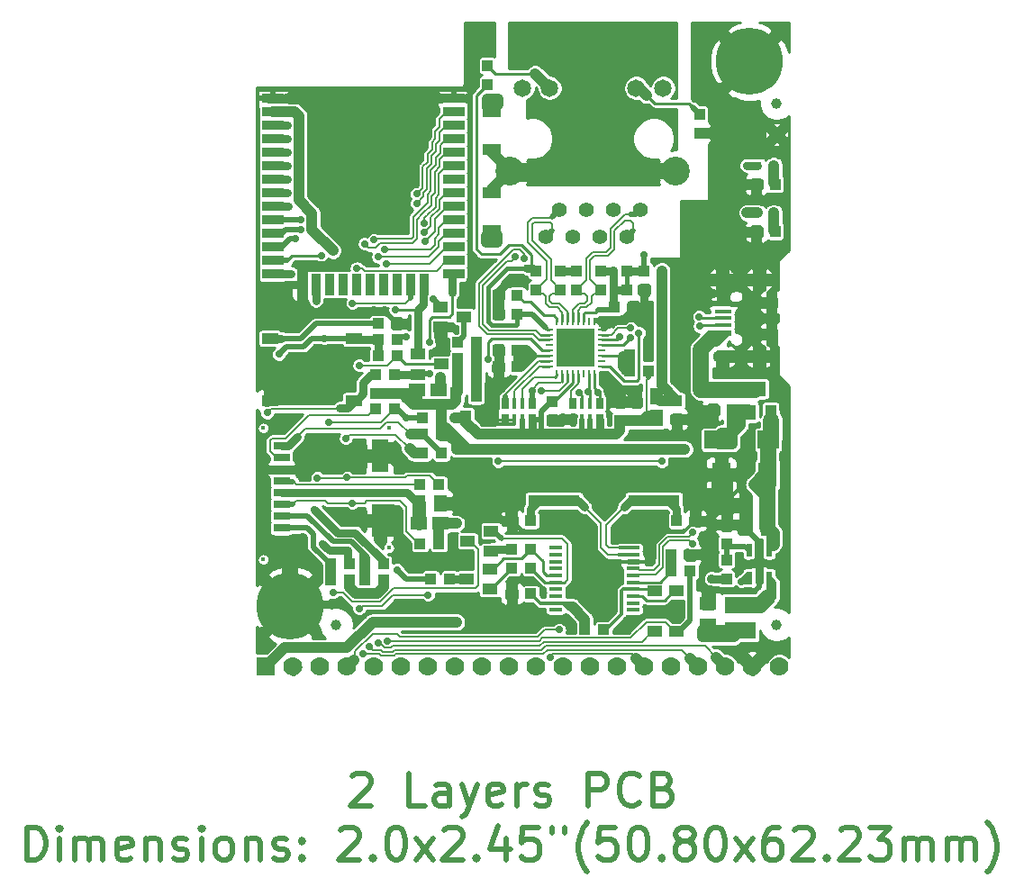
<source format=gbr>
G04 #@! TF.GenerationSoftware,KiCad,Pcbnew,5.1.0-unknown-c054944~86~ubuntu18.04.1*
G04 #@! TF.CreationDate,2019-04-30T08:28:46+03:00*
G04 #@! TF.ProjectId,ESP32-GATEWAY_Rev_F,45535033-322d-4474-9154-455741595f52,F*
G04 #@! TF.SameCoordinates,Original*
G04 #@! TF.FileFunction,Copper,L1,Top*
G04 #@! TF.FilePolarity,Positive*
%FSLAX46Y46*%
G04 Gerber Fmt 4.6, Leading zero omitted, Abs format (unit mm)*
G04 Created by KiCad (PCBNEW 5.1.0-unknown-c054944~86~ubuntu18.04.1) date 2019-04-30 08:28:46*
%MOMM*%
%LPD*%
G04 APERTURE LIST*
%ADD10C,0.508000*%
%ADD11C,1.650000*%
%ADD12C,2.700000*%
%ADD13C,1.410000*%
%ADD14R,1.500000X3.100000*%
%ADD15C,0.400000*%
%ADD16R,1.500000X0.800000*%
%ADD17R,1.016000X1.016000*%
%ADD18R,1.524000X1.270000*%
%ADD19R,1.400000X1.000000*%
%ADD20R,1.000000X1.400000*%
%ADD21R,1.778000X2.286000*%
%ADD22R,0.800000X0.800000*%
%ADD23C,1.778000*%
%ADD24R,1.778000X1.778000*%
%ADD25R,1.650000X0.500000*%
%ADD26R,1.650000X0.325000*%
%ADD27R,1.000000X1.100000*%
%ADD28O,1.800000X1.200000*%
%ADD29R,1.270000X1.524000*%
%ADD30R,2.000000X1.700000*%
%ADD31R,1.778000X1.016000*%
%ADD32C,1.000000*%
%ADD33R,3.600000X3.600000*%
%ADD34R,0.400000X0.400000*%
%ADD35R,1.422400X1.422400*%
%ADD36R,0.250000X0.800000*%
%ADD37R,0.800000X0.250000*%
%ADD38C,1.200000*%
%ADD39C,6.300000*%
%ADD40R,1.270000X0.325000*%
%ADD41R,3.000000X1.600000*%
%ADD42R,0.550000X1.200000*%
%ADD43R,0.381000X1.016000*%
%ADD44R,0.635000X1.016000*%
%ADD45R,4.826000X1.100000*%
%ADD46C,1.300000*%
%ADD47R,2.000000X0.900000*%
%ADD48R,0.900000X2.000000*%
%ADD49R,5.000000X5.000000*%
%ADD50C,2.000000*%
%ADD51R,1.524000X1.016000*%
%ADD52C,0.700000*%
%ADD53C,0.900000*%
%ADD54C,0.750000*%
%ADD55C,1.270000*%
%ADD56C,1.524000*%
%ADD57C,1.016000*%
%ADD58C,0.762000*%
%ADD59C,0.406400*%
%ADD60C,0.304800*%
%ADD61C,0.254000*%
%ADD62C,0.203200*%
G04 APERTURE END LIST*
D10*
X78957714Y-138321142D02*
X79102857Y-138176000D01*
X79393142Y-138030857D01*
X80118857Y-138030857D01*
X80409142Y-138176000D01*
X80554285Y-138321142D01*
X80699428Y-138611428D01*
X80699428Y-138901714D01*
X80554285Y-139337142D01*
X78812571Y-141078857D01*
X80699428Y-141078857D01*
X85779428Y-141078857D02*
X84328000Y-141078857D01*
X84328000Y-138030857D01*
X88101714Y-141078857D02*
X88101714Y-139482285D01*
X87956571Y-139192000D01*
X87666285Y-139046857D01*
X87085714Y-139046857D01*
X86795428Y-139192000D01*
X88101714Y-140933714D02*
X87811428Y-141078857D01*
X87085714Y-141078857D01*
X86795428Y-140933714D01*
X86650285Y-140643428D01*
X86650285Y-140353142D01*
X86795428Y-140062857D01*
X87085714Y-139917714D01*
X87811428Y-139917714D01*
X88101714Y-139772571D01*
X89262857Y-139046857D02*
X89988571Y-141078857D01*
X90714285Y-139046857D02*
X89988571Y-141078857D01*
X89698285Y-141804571D01*
X89553142Y-141949714D01*
X89262857Y-142094857D01*
X93036571Y-140933714D02*
X92746285Y-141078857D01*
X92165714Y-141078857D01*
X91875428Y-140933714D01*
X91730285Y-140643428D01*
X91730285Y-139482285D01*
X91875428Y-139192000D01*
X92165714Y-139046857D01*
X92746285Y-139046857D01*
X93036571Y-139192000D01*
X93181714Y-139482285D01*
X93181714Y-139772571D01*
X91730285Y-140062857D01*
X94488000Y-141078857D02*
X94488000Y-139046857D01*
X94488000Y-139627428D02*
X94633142Y-139337142D01*
X94778285Y-139192000D01*
X95068571Y-139046857D01*
X95358857Y-139046857D01*
X96229714Y-140933714D02*
X96520000Y-141078857D01*
X97100571Y-141078857D01*
X97390857Y-140933714D01*
X97536000Y-140643428D01*
X97536000Y-140498285D01*
X97390857Y-140208000D01*
X97100571Y-140062857D01*
X96665142Y-140062857D01*
X96374857Y-139917714D01*
X96229714Y-139627428D01*
X96229714Y-139482285D01*
X96374857Y-139192000D01*
X96665142Y-139046857D01*
X97100571Y-139046857D01*
X97390857Y-139192000D01*
X101164571Y-141078857D02*
X101164571Y-138030857D01*
X102325714Y-138030857D01*
X102616000Y-138176000D01*
X102761142Y-138321142D01*
X102906285Y-138611428D01*
X102906285Y-139046857D01*
X102761142Y-139337142D01*
X102616000Y-139482285D01*
X102325714Y-139627428D01*
X101164571Y-139627428D01*
X105954285Y-140788571D02*
X105809142Y-140933714D01*
X105373714Y-141078857D01*
X105083428Y-141078857D01*
X104648000Y-140933714D01*
X104357714Y-140643428D01*
X104212571Y-140353142D01*
X104067428Y-139772571D01*
X104067428Y-139337142D01*
X104212571Y-138756571D01*
X104357714Y-138466285D01*
X104648000Y-138176000D01*
X105083428Y-138030857D01*
X105373714Y-138030857D01*
X105809142Y-138176000D01*
X105954285Y-138321142D01*
X108276571Y-139482285D02*
X108712000Y-139627428D01*
X108857142Y-139772571D01*
X109002285Y-140062857D01*
X109002285Y-140498285D01*
X108857142Y-140788571D01*
X108712000Y-140933714D01*
X108421714Y-141078857D01*
X107260571Y-141078857D01*
X107260571Y-138030857D01*
X108276571Y-138030857D01*
X108566857Y-138176000D01*
X108712000Y-138321142D01*
X108857142Y-138611428D01*
X108857142Y-138901714D01*
X108712000Y-139192000D01*
X108566857Y-139337142D01*
X108276571Y-139482285D01*
X107260571Y-139482285D01*
X48405142Y-146158857D02*
X48405142Y-143110857D01*
X49130857Y-143110857D01*
X49566285Y-143256000D01*
X49856571Y-143546285D01*
X50001714Y-143836571D01*
X50146857Y-144417142D01*
X50146857Y-144852571D01*
X50001714Y-145433142D01*
X49856571Y-145723428D01*
X49566285Y-146013714D01*
X49130857Y-146158857D01*
X48405142Y-146158857D01*
X51453142Y-146158857D02*
X51453142Y-144126857D01*
X51453142Y-143110857D02*
X51307999Y-143256000D01*
X51453142Y-143401142D01*
X51598285Y-143256000D01*
X51453142Y-143110857D01*
X51453142Y-143401142D01*
X52904571Y-146158857D02*
X52904571Y-144126857D01*
X52904571Y-144417142D02*
X53049714Y-144272000D01*
X53339999Y-144126857D01*
X53775428Y-144126857D01*
X54065714Y-144272000D01*
X54210857Y-144562285D01*
X54210857Y-146158857D01*
X54210857Y-144562285D02*
X54355999Y-144272000D01*
X54646285Y-144126857D01*
X55081714Y-144126857D01*
X55371999Y-144272000D01*
X55517142Y-144562285D01*
X55517142Y-146158857D01*
X58129714Y-146013714D02*
X57839428Y-146158857D01*
X57258857Y-146158857D01*
X56968571Y-146013714D01*
X56823428Y-145723428D01*
X56823428Y-144562285D01*
X56968571Y-144272000D01*
X57258857Y-144126857D01*
X57839428Y-144126857D01*
X58129714Y-144272000D01*
X58274857Y-144562285D01*
X58274857Y-144852571D01*
X56823428Y-145142857D01*
X59581142Y-144126857D02*
X59581142Y-146158857D01*
X59581142Y-144417142D02*
X59726285Y-144272000D01*
X60016571Y-144126857D01*
X60452000Y-144126857D01*
X60742285Y-144272000D01*
X60887428Y-144562285D01*
X60887428Y-146158857D01*
X62193714Y-146013714D02*
X62484000Y-146158857D01*
X63064571Y-146158857D01*
X63354857Y-146013714D01*
X63500000Y-145723428D01*
X63500000Y-145578285D01*
X63354857Y-145288000D01*
X63064571Y-145142857D01*
X62629142Y-145142857D01*
X62338857Y-144997714D01*
X62193714Y-144707428D01*
X62193714Y-144562285D01*
X62338857Y-144272000D01*
X62629142Y-144126857D01*
X63064571Y-144126857D01*
X63354857Y-144272000D01*
X64806285Y-146158857D02*
X64806285Y-144126857D01*
X64806285Y-143110857D02*
X64661142Y-143256000D01*
X64806285Y-143401142D01*
X64951428Y-143256000D01*
X64806285Y-143110857D01*
X64806285Y-143401142D01*
X66693142Y-146158857D02*
X66402857Y-146013714D01*
X66257714Y-145868571D01*
X66112571Y-145578285D01*
X66112571Y-144707428D01*
X66257714Y-144417142D01*
X66402857Y-144272000D01*
X66693142Y-144126857D01*
X67128571Y-144126857D01*
X67418857Y-144272000D01*
X67564000Y-144417142D01*
X67709142Y-144707428D01*
X67709142Y-145578285D01*
X67564000Y-145868571D01*
X67418857Y-146013714D01*
X67128571Y-146158857D01*
X66693142Y-146158857D01*
X69015428Y-144126857D02*
X69015428Y-146158857D01*
X69015428Y-144417142D02*
X69160571Y-144272000D01*
X69450857Y-144126857D01*
X69886285Y-144126857D01*
X70176571Y-144272000D01*
X70321714Y-144562285D01*
X70321714Y-146158857D01*
X71628000Y-146013714D02*
X71918285Y-146158857D01*
X72498857Y-146158857D01*
X72789142Y-146013714D01*
X72934285Y-145723428D01*
X72934285Y-145578285D01*
X72789142Y-145288000D01*
X72498857Y-145142857D01*
X72063428Y-145142857D01*
X71773142Y-144997714D01*
X71628000Y-144707428D01*
X71628000Y-144562285D01*
X71773142Y-144272000D01*
X72063428Y-144126857D01*
X72498857Y-144126857D01*
X72789142Y-144272000D01*
X74240571Y-145868571D02*
X74385714Y-146013714D01*
X74240571Y-146158857D01*
X74095428Y-146013714D01*
X74240571Y-145868571D01*
X74240571Y-146158857D01*
X74240571Y-144272000D02*
X74385714Y-144417142D01*
X74240571Y-144562285D01*
X74095428Y-144417142D01*
X74240571Y-144272000D01*
X74240571Y-144562285D01*
X77869142Y-143401142D02*
X78014285Y-143256000D01*
X78304571Y-143110857D01*
X79030285Y-143110857D01*
X79320571Y-143256000D01*
X79465714Y-143401142D01*
X79610857Y-143691428D01*
X79610857Y-143981714D01*
X79465714Y-144417142D01*
X77724000Y-146158857D01*
X79610857Y-146158857D01*
X80917142Y-145868571D02*
X81062285Y-146013714D01*
X80917142Y-146158857D01*
X80772000Y-146013714D01*
X80917142Y-145868571D01*
X80917142Y-146158857D01*
X82949142Y-143110857D02*
X83239428Y-143110857D01*
X83529714Y-143256000D01*
X83674857Y-143401142D01*
X83820000Y-143691428D01*
X83965142Y-144272000D01*
X83965142Y-144997714D01*
X83820000Y-145578285D01*
X83674857Y-145868571D01*
X83529714Y-146013714D01*
X83239428Y-146158857D01*
X82949142Y-146158857D01*
X82658857Y-146013714D01*
X82513714Y-145868571D01*
X82368571Y-145578285D01*
X82223428Y-144997714D01*
X82223428Y-144272000D01*
X82368571Y-143691428D01*
X82513714Y-143401142D01*
X82658857Y-143256000D01*
X82949142Y-143110857D01*
X84981142Y-146158857D02*
X86577714Y-144126857D01*
X84981142Y-144126857D02*
X86577714Y-146158857D01*
X87593714Y-143401142D02*
X87738857Y-143256000D01*
X88029142Y-143110857D01*
X88754857Y-143110857D01*
X89045142Y-143256000D01*
X89190285Y-143401142D01*
X89335428Y-143691428D01*
X89335428Y-143981714D01*
X89190285Y-144417142D01*
X87448571Y-146158857D01*
X89335428Y-146158857D01*
X90641714Y-145868571D02*
X90786857Y-146013714D01*
X90641714Y-146158857D01*
X90496571Y-146013714D01*
X90641714Y-145868571D01*
X90641714Y-146158857D01*
X93399428Y-144126857D02*
X93399428Y-146158857D01*
X92673714Y-142965714D02*
X91948000Y-145142857D01*
X93834857Y-145142857D01*
X96447428Y-143110857D02*
X94996000Y-143110857D01*
X94850857Y-144562285D01*
X94996000Y-144417142D01*
X95286285Y-144272000D01*
X96012000Y-144272000D01*
X96302285Y-144417142D01*
X96447428Y-144562285D01*
X96592571Y-144852571D01*
X96592571Y-145578285D01*
X96447428Y-145868571D01*
X96302285Y-146013714D01*
X96012000Y-146158857D01*
X95286285Y-146158857D01*
X94996000Y-146013714D01*
X94850857Y-145868571D01*
X97753714Y-143110857D02*
X97753714Y-143691428D01*
X98914857Y-143110857D02*
X98914857Y-143691428D01*
X101092000Y-147320000D02*
X100946857Y-147174857D01*
X100656571Y-146739428D01*
X100511428Y-146449142D01*
X100366285Y-146013714D01*
X100221142Y-145288000D01*
X100221142Y-144707428D01*
X100366285Y-143981714D01*
X100511428Y-143546285D01*
X100656571Y-143256000D01*
X100946857Y-142820571D01*
X101092000Y-142675428D01*
X103704571Y-143110857D02*
X102253142Y-143110857D01*
X102108000Y-144562285D01*
X102253142Y-144417142D01*
X102543428Y-144272000D01*
X103269142Y-144272000D01*
X103559428Y-144417142D01*
X103704571Y-144562285D01*
X103849714Y-144852571D01*
X103849714Y-145578285D01*
X103704571Y-145868571D01*
X103559428Y-146013714D01*
X103269142Y-146158857D01*
X102543428Y-146158857D01*
X102253142Y-146013714D01*
X102108000Y-145868571D01*
X105736571Y-143110857D02*
X106026857Y-143110857D01*
X106317142Y-143256000D01*
X106462285Y-143401142D01*
X106607428Y-143691428D01*
X106752571Y-144272000D01*
X106752571Y-144997714D01*
X106607428Y-145578285D01*
X106462285Y-145868571D01*
X106317142Y-146013714D01*
X106026857Y-146158857D01*
X105736571Y-146158857D01*
X105446285Y-146013714D01*
X105301142Y-145868571D01*
X105156000Y-145578285D01*
X105010857Y-144997714D01*
X105010857Y-144272000D01*
X105156000Y-143691428D01*
X105301142Y-143401142D01*
X105446285Y-143256000D01*
X105736571Y-143110857D01*
X108058857Y-145868571D02*
X108204000Y-146013714D01*
X108058857Y-146158857D01*
X107913714Y-146013714D01*
X108058857Y-145868571D01*
X108058857Y-146158857D01*
X109945714Y-144417142D02*
X109655428Y-144272000D01*
X109510285Y-144126857D01*
X109365142Y-143836571D01*
X109365142Y-143691428D01*
X109510285Y-143401142D01*
X109655428Y-143256000D01*
X109945714Y-143110857D01*
X110526285Y-143110857D01*
X110816571Y-143256000D01*
X110961714Y-143401142D01*
X111106857Y-143691428D01*
X111106857Y-143836571D01*
X110961714Y-144126857D01*
X110816571Y-144272000D01*
X110526285Y-144417142D01*
X109945714Y-144417142D01*
X109655428Y-144562285D01*
X109510285Y-144707428D01*
X109365142Y-144997714D01*
X109365142Y-145578285D01*
X109510285Y-145868571D01*
X109655428Y-146013714D01*
X109945714Y-146158857D01*
X110526285Y-146158857D01*
X110816571Y-146013714D01*
X110961714Y-145868571D01*
X111106857Y-145578285D01*
X111106857Y-144997714D01*
X110961714Y-144707428D01*
X110816571Y-144562285D01*
X110526285Y-144417142D01*
X112993714Y-143110857D02*
X113284000Y-143110857D01*
X113574285Y-143256000D01*
X113719428Y-143401142D01*
X113864571Y-143691428D01*
X114009714Y-144272000D01*
X114009714Y-144997714D01*
X113864571Y-145578285D01*
X113719428Y-145868571D01*
X113574285Y-146013714D01*
X113284000Y-146158857D01*
X112993714Y-146158857D01*
X112703428Y-146013714D01*
X112558285Y-145868571D01*
X112413142Y-145578285D01*
X112268000Y-144997714D01*
X112268000Y-144272000D01*
X112413142Y-143691428D01*
X112558285Y-143401142D01*
X112703428Y-143256000D01*
X112993714Y-143110857D01*
X115025714Y-146158857D02*
X116622285Y-144126857D01*
X115025714Y-144126857D02*
X116622285Y-146158857D01*
X119089714Y-143110857D02*
X118509142Y-143110857D01*
X118218857Y-143256000D01*
X118073714Y-143401142D01*
X117783428Y-143836571D01*
X117638285Y-144417142D01*
X117638285Y-145578285D01*
X117783428Y-145868571D01*
X117928571Y-146013714D01*
X118218857Y-146158857D01*
X118799428Y-146158857D01*
X119089714Y-146013714D01*
X119234857Y-145868571D01*
X119380000Y-145578285D01*
X119380000Y-144852571D01*
X119234857Y-144562285D01*
X119089714Y-144417142D01*
X118799428Y-144272000D01*
X118218857Y-144272000D01*
X117928571Y-144417142D01*
X117783428Y-144562285D01*
X117638285Y-144852571D01*
X120541142Y-143401142D02*
X120686285Y-143256000D01*
X120976571Y-143110857D01*
X121702285Y-143110857D01*
X121992571Y-143256000D01*
X122137714Y-143401142D01*
X122282857Y-143691428D01*
X122282857Y-143981714D01*
X122137714Y-144417142D01*
X120396000Y-146158857D01*
X122282857Y-146158857D01*
X123589142Y-145868571D02*
X123734285Y-146013714D01*
X123589142Y-146158857D01*
X123444000Y-146013714D01*
X123589142Y-145868571D01*
X123589142Y-146158857D01*
X124895428Y-143401142D02*
X125040571Y-143256000D01*
X125330857Y-143110857D01*
X126056571Y-143110857D01*
X126346857Y-143256000D01*
X126492000Y-143401142D01*
X126637142Y-143691428D01*
X126637142Y-143981714D01*
X126492000Y-144417142D01*
X124750285Y-146158857D01*
X126637142Y-146158857D01*
X127653142Y-143110857D02*
X129540000Y-143110857D01*
X128524000Y-144272000D01*
X128959428Y-144272000D01*
X129249714Y-144417142D01*
X129394857Y-144562285D01*
X129540000Y-144852571D01*
X129540000Y-145578285D01*
X129394857Y-145868571D01*
X129249714Y-146013714D01*
X128959428Y-146158857D01*
X128088571Y-146158857D01*
X127798285Y-146013714D01*
X127653142Y-145868571D01*
X130846285Y-146158857D02*
X130846285Y-144126857D01*
X130846285Y-144417142D02*
X130991428Y-144272000D01*
X131281714Y-144126857D01*
X131717142Y-144126857D01*
X132007428Y-144272000D01*
X132152571Y-144562285D01*
X132152571Y-146158857D01*
X132152571Y-144562285D02*
X132297714Y-144272000D01*
X132588000Y-144126857D01*
X133023428Y-144126857D01*
X133313714Y-144272000D01*
X133458857Y-144562285D01*
X133458857Y-146158857D01*
X134910285Y-146158857D02*
X134910285Y-144126857D01*
X134910285Y-144417142D02*
X135055428Y-144272000D01*
X135345714Y-144126857D01*
X135781142Y-144126857D01*
X136071428Y-144272000D01*
X136216571Y-144562285D01*
X136216571Y-146158857D01*
X136216571Y-144562285D02*
X136361714Y-144272000D01*
X136652000Y-144126857D01*
X137087428Y-144126857D01*
X137377714Y-144272000D01*
X137522857Y-144562285D01*
X137522857Y-146158857D01*
X138684000Y-147320000D02*
X138829142Y-147174857D01*
X139119428Y-146739428D01*
X139264571Y-146449142D01*
X139409714Y-146013714D01*
X139554857Y-145288000D01*
X139554857Y-144707428D01*
X139409714Y-143981714D01*
X139264571Y-143546285D01*
X139119428Y-143256000D01*
X138829142Y-142820571D01*
X138684000Y-142675428D01*
D11*
X105670000Y-73610500D03*
X94990000Y-73610500D03*
D12*
X93800000Y-81409000D03*
X109400000Y-81409000D03*
D11*
X108210000Y-73610500D03*
X97530000Y-73610500D03*
D13*
X97165000Y-87599000D03*
X98435000Y-85059000D03*
X99705000Y-87599000D03*
X100975000Y-85059000D03*
X102245000Y-87599000D03*
X103515000Y-85059000D03*
X104785000Y-87599000D03*
X106055000Y-85059000D03*
D14*
X81577000Y-114275000D03*
X81577000Y-108215000D03*
D15*
X70607000Y-105585000D03*
X82407000Y-105585000D03*
X82407000Y-116855000D03*
X70607000Y-117945000D03*
D16*
X72327000Y-107275000D03*
X72327000Y-108375000D03*
X72327000Y-109475000D03*
X72327000Y-110575000D03*
X72327000Y-111675000D03*
X72327000Y-112775000D03*
X72327000Y-113875000D03*
X72327000Y-114975000D03*
D17*
X88900000Y-97536000D03*
X90678000Y-97536000D03*
D18*
X85090000Y-101981000D03*
X87122000Y-101981000D03*
D17*
X90677999Y-99060000D03*
X88899999Y-99060000D03*
D19*
X87284560Y-94173040D03*
X87284560Y-96075500D03*
X89494360Y-95120460D03*
D17*
X90677999Y-100584000D03*
X88899999Y-100584000D03*
D20*
X90611960Y-102397560D03*
X88709500Y-102397560D03*
X89664540Y-104607360D03*
D21*
X113647000Y-109982000D03*
X118001000Y-109982000D03*
D17*
X85598000Y-104648000D03*
X87376000Y-104648000D03*
X80137000Y-119888000D03*
X81915000Y-119888000D03*
X118745000Y-82677000D03*
X116967000Y-82677000D03*
D22*
X118618000Y-80899000D03*
X117094000Y-80899000D03*
D23*
X78486000Y-128016000D03*
X75946000Y-128016000D03*
X73406000Y-128016000D03*
D24*
X70866000Y-128016000D03*
D23*
X81026000Y-128016000D03*
X83566000Y-128016000D03*
X88646000Y-128016000D03*
X86106000Y-128016000D03*
X91186000Y-128016000D03*
X93726000Y-128016000D03*
X98806000Y-128016000D03*
X96266000Y-128016000D03*
X101346000Y-128016000D03*
X103886000Y-128016000D03*
X108966000Y-128016000D03*
X106426000Y-128016000D03*
X116586000Y-128016000D03*
X119126000Y-128016000D03*
X114046000Y-128016000D03*
X111506000Y-128016000D03*
D25*
X113817000Y-96637500D03*
D26*
X113817000Y-95900000D03*
X113817000Y-95250000D03*
X113817000Y-94600000D03*
D25*
X113817000Y-93862500D03*
D27*
X118367000Y-96750000D03*
X118367000Y-93750000D03*
D28*
X117217000Y-98850000D03*
X113747000Y-98850000D03*
X113747000Y-91650000D03*
X117217000Y-91650000D03*
D17*
X86360000Y-119761000D03*
X88138000Y-119761000D03*
D29*
X115951000Y-114935000D03*
X117983000Y-114935000D03*
X115951000Y-112903000D03*
X117983000Y-112903000D03*
D17*
X114173000Y-114681000D03*
X114173000Y-116459000D03*
X114173000Y-119761000D03*
X114173000Y-117983000D03*
X116967000Y-87122000D03*
X118745000Y-87122000D03*
X82931000Y-102362000D03*
X82931000Y-100584000D03*
X83185000Y-98806000D03*
X81407000Y-98806000D03*
X81407000Y-97282000D03*
X83185000Y-97282000D03*
X93980000Y-118745000D03*
X95758000Y-118745000D03*
X112903000Y-103886000D03*
X114681000Y-103886000D03*
D30*
X118070000Y-106680000D03*
X113070000Y-106680000D03*
D17*
X110744000Y-117475000D03*
X108966000Y-117475000D03*
X93980000Y-121158000D03*
X95758000Y-121158000D03*
X111252000Y-114300000D03*
X109474000Y-114300000D03*
X93980000Y-114300000D03*
X95758000Y-114300000D03*
D31*
X92075000Y-75819000D03*
X92075000Y-79375000D03*
X92075000Y-86995000D03*
X92075000Y-83439000D03*
D17*
X85344000Y-110871000D03*
X87122000Y-110871000D03*
X93980000Y-116967000D03*
X95758000Y-116967000D03*
X110744000Y-118999000D03*
X108966000Y-118999000D03*
X92710000Y-93091000D03*
X94488000Y-93091000D03*
X106807000Y-100203000D03*
X105029000Y-100203000D03*
X102616000Y-124523500D03*
X100838000Y-124523500D03*
X100076000Y-92583000D03*
X100076000Y-90805000D03*
X102362000Y-92583000D03*
X102362000Y-90805000D03*
X96266000Y-92583000D03*
X96266000Y-90805000D03*
X85344000Y-116459000D03*
X87122000Y-116459000D03*
X98552000Y-92583000D03*
X98552000Y-90805000D03*
X111633000Y-77851000D03*
X111633000Y-76073000D03*
X91694000Y-71501000D03*
X91694000Y-73279000D03*
X81153000Y-100584000D03*
X81153000Y-102362000D03*
X81153000Y-103759000D03*
X82931000Y-103759000D03*
X83185000Y-95758000D03*
X81407000Y-95758000D03*
D22*
X118618000Y-85344000D03*
X117094000Y-85344000D03*
D32*
X118872000Y-77978000D03*
D17*
X105029000Y-98679000D03*
X106807000Y-98679000D03*
X92710000Y-98298000D03*
X94488000Y-98298000D03*
X92710000Y-99822000D03*
X94488000Y-99822000D03*
X92710000Y-94869000D03*
X94488000Y-94869000D03*
X105410000Y-94234000D03*
X103632000Y-94234000D03*
X97790000Y-104902000D03*
X97790000Y-103124000D03*
X109474000Y-104775000D03*
X109474000Y-102997000D03*
X106426000Y-92583000D03*
X106426000Y-90805000D03*
D29*
X87249000Y-112649000D03*
X85217000Y-112649000D03*
D17*
X104140000Y-103124000D03*
X104140000Y-104902000D03*
X105664000Y-103124000D03*
X105664000Y-104902000D03*
D18*
X112395000Y-122047000D03*
X112395000Y-124079000D03*
D33*
X99949000Y-98044000D03*
D34*
X101249000Y-97544000D03*
X101249000Y-98544000D03*
X100449000Y-99344000D03*
X99449000Y-99344000D03*
X98649000Y-98544000D03*
X98649000Y-97544000D03*
X99449000Y-96744000D03*
X100449000Y-96744000D03*
D35*
X99949000Y-98044000D03*
D36*
X98199000Y-95594000D03*
X98699000Y-95594000D03*
X99199000Y-95594000D03*
X99699000Y-95594000D03*
X100199000Y-95594000D03*
X100699000Y-95594000D03*
X101199000Y-95594000D03*
X101699000Y-95594000D03*
D37*
X102399000Y-96294000D03*
X102399000Y-96794000D03*
X102399000Y-97294000D03*
X102399000Y-97794000D03*
X102399000Y-98294000D03*
X102399000Y-98794000D03*
X102399000Y-99294000D03*
X102399000Y-99794000D03*
D36*
X101699000Y-100494000D03*
X101199000Y-100494000D03*
X100699000Y-100494000D03*
X100199000Y-100494000D03*
X99699000Y-100494000D03*
X99199000Y-100494000D03*
X98699000Y-100494000D03*
X98199000Y-100494000D03*
D37*
X97499000Y-99794000D03*
X97499000Y-99294000D03*
X97499000Y-98794000D03*
X97499000Y-98294000D03*
X97499000Y-97794000D03*
X97499000Y-97294000D03*
X97499000Y-96794000D03*
X97499000Y-96294000D03*
D38*
X70739000Y-122301000D03*
X75565000Y-122301000D03*
X74803000Y-123952000D03*
X71501000Y-124079000D03*
X74803000Y-120650000D03*
X71501000Y-120650000D03*
X73152000Y-124714000D03*
X73152000Y-119888000D03*
D39*
X73152000Y-122301000D03*
D38*
X113919000Y-71120000D03*
X118745000Y-71120000D03*
X117983000Y-72771000D03*
X114681000Y-72898000D03*
X117983000Y-69469000D03*
X114681000Y-69469000D03*
X116332000Y-73533000D03*
X116332000Y-68707000D03*
D39*
X116332000Y-71120000D03*
D40*
X105346500Y-122686000D03*
X105346500Y-122036000D03*
X105346500Y-121386000D03*
X105346500Y-120736000D03*
X105346500Y-120086000D03*
X105346500Y-119436000D03*
X105346500Y-118786000D03*
X105346500Y-118136000D03*
X105346500Y-117486000D03*
X105346500Y-116836000D03*
X98107500Y-116836000D03*
X98107500Y-117486000D03*
X98107500Y-118136000D03*
X98107500Y-118786000D03*
X98107500Y-119436000D03*
X98107500Y-120086000D03*
X98107500Y-120736000D03*
X98107500Y-121386000D03*
X98107500Y-122036000D03*
X98107500Y-122686000D03*
D18*
X87249000Y-114554000D03*
X85217000Y-114554000D03*
D19*
X91912440Y-120710960D03*
X91912440Y-118808500D03*
X89702640Y-119763540D03*
X92039440Y-117154960D03*
X92039440Y-115252500D03*
X89829640Y-116207540D03*
D41*
X115443000Y-124644000D03*
X115443000Y-122244000D03*
D42*
X116271000Y-119664000D03*
X117221000Y-119664000D03*
X118171000Y-119664000D03*
X116271000Y-117064000D03*
X118171000Y-117064000D03*
D20*
X116398040Y-104104440D03*
X118300500Y-104104440D03*
X117345460Y-101894640D03*
D29*
X107569000Y-104648000D03*
X107569000Y-102616000D03*
D43*
X100584000Y-103251000D03*
X101346000Y-103251000D03*
X100584000Y-104775000D03*
X101346000Y-104775000D03*
D44*
X99695000Y-103251000D03*
X99695000Y-104775000D03*
X102235000Y-103251000D03*
X102235000Y-104775000D03*
D43*
X94996000Y-104775000D03*
X94234000Y-104775000D03*
X94996000Y-103251000D03*
X94234000Y-103251000D03*
D44*
X95885000Y-104775000D03*
X95885000Y-103251000D03*
X93345000Y-104775000D03*
X93345000Y-103251000D03*
D45*
X97917000Y-112395000D03*
X107315000Y-112395000D03*
D46*
X80810000Y-82083000D03*
X77210000Y-82083000D03*
X79010000Y-83883000D03*
X79010000Y-80283000D03*
X80810000Y-80283000D03*
X77210000Y-80283000D03*
X80810000Y-83883000D03*
D47*
X71510000Y-74573000D03*
X71510000Y-75843000D03*
X71510000Y-77113000D03*
X71510000Y-78383000D03*
X71510000Y-79653000D03*
X71510000Y-80923000D03*
X71510000Y-82193000D03*
X71510000Y-83463000D03*
X71510000Y-84733000D03*
X71510000Y-86003000D03*
X71510000Y-87273000D03*
X71510000Y-88543000D03*
X71510000Y-89813000D03*
X71510000Y-91083000D03*
D48*
X74310000Y-92083000D03*
X75580000Y-92083000D03*
X76850000Y-92083000D03*
X78120000Y-92083000D03*
X79390000Y-92083000D03*
X80660000Y-92083000D03*
X81930000Y-92083000D03*
X83200000Y-92083000D03*
X84470000Y-92083000D03*
X85740000Y-92083000D03*
D47*
X88510000Y-91083000D03*
X88510000Y-89813000D03*
X88510000Y-88543000D03*
X88510000Y-87273000D03*
X88510000Y-86003000D03*
X88510000Y-84733000D03*
X88510000Y-83463000D03*
X88510000Y-82193000D03*
X88510000Y-80923000D03*
X88510000Y-79653000D03*
X88510000Y-78383000D03*
X88510000Y-77113000D03*
X88510000Y-75843000D03*
X88510000Y-74573000D03*
D49*
X79010000Y-82083000D03*
D50*
X79010000Y-82083000D03*
D46*
X77210000Y-83883000D03*
D51*
X71247000Y-102997000D03*
X79121000Y-102997000D03*
X71247000Y-97155000D03*
X79121000Y-97155000D03*
D17*
X87376000Y-107950000D03*
X85598000Y-107950000D03*
X80137000Y-118364000D03*
X81915000Y-118364000D03*
X76962000Y-118364000D03*
X78740000Y-118364000D03*
X76962000Y-119888000D03*
X78740000Y-119888000D03*
X85598000Y-106172000D03*
X87376000Y-106172000D03*
D19*
X87333000Y-99568000D03*
X85133000Y-100518000D03*
X85133000Y-98618000D03*
X107442000Y-120909000D03*
X107442000Y-124709000D03*
X109474000Y-124709000D03*
X109474000Y-120909000D03*
D32*
X118872000Y-124079000D03*
X77470000Y-124079000D03*
X118872000Y-75057000D03*
D17*
X104775000Y-90805000D03*
X104775000Y-92583000D03*
D52*
X115570000Y-120015000D03*
D53*
X116077994Y-85344000D03*
X116713000Y-110871000D03*
D52*
X70231000Y-109093000D03*
X70231000Y-112268000D03*
X70231000Y-116332000D03*
X119761000Y-102997000D03*
X119761000Y-105537000D03*
X119761000Y-109728000D03*
X119761000Y-113919000D03*
X119761000Y-118364000D03*
X119761000Y-121920000D03*
D53*
X114300000Y-113411000D03*
X113284000Y-111760000D03*
X114300000Y-111760000D03*
X109347000Y-94234000D03*
X109347000Y-95377000D03*
X109347000Y-96520000D03*
X98806000Y-104648000D03*
X112649000Y-120904000D03*
X112649000Y-104775000D03*
X116586000Y-118364000D03*
X115570000Y-118364000D03*
X101092000Y-121158000D03*
X102362000Y-119761000D03*
X101092000Y-118491000D03*
X101092000Y-116967000D03*
X99949000Y-114173000D03*
X97536000Y-114173000D03*
X102743000Y-112649000D03*
X97917000Y-110871000D03*
X100457000Y-110871000D03*
X105537000Y-110744000D03*
X107315000Y-110744000D03*
X101219000Y-115443000D03*
X93853000Y-110998000D03*
X93853000Y-112014000D03*
X93853000Y-113030000D03*
X90170000Y-109982000D03*
X90170000Y-111125000D03*
X82804000Y-107442000D03*
X82804000Y-108458000D03*
X102362000Y-122428000D03*
X103632000Y-118491000D03*
X103632000Y-110871000D03*
X93980000Y-120015000D03*
X90170000Y-112141000D03*
X74295000Y-94361000D03*
X74295000Y-95631000D03*
X85725000Y-76073000D03*
X83185000Y-76073000D03*
X80391000Y-76073000D03*
X77089000Y-76073000D03*
X75819000Y-83693000D03*
X75565000Y-81280000D03*
X75565000Y-78105000D03*
X75565000Y-74295000D03*
X78740000Y-74295000D03*
X78740000Y-78105000D03*
X81915000Y-78105000D03*
X81915000Y-74295000D03*
X84455000Y-74295000D03*
X84455000Y-78105000D03*
X74295000Y-90678000D03*
X86995000Y-74549000D03*
X91694000Y-68199000D03*
X91694000Y-69469000D03*
X103124000Y-102108000D03*
X106426000Y-95123000D03*
X91694000Y-74676000D03*
X92710000Y-74676000D03*
X91567000Y-88138000D03*
X106426000Y-94107000D03*
X90932000Y-104140000D03*
X87376000Y-97536000D03*
X92557600Y-88138000D03*
X103124000Y-100965000D03*
X73152000Y-74549000D03*
X77089000Y-90424000D03*
X78168500Y-90423439D03*
X74295000Y-115951000D03*
X112140998Y-117475002D03*
X73913946Y-109474000D03*
X94615000Y-91757500D03*
X74168000Y-102235152D03*
X82804000Y-113284000D03*
X82804000Y-114300000D03*
X82804000Y-115316000D03*
X107315000Y-113726430D03*
X112458500Y-93853000D03*
X111125000Y-94107000D03*
X111125000Y-93091000D03*
X112903000Y-92964000D03*
X114046000Y-92964000D03*
D52*
X105918004Y-102235000D03*
X105029000Y-102235000D03*
X104140000Y-102235000D03*
D53*
X111125000Y-91948000D03*
D52*
X103124000Y-95885000D03*
X102361988Y-95377000D03*
D53*
X92670479Y-94019521D03*
X90170000Y-91694000D03*
X109347000Y-93091000D03*
X109347000Y-91948000D03*
X109347000Y-90805000D03*
X109347000Y-97663000D03*
X109347000Y-98806000D03*
X109347000Y-99949000D03*
X109347000Y-101092000D03*
X99187000Y-109728000D03*
X101854000Y-109728000D03*
X103632000Y-109728000D03*
X105537000Y-109728000D03*
X101854000Y-110871000D03*
X100457000Y-109728000D03*
X97917000Y-109728000D03*
X99187000Y-110871000D03*
X107315000Y-109728000D03*
X95377000Y-110871000D03*
X95377000Y-109728000D03*
X96647000Y-110871000D03*
X96647000Y-109728000D03*
X111125000Y-90678000D03*
X111125000Y-89408000D03*
X111125000Y-88138000D03*
X111125000Y-86868000D03*
X111125000Y-85598000D03*
X112395000Y-88138000D03*
X112395000Y-90678000D03*
X112395000Y-86868000D03*
X112395000Y-85598000D03*
X112395000Y-89408000D03*
X113665000Y-88138000D03*
X114935000Y-90678000D03*
X113665000Y-90678000D03*
X113665000Y-86868000D03*
X114935000Y-89408000D03*
X113665000Y-85598000D03*
X113665000Y-89408000D03*
X114935000Y-86868000D03*
X114935000Y-85598000D03*
X114935000Y-88138000D03*
X114935000Y-84328000D03*
X114935000Y-83058000D03*
X114935000Y-81788000D03*
X114935000Y-80010000D03*
X114935000Y-78740000D03*
X114935000Y-77470000D03*
X114935000Y-76200000D03*
X114935000Y-74930000D03*
X109601000Y-122809000D03*
X107315000Y-122809000D03*
X108458000Y-122809000D03*
X105283000Y-123698000D03*
X104521000Y-124460000D03*
X93980000Y-123825000D03*
X92710000Y-123825000D03*
X91440000Y-123825000D03*
X90170000Y-123825000D03*
X95250000Y-123825000D03*
X96520000Y-123825000D03*
X92710000Y-122555000D03*
X93980000Y-122555000D03*
X90170000Y-122555000D03*
X91440000Y-122555000D03*
X95250000Y-122555000D03*
X86868000Y-118110000D03*
X112395000Y-74930000D03*
X113665000Y-74930000D03*
X113665000Y-76200000D03*
X113665000Y-77470000D03*
X111252000Y-74295000D03*
X111252000Y-72390000D03*
X111252000Y-70485000D03*
X111252000Y-68580000D03*
X116205000Y-76200000D03*
X116205000Y-78740000D03*
X116205000Y-77470000D03*
X105537000Y-113792000D03*
X105536992Y-115443000D03*
X106807000Y-115443000D03*
D52*
X81026000Y-94488000D03*
X82042010Y-94488000D03*
D53*
X77089000Y-74295000D03*
X80391000Y-74295000D03*
X83185000Y-74295000D03*
X78740000Y-76073000D03*
X75565000Y-76073000D03*
X81915000Y-76073000D03*
X84455000Y-76073000D03*
X85725000Y-74295000D03*
X74168000Y-74295000D03*
X77089000Y-78105000D03*
X80391000Y-78105000D03*
X83185000Y-78105000D03*
X90170000Y-68199000D03*
X90170000Y-69469000D03*
X90170000Y-72009000D03*
X90170000Y-70739000D03*
X90170000Y-73279000D03*
X113030000Y-125222000D03*
X111887000Y-125222000D03*
X112776000Y-119761000D03*
X88773000Y-106553000D03*
X88773000Y-107569000D03*
X84074000Y-102743000D03*
D52*
X84074000Y-97028000D03*
D53*
X81153000Y-123825000D03*
X77152500Y-88900000D03*
X88773000Y-114554000D03*
X81145229Y-121031000D03*
X88773000Y-123825000D03*
X110236000Y-107569000D03*
D52*
X104267012Y-99822000D03*
X72898000Y-77089000D03*
X77216000Y-121031000D03*
X70973086Y-104140000D03*
X106426000Y-89281000D03*
D53*
X103505000Y-90805000D03*
D52*
X99314000Y-90805000D03*
D54*
X95377000Y-90551000D03*
D53*
X108077000Y-90805000D03*
D52*
X95159530Y-89637202D03*
X94266301Y-89503821D03*
D53*
X103505000Y-68580000D03*
X106680000Y-68580000D03*
X99695000Y-68580000D03*
X96520000Y-68580000D03*
X97790000Y-70485000D03*
X95250000Y-70485000D03*
X105410000Y-70485000D03*
X107950000Y-70485000D03*
X103505000Y-72390000D03*
X99695000Y-72390000D03*
X97155000Y-75565000D03*
X99695000Y-76200000D03*
X103505000Y-76200000D03*
X106045000Y-75565000D03*
X101600000Y-78105000D03*
X101600000Y-74295000D03*
X101600000Y-70485000D03*
X99695000Y-80010000D03*
X103505000Y-80010000D03*
X105410000Y-81915000D03*
X97790000Y-81915000D03*
X101600000Y-81915000D03*
X100838000Y-123571000D03*
X111759976Y-101980980D03*
D52*
X111593816Y-95123000D03*
X110934500Y-116439176D03*
X110945655Y-115416133D03*
X111632439Y-96012561D03*
X79629000Y-99695000D03*
X83165118Y-118891880D03*
X72898000Y-82169000D03*
D53*
X114681000Y-107061000D03*
X114681000Y-106045000D03*
X114681000Y-105029000D03*
D52*
X82148555Y-90167249D03*
X72898000Y-79629000D03*
X80608563Y-126119125D03*
X72898000Y-78359000D03*
X80010000Y-126838003D03*
X72898000Y-83439000D03*
D53*
X87249000Y-100838000D03*
X88646000Y-104648000D03*
D52*
X86233000Y-100457020D03*
X86233000Y-97536000D03*
X72898000Y-80899000D03*
X72079663Y-98638043D03*
X97548670Y-127184919D03*
X86106000Y-121285000D03*
X76346831Y-97155000D03*
X79629000Y-122555000D03*
X86614561Y-93471439D03*
X98430568Y-124555251D03*
X82001455Y-88827971D03*
X80137000Y-88265000D03*
X82302865Y-125597410D03*
X84052273Y-104625152D03*
X76767885Y-105034590D03*
X83038190Y-94488000D03*
X79393926Y-90555188D03*
X78359000Y-106553000D03*
X81026000Y-87882878D03*
X81454766Y-125827582D03*
X74104500Y-86931504D03*
X95884996Y-102044500D03*
X74100664Y-85992781D03*
X96774000Y-102044500D03*
X100292412Y-102287515D03*
X73660000Y-87756990D03*
X101166595Y-102207780D03*
X85784289Y-88053618D03*
X102043985Y-102235000D03*
X75697606Y-110276932D03*
X78491565Y-110231305D03*
X76056201Y-89361299D03*
X78994000Y-93853000D03*
X78993992Y-112649000D03*
X73222686Y-91059000D03*
X78508767Y-117111090D03*
X76200000Y-116459000D03*
X75565000Y-93599000D03*
X75438000Y-113284002D03*
X78613000Y-115443000D03*
X72917863Y-84732988D03*
X116078000Y-80899000D03*
X108077000Y-108712000D03*
X92710000Y-108712000D03*
X105161367Y-96187517D03*
X85027114Y-84455000D03*
X85750053Y-87176474D03*
X104139439Y-97028561D03*
X85716035Y-86299321D03*
X105114546Y-97113546D03*
X105918000Y-96647000D03*
X85018726Y-83573266D03*
X91713803Y-99113378D03*
X81408376Y-89475128D03*
D10*
X118171000Y-117064000D02*
X118491000Y-116744000D01*
X118491000Y-116744000D02*
X118491000Y-116459000D01*
D55*
X118491000Y-116459000D02*
X118491000Y-115443000D01*
X118491000Y-115443000D02*
X117983000Y-114935000D01*
D56*
X118364000Y-106386000D02*
X118364000Y-104902000D01*
X118070000Y-106680000D02*
X118364000Y-106386000D01*
D57*
X118364000Y-104167940D02*
X118364000Y-104902000D01*
X118300500Y-104104440D02*
X118364000Y-104167940D01*
D56*
X117983000Y-112903000D02*
X117983000Y-114935000D01*
X118001000Y-109982000D02*
X117983000Y-110000000D01*
X117983000Y-110000000D02*
X117983000Y-111252000D01*
X117983000Y-111252000D02*
X117983000Y-112903000D01*
X118001000Y-109982000D02*
X118070000Y-109913000D01*
X118070000Y-109913000D02*
X118070000Y-106680000D01*
D10*
X117349396Y-110871000D02*
X116713000Y-110871000D01*
X117983000Y-111252000D02*
X117602000Y-110871000D01*
X117602000Y-110871000D02*
X117349396Y-110871000D01*
D57*
X117983000Y-112141000D02*
X117983000Y-112903000D01*
X116713000Y-110871000D02*
X117983000Y-112141000D01*
X117602000Y-109982000D02*
X118001000Y-109982000D01*
X116713000Y-110871000D02*
X117602000Y-109982000D01*
D10*
X116271000Y-119664000D02*
X115921000Y-119664000D01*
X116271000Y-119664000D02*
X116271000Y-119949000D01*
X116205000Y-120015000D02*
X115570000Y-120015000D01*
X116271000Y-119949000D02*
X116205000Y-120015000D01*
X116205000Y-119380000D02*
X115570000Y-120015000D01*
D57*
X117094000Y-85344000D02*
X116077994Y-85344000D01*
X113284000Y-111760000D02*
X114300000Y-111760000D01*
X113647000Y-109982000D02*
X114300000Y-110635000D01*
X114300000Y-110635000D02*
X114300000Y-111760000D01*
X115951000Y-112903000D02*
X115697000Y-112649000D01*
X115697000Y-112649000D02*
X114300000Y-112649000D01*
X115951000Y-114935000D02*
X115697000Y-114681000D01*
X115697000Y-114681000D02*
X114173000Y-114681000D01*
X114173000Y-114681000D02*
X114300000Y-114554000D01*
X114300000Y-114554000D02*
X114300000Y-113411000D01*
X113647000Y-109982000D02*
X113284000Y-110345000D01*
X113284000Y-110345000D02*
X113284000Y-111760000D01*
X114300000Y-111760000D02*
X114300000Y-112649000D01*
X114300000Y-112649000D02*
X114300000Y-113411000D01*
X111633000Y-77851000D02*
X113792000Y-77851000D01*
D10*
X119761000Y-118364000D02*
X117221000Y-118364000D01*
X116840000Y-120904000D02*
X112649000Y-120904000D01*
X115951000Y-114935000D02*
X115951000Y-115062000D01*
X115951000Y-115062000D02*
X117221000Y-116332000D01*
X117221000Y-116332000D02*
X117221000Y-118364000D01*
X119761000Y-102997000D02*
X119761000Y-105537000D01*
X119761000Y-105537000D02*
X119761000Y-109728000D01*
X119761000Y-109728000D02*
X119761000Y-113919000D01*
X119761000Y-113919000D02*
X119761000Y-118364000D01*
X119761000Y-118364000D02*
X119761000Y-121920000D01*
D57*
X112395000Y-122047000D02*
X112649000Y-121793000D01*
X112649000Y-121793000D02*
X112649000Y-120904000D01*
D58*
X117221000Y-118364000D02*
X116586000Y-118364000D01*
X115570000Y-118364000D02*
X116459000Y-118364000D01*
X117221000Y-119664000D02*
X117221000Y-118364000D01*
D10*
X117221000Y-119664000D02*
X117221000Y-120523000D01*
X117221000Y-120523000D02*
X116840000Y-120904000D01*
X81577000Y-114275000D02*
X81577000Y-114724000D01*
D57*
X102362000Y-119761000D02*
X101092000Y-118491000D01*
X101092000Y-116967000D02*
X101219000Y-116840000D01*
X101219000Y-116840000D02*
X101219000Y-115443000D01*
X99949000Y-114173000D02*
X97536000Y-114173000D01*
X97917000Y-110109000D02*
X97917000Y-110871000D01*
X100457000Y-110871000D02*
X100457000Y-110109000D01*
X100457000Y-110109000D02*
X100457000Y-110363000D01*
X100457000Y-110363000D02*
X100457000Y-110109000D01*
X105537000Y-110109000D02*
X105537000Y-110744000D01*
D59*
X93980000Y-114300000D02*
X94996000Y-115316000D01*
X94996000Y-115316000D02*
X99568000Y-115316000D01*
D58*
X93980000Y-114300000D02*
X93853000Y-114300000D01*
X93853000Y-114300000D02*
X93853000Y-113030000D01*
D57*
X81577000Y-114275000D02*
X81577000Y-114511000D01*
X93853000Y-112014000D02*
X93853000Y-110998000D01*
X95504000Y-110109000D02*
X94615000Y-110998000D01*
X94615000Y-110998000D02*
X93853000Y-110998000D01*
X93853000Y-112014000D02*
X93853000Y-113030000D01*
X90170000Y-111125000D02*
X90170000Y-109982000D01*
X81577000Y-108215000D02*
X82350000Y-107442000D01*
X82350000Y-107442000D02*
X82804000Y-107442000D01*
X82804000Y-108458000D02*
X82804000Y-107442000D01*
D58*
X72327000Y-109475000D02*
X72328000Y-109474000D01*
X72328000Y-109474000D02*
X73914000Y-109474000D01*
D60*
X105346500Y-118136000D02*
X103987000Y-118136000D01*
D59*
X103987000Y-118136000D02*
X103632000Y-118491000D01*
D57*
X103632000Y-110109000D02*
X103632000Y-110363000D01*
X103632000Y-110363000D02*
X103632000Y-110109000D01*
D61*
X93726000Y-121158000D02*
X93980000Y-121158000D01*
D57*
X107569000Y-110109000D02*
X105537000Y-110109000D01*
X105537000Y-110109000D02*
X103632000Y-110109000D01*
X103632000Y-110109000D02*
X100457000Y-110109000D01*
X100457000Y-110109000D02*
X97917000Y-110109000D01*
X97917000Y-110109000D02*
X95504000Y-110109000D01*
X95504000Y-110109000D02*
X95631000Y-110109000D01*
X93980000Y-121158000D02*
X93980000Y-120015000D01*
X90170000Y-111125000D02*
X90170000Y-112141000D01*
X81577000Y-108215000D02*
X81820000Y-108458000D01*
X81820000Y-108458000D02*
X82804000Y-108458000D01*
X84455000Y-76073000D02*
X85979000Y-76073000D01*
X83185000Y-76073000D02*
X80391000Y-76073000D01*
X77089000Y-76073000D02*
X75565000Y-76073000D01*
X75565000Y-76073000D02*
X75692000Y-76073000D01*
X75692000Y-76073000D02*
X75565000Y-76073000D01*
X76073000Y-82296000D02*
X75565000Y-81788000D01*
X75565000Y-81788000D02*
X75565000Y-81280000D01*
X75565000Y-78105000D02*
X75565000Y-76073000D01*
X75565000Y-76073000D02*
X75565000Y-74295000D01*
X78740000Y-74295000D02*
X78740000Y-78105000D01*
X81915000Y-78105000D02*
X81915000Y-74295000D01*
X84455000Y-74295000D02*
X84455000Y-76073000D01*
X84455000Y-76073000D02*
X84455000Y-78105000D01*
X80281000Y-82346000D02*
X80231000Y-82296000D01*
X80231000Y-82296000D02*
X76073000Y-82296000D01*
X80281000Y-82346000D02*
X77945000Y-80010000D01*
X77945000Y-80010000D02*
X75946000Y-80010000D01*
X80281000Y-82346000D02*
X77724000Y-79789000D01*
X77724000Y-79789000D02*
X77724000Y-77851000D01*
X80281000Y-82346000D02*
X82804000Y-79823000D01*
X82804000Y-79823000D02*
X82804000Y-77851000D01*
X80281000Y-82346000D02*
X80264000Y-82329000D01*
X80264000Y-82329000D02*
X80264000Y-77978000D01*
X80281000Y-82346000D02*
X82744000Y-79883000D01*
X82744000Y-79883000D02*
X84328000Y-79883000D01*
X80281000Y-82346000D02*
X80585000Y-82042000D01*
X80585000Y-82042000D02*
X84074000Y-82042000D01*
X80281000Y-82346000D02*
X81882000Y-83947000D01*
X91059000Y-68199000D02*
X91059000Y-69469000D01*
D58*
X92710000Y-93091000D02*
X92710000Y-94107000D01*
D10*
X92710000Y-99822000D02*
X92710000Y-98298000D01*
X99695000Y-104775000D02*
X99568000Y-104648000D01*
X99568000Y-104648000D02*
X98806000Y-104648000D01*
X97790000Y-104902000D02*
X98044000Y-104648000D01*
X98044000Y-104648000D02*
X98806000Y-104648000D01*
D57*
X105664000Y-103124000D02*
X104140000Y-103124000D01*
D61*
X94234000Y-104775000D02*
X93345000Y-104775000D01*
D10*
X106807000Y-98679000D02*
X106680000Y-98552000D01*
X106680000Y-95377000D02*
X106426000Y-95123000D01*
D57*
X106426000Y-94107000D02*
X106426000Y-95123000D01*
D58*
X105410000Y-94234000D02*
X105537000Y-94107000D01*
X105537000Y-94107000D02*
X106426000Y-94107000D01*
D61*
X106426000Y-92583000D02*
X106553000Y-92583000D01*
D57*
X92075000Y-86995000D02*
X91567000Y-87503000D01*
X91567000Y-87503000D02*
X91567000Y-88138000D01*
X92710000Y-74676000D02*
X91694000Y-74676000D01*
D58*
X92710000Y-99822000D02*
X92710000Y-101854000D01*
X92710000Y-101854000D02*
X92329000Y-102235000D01*
X92329000Y-102235000D02*
X92329000Y-104267000D01*
X92329000Y-104267000D02*
X92329000Y-104775000D01*
D57*
X92075000Y-75819000D02*
X91694000Y-75438000D01*
X91694000Y-75438000D02*
X91694000Y-74676000D01*
X92710000Y-74676000D02*
X92710000Y-75184000D01*
X92710000Y-75184000D02*
X92075000Y-75819000D01*
D59*
X105664000Y-103124000D02*
X105791000Y-102997000D01*
D58*
X106426000Y-92583000D02*
X106426000Y-94107000D01*
D61*
X93345000Y-104775000D02*
X92329000Y-104775000D01*
D58*
X91567000Y-104775000D02*
X91381999Y-104589999D01*
X91381999Y-104589999D02*
X90932000Y-104140000D01*
X92329000Y-104775000D02*
X91567000Y-104775000D01*
D57*
X87376000Y-97536000D02*
X87284560Y-97444560D01*
X87284560Y-97444560D02*
X87284560Y-96075500D01*
X92557600Y-87477600D02*
X92075000Y-86995000D01*
X92557600Y-88138000D02*
X92557600Y-87477600D01*
X92557600Y-88138000D02*
X91567000Y-88138000D01*
D58*
X73128000Y-74573000D02*
X73152000Y-74549000D01*
X71510000Y-74573000D02*
X73128000Y-74573000D01*
D57*
X86741000Y-74295000D02*
X84455000Y-74295000D01*
X86995000Y-74549000D02*
X86741000Y-74295000D01*
X73406000Y-74295000D02*
X73152000Y-74549000D01*
X75565000Y-74295000D02*
X73406000Y-74295000D01*
X75946000Y-83820000D02*
X75819000Y-83693000D01*
X77216000Y-83820000D02*
X75946000Y-83820000D01*
X81577000Y-114275000D02*
X81577000Y-115075000D01*
D56*
X73152000Y-122301000D02*
X73152000Y-117094000D01*
D57*
X74295000Y-115951000D02*
X73152000Y-117094000D01*
X89662000Y-112649000D02*
X90170000Y-112141000D01*
X87249000Y-112649000D02*
X89662000Y-112649000D01*
X109474000Y-104775000D02*
X112649000Y-104775000D01*
X112649000Y-104648000D02*
X112649000Y-104775000D01*
X112903000Y-103886000D02*
X112903000Y-104394000D01*
X112903000Y-104394000D02*
X112649000Y-104648000D01*
X110748066Y-117479066D02*
X111500538Y-117479066D01*
X111500538Y-117479066D02*
X111504602Y-117475002D01*
X110744000Y-117475000D02*
X110748066Y-117479066D01*
X111504602Y-117475002D02*
X112140998Y-117475002D01*
X75183946Y-108204000D02*
X73913946Y-109474000D01*
X81577000Y-108215000D02*
X81566000Y-108204000D01*
X73913946Y-109474000D02*
X73914000Y-109474000D01*
X81566000Y-108204000D02*
X75183946Y-108204000D01*
X103124000Y-102108000D02*
X103124000Y-100965000D01*
X104140000Y-103124000D02*
X103124000Y-102108000D01*
D61*
X101699000Y-95405000D02*
X101727000Y-95377000D01*
X101699000Y-95594000D02*
X101699000Y-95405000D01*
X101727000Y-95377000D02*
X102362000Y-95377000D01*
D57*
X83591410Y-109245410D02*
X89433410Y-109245410D01*
X89433410Y-109245410D02*
X89720001Y-109532001D01*
X89720001Y-109532001D02*
X90170000Y-109982000D01*
X82804000Y-108458000D02*
X83591410Y-109245410D01*
X71120000Y-102997000D02*
X71881848Y-102235152D01*
X73531604Y-102235152D02*
X74168000Y-102235152D01*
X71881848Y-102235152D02*
X73531604Y-102235152D01*
X82550000Y-84615000D02*
X82550000Y-86487000D01*
X80281000Y-82346000D02*
X82550000Y-84615000D01*
X80264000Y-82379000D02*
X80264000Y-86487000D01*
X80310000Y-82333000D02*
X80264000Y-82379000D01*
X109855000Y-110109000D02*
X107569000Y-110109000D01*
X111252000Y-114300000D02*
X111252000Y-111506000D01*
X111252000Y-111506000D02*
X109855000Y-110109000D01*
X111506000Y-111760000D02*
X111252000Y-111506000D01*
X113284000Y-111760000D02*
X111506000Y-111760000D01*
X82779000Y-114275000D02*
X82804000Y-114300000D01*
X81577000Y-114275000D02*
X82779000Y-114275000D01*
X82804000Y-113284000D02*
X82804000Y-115316000D01*
X81577000Y-114275000D02*
X81577000Y-113368000D01*
X81661000Y-113284000D02*
X82804000Y-113284000D01*
X81577000Y-113368000D02*
X81661000Y-113284000D01*
X82804000Y-115316000D02*
X81978500Y-115316000D01*
X74295000Y-90678000D02*
X74295000Y-94994604D01*
X74295000Y-94994604D02*
X74295000Y-95631000D01*
X74575801Y-90397199D02*
X74295000Y-90678000D01*
X78994000Y-89446436D02*
X78043237Y-90397199D01*
X78043237Y-90397199D02*
X74575801Y-90397199D01*
X78994000Y-83947000D02*
X78994000Y-89446436D01*
X90297000Y-110998000D02*
X90170000Y-111125000D01*
X93853000Y-110998000D02*
X90297000Y-110998000D01*
X91059000Y-113030000D02*
X90170000Y-112141000D01*
X93853000Y-113030000D02*
X91059000Y-113030000D01*
X93853000Y-114173000D02*
X93980000Y-114300000D01*
X93853000Y-113030000D02*
X93853000Y-114173000D01*
X107569000Y-110490000D02*
X107569000Y-110109000D01*
X107315000Y-110744000D02*
X107569000Y-110490000D01*
D10*
X112468000Y-93862500D02*
X112458500Y-93853000D01*
X111315500Y-93853000D02*
X112458500Y-93853000D01*
X111315500Y-93853000D02*
X110871000Y-93408500D01*
X114046000Y-92964000D02*
X112903000Y-92964000D01*
X112903000Y-92964000D02*
X111760000Y-92964000D01*
X112458500Y-93408500D02*
X112903000Y-92964000D01*
X112458500Y-93853000D02*
X112458500Y-93408500D01*
X112458500Y-93662500D02*
X111760000Y-92964000D01*
X112458500Y-93853000D02*
X112458500Y-93662500D01*
X113817000Y-93862500D02*
X113039500Y-93862500D01*
X113039500Y-93862500D02*
X112468000Y-93862500D01*
X110871000Y-93216604D02*
X110871000Y-93408500D01*
X111123604Y-92964000D02*
X110871000Y-93216604D01*
X111760000Y-92964000D02*
X111123604Y-92964000D01*
X111315500Y-93408500D02*
X111760000Y-92964000D01*
X111315500Y-93853000D02*
X111315500Y-93408500D01*
X111760000Y-93408500D02*
X111315500Y-93853000D01*
X111760000Y-92964000D02*
X111760000Y-93408500D01*
X113817000Y-93862500D02*
X113826500Y-93853000D01*
X114046000Y-91949000D02*
X113747000Y-91650000D01*
X114046000Y-92964000D02*
X114046000Y-91949000D01*
X115360000Y-91650000D02*
X117217000Y-91650000D01*
X114046000Y-92964000D02*
X115360000Y-91650000D01*
X114682801Y-93981801D02*
X114563500Y-93862500D01*
X115418265Y-93981801D02*
X114682801Y-93981801D01*
X114563500Y-93862500D02*
X113817000Y-93862500D01*
X118367000Y-93750000D02*
X115650066Y-93750000D01*
X115650066Y-93750000D02*
X115418265Y-93981801D01*
X105918004Y-102869996D02*
X105918004Y-102729974D01*
X105918004Y-102729974D02*
X105918004Y-102235000D01*
X105664000Y-103124000D02*
X105918004Y-102869996D01*
X118618000Y-101854000D02*
X119761000Y-102997000D01*
D58*
X118574000Y-98850000D02*
X118618000Y-98806000D01*
X117217000Y-98850000D02*
X118574000Y-98850000D01*
X118367000Y-96750000D02*
X118618000Y-97001000D01*
X118618000Y-97001000D02*
X118618000Y-98806000D01*
X118618000Y-101854000D02*
X119710190Y-102946190D01*
X118618000Y-101854000D02*
X118618000Y-98806000D01*
D10*
X113817000Y-93193000D02*
X114046000Y-92964000D01*
X113817000Y-93862500D02*
X113817000Y-93193000D01*
X114046000Y-93345000D02*
X114046000Y-92964000D01*
X114563500Y-93862500D02*
X114046000Y-93345000D01*
D61*
X107391169Y-117779831D02*
X107035000Y-118136000D01*
X107391169Y-116382831D02*
X107391169Y-117779831D01*
X107035000Y-118136000D02*
X105346500Y-118136000D01*
X110077725Y-115354078D02*
X108419922Y-115354078D01*
X111252000Y-114300000D02*
X111131803Y-114300000D01*
X111131803Y-114300000D02*
X110077725Y-115354078D01*
X108419922Y-115354078D02*
X107391169Y-116382831D01*
X102674000Y-96294000D02*
X103083000Y-95885000D01*
X102399000Y-96294000D02*
X102674000Y-96294000D01*
X103083000Y-95885000D02*
X103124000Y-95885000D01*
X104267000Y-95377000D02*
X102856962Y-95377000D01*
X102856962Y-95377000D02*
X102361988Y-95377000D01*
D58*
X92710000Y-94107000D02*
X92710000Y-94107000D01*
X92710000Y-94107000D02*
X92710000Y-94615000D01*
X92710000Y-93091000D02*
X92710000Y-92747438D01*
X93699938Y-91757500D02*
X94615000Y-91757500D01*
X92710000Y-92747438D02*
X93699938Y-91757500D01*
D57*
X92710000Y-93091000D02*
X92710000Y-93980000D01*
X92710000Y-94615000D02*
X92710000Y-94059042D01*
D61*
X106172000Y-95377000D02*
X106045000Y-95377000D01*
X104267000Y-95377000D02*
X106045000Y-95377000D01*
X104394000Y-95377000D02*
X104267000Y-95377000D01*
D10*
X106172000Y-95377000D02*
X106426000Y-95123000D01*
X105410000Y-94361000D02*
X104775000Y-94996000D01*
X105410000Y-94234000D02*
X105410000Y-94361000D01*
X104775000Y-94996000D02*
X104394000Y-95377000D01*
X103473999Y-95472999D02*
X103378000Y-95377000D01*
X103473999Y-95535001D02*
X103473999Y-95472999D01*
X103124000Y-95885000D02*
X103473999Y-95535001D01*
X103378000Y-95377000D02*
X106172000Y-95377000D01*
X102616000Y-95377000D02*
X103378000Y-95377000D01*
X102616000Y-95377000D02*
X103124000Y-95885000D01*
X102361988Y-95377000D02*
X102616000Y-95377000D01*
D57*
X109347000Y-95123000D02*
X109347000Y-96139000D01*
X111125000Y-91948000D02*
X109347000Y-91948000D01*
X111423000Y-91650000D02*
X111125000Y-91948000D01*
X113747000Y-91650000D02*
X111423000Y-91650000D01*
X111379000Y-91694000D02*
X111125000Y-91948000D01*
X111760000Y-91694000D02*
X111379000Y-91694000D01*
D10*
X111125000Y-92519500D02*
X111125000Y-91948000D01*
X112458500Y-93853000D02*
X111125000Y-92519500D01*
X110871000Y-92202000D02*
X111125000Y-91948000D01*
X110871000Y-93408500D02*
X110871000Y-92202000D01*
D57*
X111760000Y-91694000D02*
X111760000Y-92964000D01*
X109664500Y-93853000D02*
X109347000Y-93535500D01*
X109347000Y-90805000D02*
X109347000Y-93535500D01*
X111315500Y-93853000D02*
X109664500Y-93853000D01*
X109347000Y-93535500D02*
X109347000Y-95123000D01*
X110236000Y-91694000D02*
X109347000Y-90805000D01*
X111760000Y-91694000D02*
X110236000Y-91694000D01*
X103632000Y-110871000D02*
X103632000Y-110109000D01*
D10*
X107061000Y-95631000D02*
X106743500Y-95313500D01*
X106743500Y-98488500D02*
X107061000Y-98171000D01*
X107061000Y-98171000D02*
X107061000Y-95631000D01*
D58*
X73152000Y-122301000D02*
X73279000Y-122174000D01*
X73279000Y-122174000D02*
X76962000Y-122174000D01*
D57*
X105602570Y-113726430D02*
X105537000Y-113792000D01*
X107315000Y-113726430D02*
X105602570Y-113726430D01*
D10*
X83185000Y-95758000D02*
X82042010Y-94615010D01*
X82042010Y-94615010D02*
X82042010Y-94488000D01*
X71510000Y-74573000D02*
X70270500Y-74573000D01*
D60*
X70739000Y-95631000D02*
X74295000Y-95631000D01*
X70104000Y-94996000D02*
X70739000Y-95631000D01*
X70270500Y-74573000D02*
X70104000Y-74739500D01*
X70104000Y-74739500D02*
X70104000Y-94996000D01*
X89720001Y-73728999D02*
X90170000Y-73279000D01*
D10*
X70172999Y-73728999D02*
X71506499Y-73728999D01*
D60*
X70104000Y-74739500D02*
X70104000Y-73797998D01*
X70104000Y-73797998D02*
X70172999Y-73728999D01*
D58*
X74310000Y-92083000D02*
X72715500Y-92083000D01*
X88510000Y-74573000D02*
X87019000Y-74573000D01*
X90297000Y-70231000D02*
X91059000Y-69469000D01*
X90297000Y-73596500D02*
X90297000Y-70231000D01*
D10*
X90043000Y-89789000D02*
X90043000Y-74573000D01*
X90170000Y-91694000D02*
X90170000Y-89916000D01*
X90043000Y-74573000D02*
X88510000Y-74573000D01*
X90170000Y-89916000D02*
X90043000Y-89789000D01*
X90043000Y-74573000D02*
X90043000Y-73850500D01*
D58*
X90043000Y-73850500D02*
X90297000Y-73596500D01*
D10*
X88510000Y-73859500D02*
X88640501Y-73728999D01*
X88510000Y-74573000D02*
X88510000Y-73859500D01*
X71506499Y-73728999D02*
X88640501Y-73728999D01*
X88640501Y-73728999D02*
X89720001Y-73728999D01*
X71510000Y-73732500D02*
X71506499Y-73728999D01*
X71510000Y-74573000D02*
X71510000Y-73732500D01*
D60*
X92011500Y-105219500D02*
X91567000Y-104775000D01*
X94234000Y-104775000D02*
X94234000Y-105219500D01*
X94234000Y-105219500D02*
X92011500Y-105219500D01*
D58*
X71120000Y-97155000D02*
X72263000Y-97155000D01*
D10*
X75565000Y-95758000D02*
X79375000Y-95758000D01*
X72263000Y-97155000D02*
X74168000Y-97155000D01*
X79375000Y-95758000D02*
X81407000Y-95758000D01*
X74168000Y-97155000D02*
X75565000Y-95758000D01*
D57*
X87376000Y-104648000D02*
X87376000Y-106299000D01*
X87376000Y-106299000D02*
X88519000Y-106299000D01*
X88519000Y-106299000D02*
X88773000Y-106553000D01*
X115443000Y-124644000D02*
X112960000Y-124644000D01*
X112960000Y-124644000D02*
X112395000Y-124079000D01*
X115443000Y-124644000D02*
X114865000Y-125222000D01*
X114865000Y-125222000D02*
X113030000Y-125222000D01*
X111887000Y-125222000D02*
X113030000Y-125222000D01*
X111887000Y-125222000D02*
X111887000Y-124587000D01*
X111887000Y-124587000D02*
X112395000Y-124079000D01*
X112395000Y-124079000D02*
X113030000Y-124714000D01*
X113030000Y-124714000D02*
X113030000Y-125222000D01*
X88773000Y-107569000D02*
X88773000Y-106553000D01*
D10*
X83185000Y-97282000D02*
X83439000Y-97028000D01*
X83439000Y-97028000D02*
X84074000Y-97028000D01*
D57*
X88709500Y-102397560D02*
X88900000Y-102207060D01*
X88899999Y-102108000D02*
X88899999Y-100584000D01*
X88900000Y-102207060D02*
X88899999Y-102108000D01*
X88899999Y-100584000D02*
X88899999Y-99060000D01*
X81153000Y-102362000D02*
X82931000Y-102362000D01*
X84709000Y-102362000D02*
X85090000Y-101981000D01*
X84201000Y-102362000D02*
X84709000Y-102362000D01*
X82931000Y-102362000D02*
X84201000Y-102362000D01*
X85090000Y-103251000D02*
X85217000Y-103378000D01*
X85090000Y-101981000D02*
X85090000Y-103251000D01*
X87376000Y-103378000D02*
X87376000Y-104648000D01*
X85217000Y-103378000D02*
X87376000Y-103378000D01*
X88709500Y-103024942D02*
X88709500Y-102397560D01*
X88356442Y-103378000D02*
X88709500Y-103024942D01*
X87376000Y-103378000D02*
X88356442Y-103378000D01*
D58*
X112776000Y-119761000D02*
X114300000Y-119761000D01*
D57*
X87757000Y-105537000D02*
X88773000Y-106553000D01*
X88139396Y-106299000D02*
X87376000Y-106299000D01*
X88773000Y-106932604D02*
X88139396Y-106299000D01*
X88773000Y-107569000D02*
X88773000Y-106932604D01*
X89222999Y-107002999D02*
X89789000Y-107569000D01*
X88773000Y-107569000D02*
X89789000Y-107569000D01*
X88773000Y-106553000D02*
X89222999Y-107002999D01*
X87249000Y-114554000D02*
X88773000Y-114554000D01*
X87249000Y-114554000D02*
X87122000Y-114681000D01*
X87122000Y-114681000D02*
X87122000Y-116459000D01*
X81153000Y-123825000D02*
X88773000Y-123825000D01*
X80899000Y-123825000D02*
X81153000Y-123825000D01*
X78486000Y-126238000D02*
X80899000Y-123825000D01*
X72644000Y-126238000D02*
X78486000Y-126238000D01*
X70866000Y-128016000D02*
X72644000Y-126238000D01*
X81915000Y-120521603D02*
X81915000Y-119888000D01*
X81329437Y-121107167D02*
X81915000Y-120521603D01*
X78740000Y-120552433D02*
X79294733Y-121107167D01*
X79294733Y-121107167D02*
X81329437Y-121107167D01*
X78740000Y-119888000D02*
X78740000Y-120552433D01*
X89789000Y-107569000D02*
X110236000Y-107569000D01*
X84201000Y-102616000D02*
X84201000Y-102362000D01*
X84074000Y-102743000D02*
X84201000Y-102616000D01*
X84201000Y-102870000D02*
X85090000Y-101981000D01*
X85217000Y-103378000D02*
X84709000Y-103378000D01*
X84709000Y-103378000D02*
X84201000Y-102870000D01*
X73964810Y-84173822D02*
X75184000Y-85393012D01*
X73964810Y-76281810D02*
X73964810Y-84173822D01*
X71510000Y-75843000D02*
X73526000Y-75843000D01*
X75184000Y-86931500D02*
X77152500Y-88900000D01*
X75184000Y-85393012D02*
X75184000Y-86931500D01*
X73526000Y-75843000D02*
X73964810Y-76281810D01*
D58*
X73491000Y-111675000D02*
X72327000Y-111675000D01*
X85217000Y-112776000D02*
X84116000Y-111675000D01*
X84116000Y-111675000D02*
X73491000Y-111675000D01*
D55*
X85217000Y-112649000D02*
X85217000Y-114554000D01*
D10*
X105029000Y-98679000D02*
X104775000Y-98933000D01*
D61*
X105017000Y-98794000D02*
X105029000Y-98806000D01*
D57*
X105029000Y-98679000D02*
X105029000Y-99441000D01*
X105029000Y-99441000D02*
X105029000Y-100203000D01*
D58*
X105029000Y-98679000D02*
X105029000Y-98806000D01*
X104267012Y-99821988D02*
X104267012Y-99822000D01*
X104648000Y-99441000D02*
X104616999Y-99472001D01*
X105029000Y-99060000D02*
X104616999Y-99472001D01*
X104616999Y-99472001D02*
X104267012Y-99821988D01*
X105029000Y-99441000D02*
X104648000Y-99441000D01*
X105029000Y-98806000D02*
X105029000Y-99060000D01*
X104648012Y-100203000D02*
X104267012Y-99822000D01*
X105029000Y-100203000D02*
X104648012Y-100203000D01*
D61*
X102399000Y-98794000D02*
X104509000Y-98794000D01*
X104509000Y-98794000D02*
X105017000Y-98794000D01*
D58*
X104279000Y-98794000D02*
X104509000Y-98794000D01*
X104267012Y-99822000D02*
X104267012Y-98805988D01*
X104267012Y-98805988D02*
X104279000Y-98794000D01*
X104394000Y-98679000D02*
X104267012Y-98805988D01*
X105029000Y-98679000D02*
X104394000Y-98679000D01*
D62*
X89829640Y-116207540D02*
X89629640Y-116207540D01*
D10*
X79248000Y-102997000D02*
X79375000Y-102870000D01*
X71010000Y-77173000D02*
X71094000Y-77089000D01*
D58*
X71501000Y-77089000D02*
X72898000Y-77089000D01*
X71510000Y-77113000D02*
X71510000Y-77098000D01*
X71510000Y-77098000D02*
X71501000Y-77089000D01*
X80761891Y-100584000D02*
X81153000Y-100584000D01*
X80010000Y-102362000D02*
X80010000Y-101335891D01*
X80010000Y-101335891D02*
X80761891Y-100584000D01*
X79375000Y-102997000D02*
X80010000Y-102362000D01*
X79121000Y-102997000D02*
X79375000Y-102997000D01*
X78549500Y-103695500D02*
X77787500Y-103695500D01*
X79248000Y-102997000D02*
X78549500Y-103695500D01*
D62*
X71323085Y-103790001D02*
X70973086Y-104140000D01*
X77787500Y-103695500D02*
X77692999Y-103790001D01*
X77692999Y-103790001D02*
X71323085Y-103790001D01*
X78994000Y-121920000D02*
X78105000Y-121031000D01*
X81630170Y-121920000D02*
X78994000Y-121920000D01*
X90045540Y-116207540D02*
X90805000Y-116967000D01*
X89829640Y-116207540D02*
X90045540Y-116207540D01*
X78105000Y-121031000D02*
X77216000Y-121031000D01*
X90805000Y-116967000D02*
X90805000Y-120396000D01*
X90805000Y-120396000D02*
X90551000Y-120650000D01*
X90551000Y-120650000D02*
X82900170Y-120650000D01*
X82900170Y-120650000D02*
X81630170Y-121920000D01*
D10*
X117983000Y-121539000D02*
X118618000Y-121539000D01*
X118618000Y-121539000D02*
X118618000Y-120904000D01*
X118171000Y-119664000D02*
X118618000Y-120111000D01*
X118618000Y-120111000D02*
X118618000Y-120904000D01*
X118171000Y-119664000D02*
X118171000Y-121351000D01*
X118171000Y-121351000D02*
X117983000Y-121539000D01*
D56*
X117278000Y-122244000D02*
X117983000Y-121539000D01*
X117278000Y-122244000D02*
X115443000Y-122244000D01*
D10*
X114427000Y-116713000D02*
X114173000Y-116459000D01*
X115920000Y-116713000D02*
X114427000Y-116713000D01*
X116271000Y-117064000D02*
X115920000Y-116713000D01*
X114173000Y-117983000D02*
X114173000Y-116459000D01*
D61*
X97917000Y-94996000D02*
X97028000Y-94996000D01*
X97028000Y-94996000D02*
X95758000Y-93726000D01*
X95758000Y-93726000D02*
X95123000Y-93726000D01*
X95123000Y-93726000D02*
X94488000Y-93091000D01*
X98199000Y-95594000D02*
X98199000Y-95278000D01*
X98199000Y-95278000D02*
X97917000Y-94996000D01*
X100199000Y-100494000D02*
X100199000Y-101219000D01*
X100199000Y-101219000D02*
X100199000Y-101223000D01*
D62*
X99568000Y-102059550D02*
X99568000Y-103124000D01*
X99568000Y-103124000D02*
X99695000Y-103251000D01*
X100199000Y-101219000D02*
X100199000Y-101428550D01*
X100199000Y-101428550D02*
X99568000Y-102059550D01*
D61*
X97499000Y-99294000D02*
X96667000Y-99294000D01*
D10*
X93345000Y-102616000D02*
X93345000Y-103251000D01*
D62*
X96667000Y-99294000D02*
X96499324Y-99294000D01*
X96499324Y-99294000D02*
X93345000Y-102448324D01*
X93345000Y-102448324D02*
X93345000Y-102616000D01*
D61*
X97499000Y-99794000D02*
X96802000Y-99794000D01*
D62*
X94234000Y-102539800D02*
X94234000Y-103251000D01*
X94234000Y-102098154D02*
X94234000Y-102539800D01*
X96802000Y-99794000D02*
X96538154Y-99794000D01*
X96538154Y-99794000D02*
X94234000Y-102098154D01*
D61*
X98199000Y-100494000D02*
X98199000Y-100683000D01*
X98199000Y-100683000D02*
X98044000Y-100838000D01*
D62*
X94996000Y-102539800D02*
X94996000Y-103251000D01*
X98044000Y-100838000D02*
X96032984Y-100838000D01*
X96032984Y-100838000D02*
X94996000Y-101874984D01*
X94996000Y-101874984D02*
X94996000Y-102539800D01*
D58*
X104775000Y-90805000D02*
X106426000Y-90805000D01*
D10*
X106426000Y-89281000D02*
X106426000Y-90805000D01*
D57*
X107950000Y-102997000D02*
X109474000Y-102997000D01*
X107569000Y-102616000D02*
X107950000Y-102997000D01*
D10*
X103632000Y-94234000D02*
X103378000Y-94488000D01*
X103378000Y-94488000D02*
X102108000Y-94488000D01*
D61*
X101854000Y-94742000D02*
X102108000Y-94488000D01*
D58*
X103505000Y-92583000D02*
X104775000Y-92583000D01*
X103505000Y-90805000D02*
X103505000Y-92583000D01*
X103505000Y-92583000D02*
X103505000Y-94107000D01*
X103505000Y-94107000D02*
X103632000Y-94234000D01*
X102362000Y-90805000D02*
X103505000Y-90805000D01*
X100076000Y-90805000D02*
X99314000Y-90805000D01*
X98552000Y-90805000D02*
X99314000Y-90805000D01*
D61*
X100699000Y-95594000D02*
X100699000Y-94881000D01*
X100699000Y-94881000D02*
X100838000Y-94742000D01*
X100838000Y-94742000D02*
X101854000Y-94742000D01*
X97499000Y-96294000D02*
X97310000Y-96294000D01*
X97310000Y-96294000D02*
X97155000Y-96139000D01*
D59*
X104775000Y-90805000D02*
X104775000Y-92583000D01*
D61*
X95814332Y-90353332D02*
X96266000Y-90805000D01*
X95814332Y-89270581D02*
X95814332Y-90353332D01*
X94915925Y-88372174D02*
X95814332Y-89270581D01*
X90678000Y-74295000D02*
X90678000Y-88773000D01*
X96266000Y-90805000D02*
X95377000Y-90805000D01*
X91122500Y-89217500D02*
X92854735Y-89217500D01*
X91694000Y-73279000D02*
X90678000Y-74295000D01*
X90678000Y-88773000D02*
X91122500Y-89217500D01*
X92854735Y-89217500D02*
X93700061Y-88372174D01*
X95377000Y-90805000D02*
X95250000Y-90678000D01*
X93700061Y-88372174D02*
X94915925Y-88372174D01*
D58*
X96012000Y-90551000D02*
X95377000Y-90551000D01*
X96266000Y-90805000D02*
X96012000Y-90551000D01*
D10*
X95885000Y-94869000D02*
X94488000Y-94869000D01*
X97155000Y-96139000D02*
X95885000Y-94869000D01*
D59*
X91763023Y-92338321D02*
X93550344Y-90551000D01*
X92075000Y-95885000D02*
X91763023Y-95573023D01*
X94846670Y-90551000D02*
X95377000Y-90551000D01*
X94488000Y-94869000D02*
X94488000Y-95783400D01*
X93550344Y-90551000D02*
X94846670Y-90551000D01*
X91763023Y-95573023D02*
X91763023Y-92338321D01*
X94386400Y-95885000D02*
X92075000Y-95885000D01*
X94488000Y-95783400D02*
X94386400Y-95885000D01*
D57*
X109474000Y-102997000D02*
X108077000Y-101600000D01*
X108077000Y-101600000D02*
X108077000Y-91441396D01*
X108077000Y-91441396D02*
X108077000Y-90805000D01*
D10*
X94488000Y-99060000D02*
X94754000Y-98794000D01*
D61*
X94488000Y-99060000D02*
X94361000Y-99060000D01*
X94361000Y-99060000D02*
X94488000Y-99060000D01*
D58*
X94488000Y-99822000D02*
X94488000Y-99060000D01*
X94488000Y-99060000D02*
X94488000Y-98298000D01*
D61*
X97499000Y-98794000D02*
X96151000Y-98794000D01*
D10*
X95123000Y-99822000D02*
X94488000Y-99822000D01*
X96151000Y-98794000D02*
X94869000Y-100076000D01*
X94488000Y-99822000D02*
X94615000Y-99822000D01*
X95643000Y-98794000D02*
X95770000Y-98794000D01*
X95770000Y-98794000D02*
X96151000Y-98794000D01*
X95186500Y-99060000D02*
X95281750Y-99155250D01*
X94488000Y-99060000D02*
X95186500Y-99060000D01*
X94615000Y-99822000D02*
X95281750Y-99155250D01*
X95281750Y-99155250D02*
X95643000Y-98794000D01*
X95020000Y-98044000D02*
X94742000Y-98044000D01*
X94742000Y-98044000D02*
X94488000Y-98298000D01*
X95401000Y-98044000D02*
X95020000Y-98044000D01*
X96151000Y-98794000D02*
X95401000Y-98044000D01*
X95504000Y-98298000D02*
X95619000Y-98413000D01*
X94488000Y-98298000D02*
X95504000Y-98298000D01*
X95619000Y-98413000D02*
X95619000Y-98794000D01*
X94754000Y-98794000D02*
X95619000Y-98794000D01*
X95619000Y-98794000D02*
X95770000Y-98794000D01*
X72327000Y-110575000D02*
X72369000Y-110617000D01*
X72369000Y-110617000D02*
X73406000Y-110617000D01*
D62*
X85308667Y-110906333D02*
X85344000Y-110871000D01*
X73695333Y-110906333D02*
X85308667Y-110906333D01*
X73406000Y-110617000D02*
X73695333Y-110906333D01*
X105156000Y-85471000D02*
X104648000Y-85471000D01*
X104648000Y-85471000D02*
X103251000Y-86868000D01*
D10*
X106055000Y-85059000D02*
X105643000Y-85471000D01*
X105643000Y-85471000D02*
X105156000Y-85471000D01*
D62*
X100076000Y-92583000D02*
X100965000Y-91694000D01*
X100965000Y-91694000D02*
X100965000Y-89662000D01*
X100965000Y-89662000D02*
X101600000Y-89027000D01*
X101600000Y-89027000D02*
X102870000Y-89027000D01*
X102870000Y-89027000D02*
X103251000Y-88646000D01*
X103251000Y-88646000D02*
X103251000Y-86868000D01*
X100838000Y-93853000D02*
X100330000Y-93853000D01*
X100076000Y-92583000D02*
X100457000Y-92964000D01*
X100457000Y-92964000D02*
X100838000Y-92964000D01*
X100838000Y-92964000D02*
X101092000Y-93218000D01*
X101092000Y-93218000D02*
X101092000Y-93599000D01*
X101092000Y-93599000D02*
X100838000Y-93853000D01*
X99699000Y-94738000D02*
X99699000Y-94484000D01*
X99699000Y-94484000D02*
X100330000Y-93853000D01*
D61*
X99699000Y-95594000D02*
X99699000Y-94738000D01*
D62*
X105410000Y-86974000D02*
X105410000Y-86334600D01*
X105410000Y-86334600D02*
X105130600Y-86055200D01*
X105130600Y-86055200D02*
X104622600Y-86055200D01*
X103632000Y-87045800D02*
X103632000Y-88823800D01*
X103632000Y-88823800D02*
X103047800Y-89408000D01*
X103047800Y-89408000D02*
X101777800Y-89408000D01*
X101777800Y-89408000D02*
X101346000Y-89839800D01*
X101346000Y-89839800D02*
X101346000Y-91567000D01*
X101346000Y-91567000D02*
X102362000Y-92583000D01*
X104622600Y-86055200D02*
X103632000Y-87045800D01*
X101473000Y-93218000D02*
X101727000Y-92964000D01*
X101727000Y-92964000D02*
X101981000Y-92964000D01*
X101981000Y-92964000D02*
X102362000Y-92583000D01*
X101473000Y-93776800D02*
X101473000Y-93218000D01*
X101015800Y-94234000D02*
X101473000Y-93776800D01*
X100199000Y-94742000D02*
X100199000Y-94542800D01*
X100199000Y-94542800D02*
X100507800Y-94234000D01*
X100507800Y-94234000D02*
X101015800Y-94234000D01*
D61*
X100199000Y-95594000D02*
X100199000Y-94742000D01*
X100199000Y-94742000D02*
X100199000Y-94746000D01*
D10*
X104785000Y-87599000D02*
X105410000Y-86974000D01*
X98435000Y-85059000D02*
X98435000Y-85080000D01*
X98435000Y-85080000D02*
X97790000Y-85725000D01*
D62*
X96266000Y-92583000D02*
X96647000Y-92964000D01*
X96647000Y-92964000D02*
X96901000Y-92964000D01*
X96901000Y-92964000D02*
X97155000Y-93218000D01*
X98699000Y-94889000D02*
X98699000Y-94685800D01*
X98699000Y-94685800D02*
X98247200Y-94234000D01*
X98247200Y-94234000D02*
X97536000Y-94234000D01*
X97536000Y-94234000D02*
X97155000Y-93853000D01*
X97155000Y-93853000D02*
X97155000Y-93218000D01*
D61*
X98699000Y-95594000D02*
X98699000Y-94889000D01*
D62*
X97282000Y-91567000D02*
X96266000Y-92583000D01*
X97663000Y-85852000D02*
X95885000Y-85852000D01*
X97790000Y-85725000D02*
X97663000Y-85852000D01*
X95885000Y-85852000D02*
X95504000Y-86233000D01*
X95504000Y-86233000D02*
X95504000Y-88138000D01*
X97282000Y-89916000D02*
X97282000Y-91567000D01*
X95504000Y-88138000D02*
X97282000Y-89916000D01*
X98552000Y-92583000D02*
X98171000Y-92964000D01*
X98171000Y-92964000D02*
X97790000Y-92964000D01*
X97790000Y-92964000D02*
X97536000Y-93218000D01*
X97536000Y-93599000D02*
X97536000Y-93218000D01*
X99199000Y-94754000D02*
X99199000Y-94627000D01*
X99199000Y-94627000D02*
X98425000Y-93853000D01*
X98425000Y-93853000D02*
X97790000Y-93853000D01*
X97790000Y-93853000D02*
X97536000Y-93599000D01*
D61*
X99199000Y-95594000D02*
X99199000Y-94754000D01*
D10*
X97165000Y-87599000D02*
X97790000Y-86974000D01*
D62*
X97790000Y-86436200D02*
X97790000Y-86974000D01*
X97586800Y-86233000D02*
X97790000Y-86436200D01*
X97663000Y-91694000D02*
X97663000Y-89738200D01*
X98552000Y-92583000D02*
X97663000Y-91694000D01*
X97663000Y-89738200D02*
X95885000Y-87960200D01*
X96062800Y-86233000D02*
X97586800Y-86233000D01*
X95885000Y-87960200D02*
X95885000Y-86410800D01*
X95885000Y-86410800D02*
X96062800Y-86233000D01*
D57*
X97530000Y-73610500D02*
X96182500Y-72263000D01*
D61*
X96182500Y-72263000D02*
X92456000Y-72263000D01*
X92456000Y-72263000D02*
X91694000Y-71501000D01*
X96532000Y-97294000D02*
X97499000Y-97294000D01*
D62*
X94101415Y-88778585D02*
X94747585Y-88778585D01*
X91663170Y-96774000D02*
X90899401Y-96010231D01*
X95159530Y-89190530D02*
X95159530Y-89637202D01*
X90899401Y-96010231D02*
X90899401Y-91980599D01*
X94747585Y-88778585D02*
X95159530Y-89190530D01*
X96532000Y-97294000D02*
X96012000Y-96774000D01*
X90899401Y-91980599D02*
X94101415Y-88778585D01*
X96012000Y-96774000D02*
X91663170Y-96774000D01*
D61*
X97499000Y-96794000D02*
X96667000Y-96794000D01*
D62*
X91280412Y-92138418D02*
X93565010Y-89853820D01*
X96265989Y-96392989D02*
X91820989Y-96392989D01*
X93565010Y-89853820D02*
X93916302Y-89853820D01*
X91280412Y-95852412D02*
X91280412Y-92138418D01*
X91820989Y-96392989D02*
X91280412Y-95852412D01*
X93916302Y-89853820D02*
X94266301Y-89503821D01*
X96667000Y-96794000D02*
X96265989Y-96392989D01*
D61*
X107442000Y-75057000D02*
X110617000Y-75057000D01*
X110617000Y-75057000D02*
X110998000Y-75438000D01*
D10*
X111633000Y-76073000D02*
X110998000Y-75438000D01*
D61*
X106680000Y-74295000D02*
X107442000Y-75057000D01*
D57*
X105670000Y-73610500D02*
X105995500Y-73610500D01*
X105995500Y-73610500D02*
X106680000Y-74295000D01*
X99695000Y-70485000D02*
X99695000Y-68580000D01*
X101600000Y-70485000D02*
X99695000Y-70485000D01*
X99695000Y-70485000D02*
X97790000Y-70485000D01*
X101600000Y-70485000D02*
X105410000Y-70485000D01*
X101600000Y-72390000D02*
X103505000Y-72390000D01*
X101600000Y-72390000D02*
X99695000Y-72390000D01*
X103505000Y-76200000D02*
X103505000Y-80010000D01*
X99695000Y-76200000D02*
X99060000Y-75565000D01*
X99060000Y-75565000D02*
X97155000Y-75565000D01*
X99695000Y-80010000D02*
X99695000Y-76200000D01*
X103505000Y-76200000D02*
X104140000Y-75565000D01*
X104140000Y-75565000D02*
X106045000Y-75565000D01*
X101600000Y-81915000D02*
X101600000Y-78105000D01*
X101600000Y-74295000D02*
X101600000Y-72390000D01*
X101600000Y-72390000D02*
X101600000Y-70485000D01*
X103505000Y-80010000D02*
X105410000Y-81915000D01*
X101600000Y-81915000D02*
X105410000Y-81915000D01*
X93800000Y-81409000D02*
X94306000Y-81915000D01*
X94306000Y-81915000D02*
X97790000Y-81915000D01*
X93800000Y-81409000D02*
X92075000Y-79684000D01*
X92075000Y-79684000D02*
X92075000Y-79375000D01*
X93800000Y-81409000D02*
X92075000Y-83134000D01*
X92075000Y-83134000D02*
X92075000Y-83439000D01*
D56*
X93800000Y-81409000D02*
X98296000Y-81409000D01*
X98296000Y-81409000D02*
X98298000Y-81407000D01*
D57*
X97790000Y-81915000D02*
X98298000Y-81407000D01*
X98298000Y-81407000D02*
X99695000Y-80010000D01*
D56*
X105916000Y-81409000D02*
X105410000Y-81915000D01*
X109400000Y-81409000D02*
X105916000Y-81409000D01*
D62*
X100838000Y-113030000D02*
X102362000Y-114554000D01*
X102362000Y-114554000D02*
X102362000Y-116840000D01*
X104013000Y-117486000D02*
X103008000Y-117486000D01*
X103008000Y-117486000D02*
X102362000Y-116840000D01*
D58*
X97917000Y-112395000D02*
X100203000Y-112395000D01*
X100203000Y-112395000D02*
X100838000Y-113030000D01*
X100838000Y-113030000D02*
X100838000Y-113030000D01*
X97917000Y-112395000D02*
X96647000Y-112395000D01*
X96520000Y-112395000D02*
X95758000Y-113157000D01*
X95758000Y-113157000D02*
X95758000Y-114300000D01*
D60*
X105346500Y-117486000D02*
X104013000Y-117486000D01*
X104013000Y-117486000D02*
X104024000Y-117486000D01*
D62*
X104521000Y-113030000D02*
X102870000Y-114681000D01*
X104136000Y-116836000D02*
X103120000Y-116836000D01*
X103120000Y-116836000D02*
X102870000Y-116586000D01*
X102870000Y-116586000D02*
X102870000Y-114681000D01*
D58*
X107315000Y-112395000D02*
X105156000Y-112395000D01*
X105156000Y-112395000D02*
X104521000Y-113030000D01*
X107315000Y-112395000D02*
X108712000Y-112395000D01*
X108712000Y-112395000D02*
X109474000Y-113157000D01*
X109474000Y-113157000D02*
X109474000Y-114300000D01*
D60*
X105346500Y-116836000D02*
X104136000Y-116836000D01*
D62*
X107315000Y-112395000D02*
X106553000Y-112395000D01*
D58*
X113030000Y-97282000D02*
X112649000Y-97282000D01*
D57*
X116840000Y-101981000D02*
X117259100Y-101981000D01*
X117345460Y-101894640D02*
X117259100Y-101981000D01*
D60*
X98107500Y-122036000D02*
X96636000Y-122036000D01*
X96012000Y-121412000D02*
X95758000Y-121158000D01*
X96636000Y-122036000D02*
X96012000Y-121412000D01*
X100838000Y-123571000D02*
X100838000Y-123571000D01*
D57*
X100838000Y-124523500D02*
X100838000Y-123571000D01*
X99695000Y-122428000D02*
X100838000Y-123571000D01*
D60*
X99695000Y-122047000D02*
X99695000Y-122428000D01*
X98107500Y-122036000D02*
X99684000Y-122036000D01*
X99684000Y-122036000D02*
X99695000Y-122047000D01*
X98107500Y-122036000D02*
X98922000Y-122036000D01*
X99795750Y-122036000D02*
X100505250Y-122745500D01*
X99684000Y-122036000D02*
X99795750Y-122036000D01*
X100012500Y-122745500D02*
X99695000Y-122428000D01*
X98795000Y-122036000D02*
X99504500Y-122745500D01*
X99504500Y-122745500D02*
X100012500Y-122745500D01*
X99441000Y-122428000D02*
X99695000Y-122428000D01*
X99049000Y-122036000D02*
X99441000Y-122428000D01*
D10*
X113817000Y-96637500D02*
X112893500Y-96637500D01*
X112522000Y-97155000D02*
X112649000Y-97282000D01*
X112522000Y-96647000D02*
X112522000Y-97155000D01*
X112522000Y-96647000D02*
X113807500Y-96647000D01*
X113220500Y-97282000D02*
X112649000Y-97282000D01*
X113817000Y-96637500D02*
X113817000Y-96685500D01*
X113817000Y-96685500D02*
X113220500Y-97282000D01*
X113030000Y-97663000D02*
X112649000Y-97282000D01*
X113284000Y-97663000D02*
X113030000Y-97663000D01*
X113284000Y-97663000D02*
X114300000Y-96647000D01*
X112522000Y-96647000D02*
X112522000Y-98042598D01*
D56*
X111760000Y-101980956D02*
X111759976Y-101980980D01*
X111760000Y-100266500D02*
X111760000Y-101980956D01*
X116840000Y-101981000D02*
X116839980Y-101980980D01*
X116839980Y-101980980D02*
X112396372Y-101980980D01*
X112649000Y-97282000D02*
X111760000Y-98171000D01*
X112396372Y-101980980D02*
X111759976Y-101980980D01*
X111760000Y-98171000D02*
X111760000Y-100266500D01*
D10*
X92039440Y-115252500D02*
X92293440Y-115252500D01*
X92293440Y-115252500D02*
X92991940Y-115951000D01*
D61*
X98107500Y-120086000D02*
X97099000Y-120086000D01*
X97099000Y-120086000D02*
X95758000Y-118745000D01*
D10*
X92039440Y-115252500D02*
X92039440Y-115252500D01*
D61*
X98107500Y-120086000D02*
X98933000Y-120086000D01*
D62*
X98679000Y-115951000D02*
X92991940Y-115951000D01*
X99187000Y-116459000D02*
X98679000Y-115951000D01*
X98933000Y-120086000D02*
X99187000Y-119832000D01*
X99187000Y-119832000D02*
X99187000Y-116459000D01*
D58*
X92227400Y-116967000D02*
X92039440Y-117154960D01*
X93980000Y-116967000D02*
X92227400Y-116967000D01*
D61*
X98107500Y-119436000D02*
X97211000Y-119436000D01*
X97211000Y-119436000D02*
X96901000Y-119126000D01*
X96901000Y-119126000D02*
X96901000Y-118110000D01*
X96901000Y-118110000D02*
X95758000Y-116967000D01*
X95758000Y-116967000D02*
X94869000Y-117856000D01*
X94869000Y-117856000D02*
X93218000Y-117856000D01*
X93218000Y-117856000D02*
X92265500Y-118808500D01*
X92265500Y-118808500D02*
X91912440Y-118808500D01*
X93980000Y-118745000D02*
X92014040Y-120710960D01*
X92014040Y-120710960D02*
X91912440Y-120710960D01*
X111720816Y-95250000D02*
X114067000Y-95250000D01*
X111593816Y-95123000D02*
X111720816Y-95250000D01*
D62*
X110636824Y-116141500D02*
X110934500Y-116439176D01*
X108780578Y-116141500D02*
X110636824Y-116141500D01*
X105862000Y-119436000D02*
X105981500Y-119316500D01*
X107505500Y-119316500D02*
X108178599Y-118643401D01*
X108178599Y-118643401D02*
X108178600Y-116743478D01*
X105346500Y-119436000D02*
X105862000Y-119436000D01*
X105981500Y-119316500D02*
X107505500Y-119316500D01*
X108178600Y-116743478D02*
X108780578Y-116141500D01*
X105832000Y-118786000D02*
X105346500Y-118786000D01*
X105981500Y-118935500D02*
X105832000Y-118786000D01*
X110601299Y-115760489D02*
X108622759Y-115760489D01*
X107797589Y-118452911D02*
X107315000Y-118935500D01*
X108622759Y-115760489D02*
X107797589Y-116585659D01*
X107797589Y-116585659D02*
X107797589Y-118452911D01*
X110945655Y-115416133D02*
X110601299Y-115760489D01*
X107315000Y-118935500D02*
X105981500Y-118935500D01*
D61*
X111745000Y-95900000D02*
X111632439Y-96012561D01*
X113817000Y-95900000D02*
X111745000Y-95900000D01*
D57*
X118618000Y-86995000D02*
X118745000Y-87122000D01*
X118618000Y-85344000D02*
X118618000Y-86995000D01*
D58*
X89700100Y-119761000D02*
X89702640Y-119763540D01*
X88138000Y-119761000D02*
X89700100Y-119761000D01*
D10*
X72327000Y-108375000D02*
X72283000Y-108331000D01*
D62*
X71818500Y-108331000D02*
X72283000Y-108331000D01*
X74866500Y-104394000D02*
X72707500Y-106553000D01*
X80518000Y-104394000D02*
X74866500Y-104394000D01*
X71437500Y-106553000D02*
X71247000Y-106743500D01*
X72707500Y-106553000D02*
X71437500Y-106553000D01*
X71247000Y-106743500D02*
X71247000Y-107759500D01*
X71247000Y-107759500D02*
X71818500Y-108331000D01*
X80518000Y-104394000D02*
X81153000Y-103759000D01*
D10*
X83185000Y-98806000D02*
X83312000Y-98679000D01*
D61*
X83185000Y-98806000D02*
X83947000Y-99568000D01*
X83947000Y-99568000D02*
X87333000Y-99568000D01*
D10*
X84034238Y-119761000D02*
X83515117Y-119241879D01*
X86360000Y-119761000D02*
X84034238Y-119761000D01*
X83515117Y-119241879D02*
X83165118Y-118891880D01*
D62*
X80123974Y-99695000D02*
X79629000Y-99695000D01*
X83185000Y-98806000D02*
X82296000Y-99695000D01*
X82296000Y-99695000D02*
X80123974Y-99695000D01*
D10*
X71010000Y-82253000D02*
X71094000Y-82169000D01*
D58*
X72898000Y-82169000D02*
X72136000Y-82169000D01*
X72112000Y-82193000D02*
X72136000Y-82169000D01*
X71510000Y-82193000D02*
X72112000Y-82193000D01*
D57*
X114681000Y-106045000D02*
X115443000Y-105283000D01*
X115443000Y-105283000D02*
X115443000Y-103886000D01*
X116398040Y-104104440D02*
X116179600Y-103886000D01*
X116179600Y-103886000D02*
X115443000Y-103886000D01*
X115443000Y-103886000D02*
X114681000Y-103886000D01*
X114681000Y-103886000D02*
X114681000Y-105029000D01*
X113070000Y-106680000D02*
X113705000Y-106045000D01*
X113705000Y-106045000D02*
X114681000Y-106045000D01*
X114681000Y-107061000D02*
X114681000Y-106045000D01*
X113070000Y-106680000D02*
X113451000Y-107061000D01*
X113451000Y-107061000D02*
X114681000Y-107061000D01*
X114681000Y-106045000D02*
X114681000Y-105029000D01*
D10*
X89010000Y-88643000D02*
X89007000Y-88646000D01*
D62*
X82643529Y-90167249D02*
X82148555Y-90167249D01*
X86266581Y-90167249D02*
X82643529Y-90167249D01*
X87890830Y-88543000D02*
X86266581Y-90167249D01*
X88510000Y-88543000D02*
X87890830Y-88543000D01*
D57*
X114046000Y-128016000D02*
X113157000Y-127127000D01*
D10*
X71010000Y-79713000D02*
X71094000Y-79629000D01*
D58*
X72898000Y-79629000D02*
X72403026Y-79629000D01*
X72403026Y-79629000D02*
X72136000Y-79629000D01*
X72112000Y-79653000D02*
X72136000Y-79629000D01*
X71510000Y-79653000D02*
X72112000Y-79653000D01*
D62*
X96765218Y-126466272D02*
X82904349Y-126466272D01*
X113157000Y-127127000D02*
X112115579Y-126085579D01*
X82762798Y-126607823D02*
X81842932Y-126607823D01*
X81692101Y-126456992D02*
X80946430Y-126456992D01*
X112115579Y-126085579D02*
X97145911Y-126085579D01*
X80946430Y-126456992D02*
X80608563Y-126119125D01*
X97145911Y-126085579D02*
X96765218Y-126466272D01*
X82904349Y-126466272D02*
X82762798Y-126607823D01*
X81842932Y-126607823D02*
X81692101Y-126456992D01*
D57*
X111506000Y-128016000D02*
X110744000Y-127254000D01*
D10*
X71010000Y-78443000D02*
X71094000Y-78359000D01*
D58*
X72898000Y-78359000D02*
X71755000Y-78359000D01*
X71731000Y-78383000D02*
X71755000Y-78359000D01*
X71510000Y-78383000D02*
X71731000Y-78383000D01*
D62*
X82920617Y-126988834D02*
X81685113Y-126988834D01*
X83062168Y-126847283D02*
X82920617Y-126988834D01*
X80504974Y-126838003D02*
X80010000Y-126838003D01*
X96923037Y-126847283D02*
X83062168Y-126847283D01*
X81685113Y-126988834D02*
X81534282Y-126838003D01*
X109956590Y-126466590D02*
X97303730Y-126466590D01*
X81534282Y-126838003D02*
X80504974Y-126838003D01*
X97303730Y-126466590D02*
X96923037Y-126847283D01*
X110744000Y-127254000D02*
X109956590Y-126466590D01*
D10*
X71010000Y-83523000D02*
X71094000Y-83439000D01*
X72874000Y-83463000D02*
X72898000Y-83439000D01*
D58*
X72898000Y-83439000D02*
X72009000Y-83439000D01*
X71985000Y-83463000D02*
X72009000Y-83439000D01*
X71510000Y-83463000D02*
X71985000Y-83463000D01*
D57*
X118618000Y-82550000D02*
X118745000Y-82677000D01*
X118618000Y-80899000D02*
X118618000Y-82550000D01*
D59*
X104013000Y-104775000D02*
X104140000Y-104902000D01*
D57*
X107569000Y-104648000D02*
X107315000Y-104902000D01*
X107315000Y-104902000D02*
X106553000Y-104902000D01*
X106553000Y-104902000D02*
X105664000Y-104902000D01*
X105664000Y-104902000D02*
X104140000Y-104902000D01*
D10*
X106807000Y-100203000D02*
X106807000Y-100838000D01*
X97790000Y-103124000D02*
X97663000Y-103124000D01*
X97663000Y-103124000D02*
X96774000Y-104013000D01*
D57*
X89623900Y-104648000D02*
X89664540Y-104607360D01*
X88646000Y-104648000D02*
X89623900Y-104648000D01*
X89664540Y-104607360D02*
X89664540Y-105031540D01*
X89664540Y-105031540D02*
X90805000Y-106172000D01*
D10*
X94996000Y-104775000D02*
X94996000Y-106172000D01*
D57*
X90805000Y-106172000D02*
X94996000Y-106172000D01*
D58*
X95885000Y-104775000D02*
X95885000Y-106172000D01*
D57*
X94996000Y-106172000D02*
X95885000Y-106172000D01*
X95885000Y-106172000D02*
X96774000Y-106172000D01*
D10*
X95885000Y-104775000D02*
X96710500Y-104775000D01*
X96710500Y-104775000D02*
X96774000Y-104775000D01*
X96774000Y-104775000D02*
X96774000Y-106172000D01*
X96774000Y-104013000D02*
X96774000Y-104775000D01*
X100584000Y-104775000D02*
X100584000Y-106172000D01*
D57*
X96774000Y-106172000D02*
X100584000Y-106172000D01*
D10*
X101346000Y-104775000D02*
X101346000Y-106172000D01*
D57*
X100584000Y-106172000D02*
X101346000Y-106172000D01*
D58*
X102235000Y-104775000D02*
X102235000Y-106172000D01*
D57*
X101346000Y-106172000D02*
X102235000Y-106172000D01*
X87249000Y-101854000D02*
X87249000Y-100838000D01*
X87122000Y-101981000D02*
X87249000Y-101854000D01*
D62*
X106610902Y-104844098D02*
X106553000Y-104902000D01*
X106807000Y-100838000D02*
X106610902Y-101034098D01*
D61*
X99699000Y-101148000D02*
X99699000Y-100494000D01*
X97928799Y-103124000D02*
X99699000Y-101353799D01*
X97790000Y-103124000D02*
X97928799Y-103124000D01*
X99699000Y-101353799D02*
X99699000Y-101148000D01*
D57*
X103759000Y-106172000D02*
X104140000Y-105791000D01*
X102235000Y-106172000D02*
X103759000Y-106172000D01*
X104140000Y-105791000D02*
X104140000Y-104902000D01*
D10*
X107130098Y-104209098D02*
X106610902Y-104209098D01*
X107569000Y-104648000D02*
X107130098Y-104209098D01*
D62*
X106610902Y-101034098D02*
X106610902Y-104209098D01*
X106610902Y-104209098D02*
X106610902Y-104844098D01*
D10*
X105918000Y-104902000D02*
X105664000Y-104902000D01*
X106610902Y-104209098D02*
X105918000Y-104902000D01*
D58*
X85067000Y-100584000D02*
X85133000Y-100518000D01*
X82931000Y-100584000D02*
X85067000Y-100584000D01*
D10*
X85133000Y-100518000D02*
X85193980Y-100457020D01*
X85193980Y-100457020D02*
X85738026Y-100457020D01*
X85738026Y-100457020D02*
X86233000Y-100457020D01*
D61*
X88392000Y-92837000D02*
X88392000Y-94814242D01*
X86487000Y-95123000D02*
X86233000Y-95377000D01*
X86233000Y-97041026D02*
X86233000Y-97536000D01*
X86233000Y-95377000D02*
X86233000Y-97041026D01*
X88392000Y-94814242D02*
X88083242Y-95123000D01*
X88083242Y-95123000D02*
X86487000Y-95123000D01*
D58*
X88510000Y-91083000D02*
X88392000Y-91201000D01*
X88392000Y-91201000D02*
X88392000Y-92837000D01*
D57*
X90678000Y-99059999D02*
X90677999Y-99060000D01*
X90678000Y-97536000D02*
X90678000Y-99059999D01*
X90677999Y-99060000D02*
X90677999Y-100584000D01*
X90611960Y-100650039D02*
X90677999Y-100584000D01*
X90611960Y-102397560D02*
X90611960Y-100650039D01*
D10*
X89494360Y-96941640D02*
X88900000Y-97536000D01*
X89494360Y-95120460D02*
X89494360Y-96941640D01*
X72327000Y-113875000D02*
X72371000Y-113919000D01*
D57*
X80137000Y-118364000D02*
X80137000Y-119888000D01*
D10*
X79883000Y-118110000D02*
X80137000Y-118364000D01*
X79883000Y-117362066D02*
X79883000Y-118110000D01*
X79883000Y-117224170D02*
X79883000Y-117362066D01*
X80376934Y-117718104D02*
X80376934Y-117856000D01*
X79883000Y-117224170D02*
X80376934Y-117718104D01*
X77146299Y-116255811D02*
X78914641Y-116255811D01*
X78914641Y-116255811D02*
X79883000Y-117224170D01*
X74765488Y-113875000D02*
X77146299Y-116255811D01*
X72327000Y-113875000D02*
X74765488Y-113875000D01*
D57*
X106426000Y-128016000D02*
X105664000Y-127254000D01*
D10*
X80264000Y-97282000D02*
X80264000Y-97282000D01*
D58*
X81407000Y-97282000D02*
X81407000Y-98806000D01*
D10*
X71010000Y-80983000D02*
X71094000Y-80899000D01*
D58*
X72898000Y-80899000D02*
X72263000Y-80899000D01*
X72263000Y-80899000D02*
X71882000Y-80899000D01*
X71858000Y-80923000D02*
X71882000Y-80899000D01*
X71510000Y-80923000D02*
X71858000Y-80923000D01*
X79248000Y-97155000D02*
X79247998Y-97155002D01*
X81407000Y-97282000D02*
X79375000Y-97282000D01*
D62*
X97885989Y-126847600D02*
X97548670Y-127184919D01*
X105664000Y-127254000D02*
X105257600Y-126847600D01*
X105257600Y-126847600D02*
X97885989Y-126847600D01*
D10*
X79248000Y-97155000D02*
X76346831Y-97155000D01*
D62*
X79883000Y-122301000D02*
X79629000Y-122555000D01*
X81788000Y-122301000D02*
X79883000Y-122301000D01*
X86106000Y-121285000D02*
X82804000Y-121285000D01*
X82804000Y-121285000D02*
X81788000Y-122301000D01*
D10*
X75184000Y-97155000D02*
X76346831Y-97155000D01*
X74422000Y-97917000D02*
X75184000Y-97155000D01*
X72079663Y-98638043D02*
X72800706Y-97917000D01*
X72800706Y-97917000D02*
X74422000Y-97917000D01*
D61*
X105346500Y-120736000D02*
X107274000Y-120736000D01*
X107274000Y-120736000D02*
X107442000Y-120904000D01*
D60*
X102806500Y-124523500D02*
X102616000Y-124523500D01*
X104267000Y-123063000D02*
X102806500Y-124523500D01*
X104267000Y-120875700D02*
X104267000Y-123063000D01*
X105346500Y-120736000D02*
X104406700Y-120736000D01*
X104406700Y-120736000D02*
X104267000Y-120875700D01*
D57*
X108966000Y-117475000D02*
X108966000Y-118999000D01*
D61*
X107879000Y-120086000D02*
X105346500Y-120086000D01*
X108966000Y-118999000D02*
X107879000Y-120086000D01*
D10*
X72327000Y-107275000D02*
X72367000Y-107315000D01*
X87376000Y-107950000D02*
X86360000Y-106934000D01*
X85598000Y-106172000D02*
X86360000Y-106934000D01*
D58*
X72938000Y-107275000D02*
X73787000Y-106426000D01*
X72327000Y-107275000D02*
X72938000Y-107275000D01*
D57*
X85598000Y-106172000D02*
X84455000Y-106172000D01*
D62*
X82199830Y-105029000D02*
X81564830Y-105664000D01*
X84455000Y-106172000D02*
X83312000Y-105029000D01*
X83312000Y-105029000D02*
X82199830Y-105029000D01*
X74496688Y-105716312D02*
X73787000Y-106426000D01*
X74549000Y-105664000D02*
X74496688Y-105716312D01*
X81564830Y-105664000D02*
X74549000Y-105664000D01*
D10*
X72327000Y-114975000D02*
X72414000Y-115062000D01*
D57*
X76962000Y-118364000D02*
X76962000Y-119888000D01*
D10*
X75311000Y-116776500D02*
X76898500Y-118364000D01*
X75311000Y-115570000D02*
X75311000Y-116776500D01*
X76898500Y-118364000D02*
X76962000Y-118364000D01*
X72327000Y-114975000D02*
X74716000Y-114975000D01*
X74716000Y-114975000D02*
X75311000Y-115570000D01*
D61*
X106235500Y-121386000D02*
X105346500Y-121386000D01*
X106642500Y-121793000D02*
X106235500Y-121386000D01*
X108331000Y-121793000D02*
X106642500Y-121793000D01*
X109474000Y-120909000D02*
X109215000Y-120909000D01*
X109215000Y-120909000D02*
X108331000Y-121793000D01*
D60*
X98107500Y-122686000D02*
X97786000Y-122686000D01*
D10*
X89010000Y-86103000D02*
X89007000Y-86106000D01*
X87284560Y-94173040D02*
X87284560Y-94141438D01*
X87284560Y-94141438D02*
X86964560Y-93821438D01*
X86964560Y-93821438D02*
X86614561Y-93471439D01*
D57*
X78486000Y-128016000D02*
X79121000Y-127381000D01*
D62*
X79248000Y-127254000D02*
X79121000Y-127381000D01*
X79248000Y-126589566D02*
X79248000Y-127254000D01*
X97059749Y-124555251D02*
X96393000Y-125222000D01*
X96393000Y-125222000D02*
X83439000Y-125222000D01*
X98430568Y-124555251D02*
X97059749Y-124555251D01*
X83439000Y-125222000D02*
X83185000Y-124968000D01*
X83185000Y-124968000D02*
X80869566Y-124968000D01*
X80869566Y-124968000D02*
X79248000Y-126589566D01*
X82496429Y-88827971D02*
X82001455Y-88827971D01*
X87861416Y-86003000D02*
X87122708Y-86741708D01*
X86305029Y-88827971D02*
X82496429Y-88827971D01*
X87122708Y-86741708D02*
X87122708Y-87356869D01*
X88510000Y-86003000D02*
X87861416Y-86003000D01*
X87122708Y-87356869D02*
X86741000Y-87738577D01*
X86741000Y-88392000D02*
X86305029Y-88827971D01*
X86741000Y-87738577D02*
X86741000Y-88392000D01*
D10*
X89010000Y-79753000D02*
X89007000Y-79756000D01*
X109474000Y-124709000D02*
X109733000Y-124709000D01*
X109733000Y-124709000D02*
X110744000Y-123698000D01*
X110744000Y-123698000D02*
X110744000Y-118999000D01*
D62*
X96550830Y-125603000D02*
X82803429Y-125603000D01*
X96830271Y-125323559D02*
X96550830Y-125603000D01*
X82797839Y-125597410D02*
X82302865Y-125597410D01*
X106623078Y-123825000D02*
X105124519Y-125323559D01*
X109274000Y-124709000D02*
X108390000Y-123825000D01*
X108390000Y-123825000D02*
X106623078Y-123825000D01*
X82803429Y-125603000D02*
X82797839Y-125597410D01*
X109474000Y-124709000D02*
X109274000Y-124709000D01*
X105124519Y-125323559D02*
X96830271Y-125323559D01*
X87217250Y-81026922D02*
X87217250Y-80295750D01*
X86740990Y-81503181D02*
X87217250Y-81026922D01*
X86417924Y-83790558D02*
X86740990Y-83467492D01*
X87860000Y-79653000D02*
X88510000Y-79653000D01*
X86417924Y-84622086D02*
X86417924Y-83790558D01*
X85598664Y-85441346D02*
X86417924Y-84622086D01*
X85598664Y-85443252D02*
X85598664Y-85441346D01*
X85086634Y-85955282D02*
X85598664Y-85443252D01*
X81600431Y-88198569D02*
X84648431Y-88198569D01*
X80137000Y-88265000D02*
X80486999Y-88614999D01*
X81184001Y-88614999D02*
X81600431Y-88198569D01*
X86740990Y-83467492D02*
X86740990Y-81503181D01*
X85086634Y-87760366D02*
X85086634Y-85955282D01*
X87217250Y-80295750D02*
X87860000Y-79653000D01*
X80486999Y-88614999D02*
X81184001Y-88614999D01*
X84648431Y-88198569D02*
X85086634Y-87760366D01*
D58*
X85674190Y-92698810D02*
X85740000Y-92633000D01*
X85674190Y-93929190D02*
X85674190Y-92698810D01*
X85133000Y-98618000D02*
X85133000Y-94470380D01*
X85133000Y-94470380D02*
X85674190Y-93929190D01*
D10*
X83186121Y-103759000D02*
X83702274Y-104275153D01*
X82931000Y-103759000D02*
X83186121Y-103759000D01*
X83702274Y-104275153D02*
X84052273Y-104625152D01*
X84075121Y-104648000D02*
X84052273Y-104625152D01*
X85598000Y-104648000D02*
X84075121Y-104648000D01*
D62*
X81655410Y-105034590D02*
X77262859Y-105034590D01*
X82931000Y-103759000D02*
X81655410Y-105034590D01*
X77262859Y-105034590D02*
X76767885Y-105034590D01*
D61*
X85115380Y-94488000D02*
X83533164Y-94488000D01*
X85133000Y-94470380D02*
X85115380Y-94488000D01*
X83533164Y-94488000D02*
X83038190Y-94488000D01*
D10*
X89010000Y-89913000D02*
X89007000Y-89916000D01*
D57*
X84772500Y-107950000D02*
X84359750Y-107537250D01*
X85598000Y-107950000D02*
X84772500Y-107950000D01*
D62*
X83025501Y-106203001D02*
X78708999Y-106203001D01*
X78708999Y-106203001D02*
X78359000Y-106553000D01*
X84359750Y-107537250D02*
X83025501Y-106203001D01*
X79888900Y-90555188D02*
X79393926Y-90555188D01*
X80130363Y-90796651D02*
X79888900Y-90555188D01*
X86885499Y-90796651D02*
X80130363Y-90796651D01*
X88510000Y-89813000D02*
X87869150Y-89813000D01*
X87869150Y-89813000D02*
X86885499Y-90796651D01*
D10*
X89010000Y-78483000D02*
X89007000Y-78486000D01*
D62*
X82000751Y-126226812D02*
X81601521Y-125827582D01*
X82604979Y-126226812D02*
X82000751Y-126226812D01*
X107193000Y-124709000D02*
X106197430Y-125704570D01*
X107442000Y-124709000D02*
X107193000Y-124709000D01*
X106197430Y-125704570D02*
X96988090Y-125704570D01*
X96988090Y-125704570D02*
X96607399Y-126085261D01*
X81601521Y-125827582D02*
X81454766Y-125827582D01*
X96607399Y-126085261D02*
X82746530Y-126085261D01*
X82746530Y-126085261D02*
X82604979Y-126226812D01*
X87884000Y-78486000D02*
X87757000Y-78486000D01*
X87860000Y-78383000D02*
X87693500Y-78549500D01*
X88510000Y-78383000D02*
X87860000Y-78383000D01*
X87757000Y-78486000D02*
X87693500Y-78549500D01*
X87376000Y-78867000D02*
X87693500Y-78549500D01*
X87230599Y-79012401D02*
X87376000Y-78867000D01*
X87230599Y-79743572D02*
X87230599Y-79012401D01*
X86836240Y-80137931D02*
X87230599Y-79743572D01*
X86836240Y-80869101D02*
X86836240Y-80137931D01*
X86359980Y-83309672D02*
X86359981Y-81345360D01*
X86036913Y-83632739D02*
X86359980Y-83309672D01*
X81026000Y-87882878D02*
X81151878Y-87757000D01*
X81151878Y-87757000D02*
X84518500Y-87757000D01*
X84705624Y-85718570D02*
X86036913Y-84387280D01*
X84518500Y-87757000D02*
X84705624Y-87569876D01*
X84705624Y-87569876D02*
X84705624Y-85718570D01*
X86359981Y-81345360D02*
X86836240Y-80869101D01*
X86036913Y-84387280D02*
X86036913Y-83632739D01*
D10*
X71010000Y-87333000D02*
X71094000Y-87249000D01*
X71010000Y-87333000D02*
X71053000Y-87376000D01*
D61*
X98699000Y-100494000D02*
X98699000Y-101199000D01*
D10*
X72707496Y-86931504D02*
X74104500Y-86931504D01*
X71510000Y-87273000D02*
X72366000Y-87273000D01*
X72366000Y-87273000D02*
X72707496Y-86931504D01*
X95885000Y-102044504D02*
X95884996Y-102044500D01*
X95885000Y-103251000D02*
X95885000Y-102044504D01*
D62*
X95884996Y-101981004D02*
X95884996Y-102044500D01*
X96514401Y-101351599D02*
X95884996Y-101981004D01*
X98699000Y-101199000D02*
X98546401Y-101351599D01*
X98546401Y-101351599D02*
X96514401Y-101351599D01*
D10*
X71010000Y-86063000D02*
X71053000Y-86106000D01*
D61*
X99199000Y-100494000D02*
X99199000Y-101219000D01*
X99199000Y-101219000D02*
X99199000Y-101207000D01*
D10*
X74090445Y-86003000D02*
X74100664Y-85992781D01*
X71510000Y-86003000D02*
X74090445Y-86003000D01*
D62*
X99199000Y-101219000D02*
X99199000Y-101279049D01*
X99199000Y-101279049D02*
X98433549Y-102044500D01*
X97268974Y-102044500D02*
X96774000Y-102044500D01*
X98433549Y-102044500D02*
X97268974Y-102044500D01*
D61*
X100584000Y-102579103D02*
X100292412Y-102287515D01*
X100584000Y-103251000D02*
X100584000Y-102579103D01*
D10*
X71010000Y-88603000D02*
X71094000Y-88519000D01*
X71010000Y-88603000D02*
X71053000Y-88646000D01*
D61*
X101199000Y-102175375D02*
X101166595Y-102207780D01*
X101199000Y-100494000D02*
X101199000Y-102175375D01*
X101346000Y-102387185D02*
X101166595Y-102207780D01*
X101346000Y-103251000D02*
X101346000Y-102387185D01*
D10*
X73152000Y-87757000D02*
X73659990Y-87757000D01*
X73659990Y-87757000D02*
X73660000Y-87756990D01*
X71510000Y-88543000D02*
X72366000Y-88543000D01*
X72366000Y-88543000D02*
X73152000Y-87757000D01*
D61*
X102235000Y-102426015D02*
X102043985Y-102235000D01*
X102235000Y-103251000D02*
X102235000Y-102426015D01*
X101699000Y-100494000D02*
X101699000Y-101826000D01*
X102043985Y-102170985D02*
X102043985Y-102235000D01*
X101699000Y-101826000D02*
X102043985Y-102170985D01*
D62*
X86741697Y-87096210D02*
X86134288Y-87703619D01*
X88510000Y-84733000D02*
X87925404Y-84733000D01*
X86134288Y-87703619D02*
X85784289Y-88053618D01*
X86741697Y-85916707D02*
X86741697Y-87096210D01*
X87925404Y-84733000D02*
X86741697Y-85916707D01*
D10*
X72579802Y-89789000D02*
X72898000Y-89789000D01*
X71094000Y-89789000D02*
X72579802Y-89789000D01*
X71010000Y-89873000D02*
X71094000Y-89789000D01*
D62*
X75697606Y-110276932D02*
X78445938Y-110276932D01*
X78445938Y-110276932D02*
X78491565Y-110231305D01*
D61*
X75561227Y-89361299D02*
X76056201Y-89361299D01*
X73325701Y-89361299D02*
X75561227Y-89361299D01*
X72898000Y-89789000D02*
X73325701Y-89361299D01*
D62*
X78986539Y-110231305D02*
X78491565Y-110231305D01*
X84150179Y-110032821D02*
X83951695Y-110231305D01*
X87122000Y-110871000D02*
X86283821Y-110032821D01*
X83951695Y-110231305D02*
X78986539Y-110231305D01*
X86283821Y-110032821D02*
X84150179Y-110032821D01*
D10*
X73405000Y-112775000D02*
X72327000Y-112775000D01*
X84455000Y-92648000D02*
X84455000Y-93345000D01*
X84470000Y-92633000D02*
X84455000Y-92648000D01*
D62*
X76651009Y-112649000D02*
X78993992Y-112649000D01*
X76428010Y-112426001D02*
X76651009Y-112649000D01*
X73405000Y-112775000D02*
X73753999Y-112426001D01*
X73753999Y-112426001D02*
X76428010Y-112426001D01*
X85217000Y-116459000D02*
X85344000Y-116459000D01*
X78993992Y-112649000D02*
X80137000Y-112649000D01*
X80137000Y-112649000D02*
X80340401Y-112445599D01*
X80340401Y-112445599D02*
X83489599Y-112445599D01*
X84074000Y-115316000D02*
X85217000Y-116459000D01*
X83489599Y-112445599D02*
X84074000Y-113030000D01*
X84074000Y-113030000D02*
X84074000Y-115316000D01*
X83947000Y-93853000D02*
X84455000Y-93345000D01*
X78994000Y-93853000D02*
X83947000Y-93853000D01*
D58*
X73198686Y-91083000D02*
X73222686Y-91059000D01*
X71510000Y-91083000D02*
X73198686Y-91083000D01*
X78508767Y-117606064D02*
X78508767Y-117111090D01*
X78508767Y-118132767D02*
X78508767Y-117606064D01*
X78740000Y-118364000D02*
X78508767Y-118132767D01*
X76852090Y-117111090D02*
X76549999Y-116808999D01*
X76549999Y-116808999D02*
X76200000Y-116459000D01*
X78508767Y-117111090D02*
X76852090Y-117111090D01*
X75580000Y-92083000D02*
X75565000Y-92098000D01*
X75565000Y-92098000D02*
X75565000Y-93599000D01*
X75438002Y-113284002D02*
X75438000Y-113284002D01*
X79258898Y-115443000D02*
X77597000Y-115443000D01*
X81915000Y-118364000D02*
X81915000Y-118099102D01*
X77597000Y-115443000D02*
X75438002Y-113284002D01*
X81915000Y-118099102D02*
X79258898Y-115443000D01*
X71510000Y-84733000D02*
X71510012Y-84732988D01*
X72422889Y-84732988D02*
X72917863Y-84732988D01*
X71510012Y-84732988D02*
X72422889Y-84732988D01*
X117094000Y-80899000D02*
X116078000Y-80899000D01*
D62*
X108077000Y-108712000D02*
X92710000Y-108712000D01*
D61*
X102399000Y-96794000D02*
X102977000Y-96794000D01*
D62*
X104666393Y-96187517D02*
X105161367Y-96187517D01*
X103964483Y-96187517D02*
X104666393Y-96187517D01*
X102977000Y-96794000D02*
X103358000Y-96794000D01*
X103358000Y-96794000D02*
X103964483Y-96187517D01*
X87857000Y-77113000D02*
X88510000Y-77113000D01*
X87152250Y-78551922D02*
X87152250Y-77817750D01*
X86849589Y-79585753D02*
X86849589Y-78854582D01*
X86455230Y-79980112D02*
X86849589Y-79585753D01*
X85027114Y-84455000D02*
X85655902Y-83826212D01*
X85978971Y-83151851D02*
X85978973Y-81187540D01*
X87152250Y-77817750D02*
X87857000Y-77113000D01*
X85655902Y-83474920D02*
X85978971Y-83151851D01*
X86849589Y-78854582D02*
X87152250Y-78551922D01*
X85655902Y-83826212D02*
X85655902Y-83474920D01*
X85978973Y-81187540D02*
X86455230Y-80711283D01*
X86455230Y-80711283D02*
X86455230Y-79980112D01*
D10*
X89010000Y-83563000D02*
X89007000Y-83566000D01*
D61*
X103874000Y-97294000D02*
X104139439Y-97028561D01*
X102399000Y-97294000D02*
X103874000Y-97294000D01*
D62*
X87860000Y-83463000D02*
X87179946Y-84143054D01*
X87179946Y-84939628D02*
X86360686Y-85758888D01*
X86360686Y-86565841D02*
X86100052Y-86826475D01*
X86360686Y-85758888D02*
X86360686Y-86565841D01*
X87179946Y-84143054D02*
X87179946Y-84939628D01*
X88510000Y-83463000D02*
X87860000Y-83463000D01*
X86100052Y-86826475D02*
X85750053Y-87176474D01*
D61*
X102399000Y-97794000D02*
X103124000Y-97794000D01*
X103124000Y-97794000D02*
X103128000Y-97794000D01*
X103124000Y-97794000D02*
X104434092Y-97794000D01*
D62*
X85716035Y-86299321D02*
X85716035Y-85864709D01*
X85716035Y-85864709D02*
X85979672Y-85601072D01*
X87122000Y-83625312D02*
X87122000Y-81661000D01*
X85979672Y-85601072D02*
X86798935Y-84781809D01*
X86798935Y-83948377D02*
X87122000Y-83625312D01*
X86798935Y-84781809D02*
X86798935Y-83948377D01*
X87860000Y-80923000D02*
X88510000Y-80923000D01*
X87122000Y-81661000D02*
X87860000Y-80923000D01*
D61*
X104434092Y-97794000D02*
X105114546Y-97113546D01*
D10*
X89010000Y-75943000D02*
X89007000Y-75946000D01*
D61*
X102399000Y-99794000D02*
X103142117Y-99794000D01*
X104503617Y-101155500D02*
X105727500Y-101155500D01*
X103142117Y-99794000D02*
X104503617Y-101155500D01*
X105727500Y-101155500D02*
X105918000Y-100965000D01*
X105918000Y-97141974D02*
X105918000Y-96647000D01*
X105918000Y-100965000D02*
X105918000Y-97141974D01*
D62*
X87884000Y-75946000D02*
X87757000Y-75946000D01*
X87860000Y-75843000D02*
X87630000Y-76073000D01*
X88510000Y-75843000D02*
X87860000Y-75843000D01*
X87757000Y-75946000D02*
X87630000Y-76073000D01*
X87153750Y-76549250D02*
X87630000Y-76073000D01*
X87153750Y-77277422D02*
X87153750Y-76549250D01*
X86771240Y-77659931D02*
X87153750Y-77277422D01*
X86771240Y-78394103D02*
X86771240Y-77659931D01*
X85597962Y-82994030D02*
X85597965Y-81029720D01*
X86468580Y-78696761D02*
X86771240Y-78394103D01*
X85597965Y-81029720D02*
X86074220Y-80553465D01*
X86074220Y-80553465D02*
X86074220Y-79822293D01*
X86468579Y-79427935D02*
X86468580Y-78696761D01*
X85018726Y-83573266D02*
X85597962Y-82994030D01*
X86074220Y-79822293D02*
X86468579Y-79427935D01*
D10*
X89010000Y-87373000D02*
X89007000Y-87376000D01*
D61*
X96845000Y-98294000D02*
X95731411Y-97180411D01*
X92049589Y-97180411D02*
X91713803Y-97516197D01*
X95731411Y-97180411D02*
X92049589Y-97180411D01*
X97499000Y-98294000D02*
X96845000Y-98294000D01*
X91713803Y-98618404D02*
X91713803Y-99113378D01*
X91713803Y-97516197D02*
X91713803Y-98618404D01*
D62*
X81903350Y-89475128D02*
X81408376Y-89475128D01*
X86196702Y-89475128D02*
X81903350Y-89475128D01*
X87122011Y-88010989D02*
X87122011Y-88549819D01*
X87122011Y-88549819D02*
X86196702Y-89475128D01*
X87860000Y-87273000D02*
X87598250Y-87534750D01*
X88510000Y-87273000D02*
X87860000Y-87273000D01*
X87757000Y-87376000D02*
X87598250Y-87534750D01*
X87598250Y-87534750D02*
X87122011Y-88010989D01*
D61*
G36*
X74138563Y-128001858D02*
G01*
X74124420Y-128016000D01*
X74138563Y-128030142D01*
X73420143Y-128748563D01*
X73406000Y-128734420D01*
X73391858Y-128748563D01*
X72673437Y-128030142D01*
X72687580Y-128016000D01*
X72673437Y-128001858D01*
X73391858Y-127283438D01*
X73406000Y-127297580D01*
X73420143Y-127283438D01*
X74138563Y-128001858D01*
X74138563Y-128001858D01*
G37*
X74138563Y-128001858D02*
X74124420Y-128016000D01*
X74138563Y-128030142D01*
X73420143Y-128748563D01*
X73406000Y-128734420D01*
X73391858Y-128748563D01*
X72673437Y-128030142D01*
X72687580Y-128016000D01*
X72673437Y-128001858D01*
X73391858Y-127283438D01*
X73406000Y-127297580D01*
X73420143Y-127283438D01*
X74138563Y-128001858D01*
G36*
X117415992Y-124857252D02*
G01*
X117595798Y-125126352D01*
X117824648Y-125355202D01*
X118093748Y-125535008D01*
X118392755Y-125658861D01*
X118710179Y-125722000D01*
X119033821Y-125722000D01*
X119351245Y-125658861D01*
X119650252Y-125535008D01*
X119919352Y-125355202D01*
X120015001Y-125259553D01*
X120015001Y-127108950D01*
X119935578Y-127029527D01*
X119727571Y-126890541D01*
X119496445Y-126794805D01*
X119251084Y-126746000D01*
X119000916Y-126746000D01*
X118755555Y-126794805D01*
X118524429Y-126890541D01*
X118316422Y-127029527D01*
X118139527Y-127206422D01*
X118000541Y-127414429D01*
X117953707Y-127527497D01*
X117846885Y-127473536D01*
X117304420Y-128016000D01*
X117318563Y-128030142D01*
X116600143Y-128748563D01*
X116586000Y-128734420D01*
X116571858Y-128748563D01*
X115853437Y-128030142D01*
X115867580Y-128016000D01*
X115325115Y-127473536D01*
X115218293Y-127527497D01*
X115171459Y-127414429D01*
X115032473Y-127206422D01*
X114855578Y-127029527D01*
X114647571Y-126890541D01*
X114416445Y-126794805D01*
X114216909Y-126755115D01*
X116043536Y-126755115D01*
X116586000Y-127297580D01*
X117128464Y-126755115D01*
X117024169Y-126548651D01*
X116729485Y-126491363D01*
X116429286Y-126492666D01*
X116147831Y-126548651D01*
X116043536Y-126755115D01*
X114216909Y-126755115D01*
X114171084Y-126746000D01*
X114033235Y-126746000D01*
X113754740Y-126467505D01*
X113653291Y-126384248D01*
X113498852Y-126301698D01*
X113331274Y-126250864D01*
X113157000Y-126233700D01*
X112982726Y-126250864D01*
X112967870Y-126255371D01*
X112823499Y-126111000D01*
X112986333Y-126111000D01*
X113030000Y-126115301D01*
X113073667Y-126111000D01*
X114821340Y-126111000D01*
X114865000Y-126115300D01*
X114908660Y-126111000D01*
X114908667Y-126111000D01*
X115039274Y-126098136D01*
X115206851Y-126047303D01*
X115361291Y-125964753D01*
X115496659Y-125853659D01*
X115518666Y-125826843D01*
X116943000Y-125826843D01*
X117017689Y-125819487D01*
X117089508Y-125797701D01*
X117155696Y-125762322D01*
X117213711Y-125714711D01*
X117261322Y-125656696D01*
X117296701Y-125590508D01*
X117318487Y-125518689D01*
X117325843Y-125444000D01*
X117325843Y-124639613D01*
X117415992Y-124857252D01*
X117415992Y-124857252D01*
G37*
X117415992Y-124857252D02*
X117595798Y-125126352D01*
X117824648Y-125355202D01*
X118093748Y-125535008D01*
X118392755Y-125658861D01*
X118710179Y-125722000D01*
X119033821Y-125722000D01*
X119351245Y-125658861D01*
X119650252Y-125535008D01*
X119919352Y-125355202D01*
X120015001Y-125259553D01*
X120015001Y-127108950D01*
X119935578Y-127029527D01*
X119727571Y-126890541D01*
X119496445Y-126794805D01*
X119251084Y-126746000D01*
X119000916Y-126746000D01*
X118755555Y-126794805D01*
X118524429Y-126890541D01*
X118316422Y-127029527D01*
X118139527Y-127206422D01*
X118000541Y-127414429D01*
X117953707Y-127527497D01*
X117846885Y-127473536D01*
X117304420Y-128016000D01*
X117318563Y-128030142D01*
X116600143Y-128748563D01*
X116586000Y-128734420D01*
X116571858Y-128748563D01*
X115853437Y-128030142D01*
X115867580Y-128016000D01*
X115325115Y-127473536D01*
X115218293Y-127527497D01*
X115171459Y-127414429D01*
X115032473Y-127206422D01*
X114855578Y-127029527D01*
X114647571Y-126890541D01*
X114416445Y-126794805D01*
X114216909Y-126755115D01*
X116043536Y-126755115D01*
X116586000Y-127297580D01*
X117128464Y-126755115D01*
X117024169Y-126548651D01*
X116729485Y-126491363D01*
X116429286Y-126492666D01*
X116147831Y-126548651D01*
X116043536Y-126755115D01*
X114216909Y-126755115D01*
X114171084Y-126746000D01*
X114033235Y-126746000D01*
X113754740Y-126467505D01*
X113653291Y-126384248D01*
X113498852Y-126301698D01*
X113331274Y-126250864D01*
X113157000Y-126233700D01*
X112982726Y-126250864D01*
X112967870Y-126255371D01*
X112823499Y-126111000D01*
X112986333Y-126111000D01*
X113030000Y-126115301D01*
X113073667Y-126111000D01*
X114821340Y-126111000D01*
X114865000Y-126115300D01*
X114908660Y-126111000D01*
X114908667Y-126111000D01*
X115039274Y-126098136D01*
X115206851Y-126047303D01*
X115361291Y-125964753D01*
X115496659Y-125853659D01*
X115518666Y-125826843D01*
X116943000Y-125826843D01*
X117017689Y-125819487D01*
X117089508Y-125797701D01*
X117155696Y-125762322D01*
X117213711Y-125714711D01*
X117261322Y-125656696D01*
X117296701Y-125590508D01*
X117318487Y-125518689D01*
X117325843Y-125444000D01*
X117325843Y-124639613D01*
X117415992Y-124857252D01*
G36*
X115240616Y-67476639D02*
G01*
X114550802Y-67759564D01*
X114527480Y-67772030D01*
X114139272Y-68208851D01*
X114339694Y-68409273D01*
X114327172Y-68446249D01*
X114681000Y-68800077D01*
X114705749Y-68775328D01*
X115374672Y-69444251D01*
X115349923Y-69469000D01*
X115703751Y-69822828D01*
X115740726Y-69810306D01*
X116332000Y-70401580D01*
X116923274Y-69810306D01*
X116960249Y-69822828D01*
X117314077Y-69469000D01*
X117289328Y-69444251D01*
X117958251Y-68775328D01*
X117983000Y-68800077D01*
X118336828Y-68446249D01*
X118324306Y-68409273D01*
X118524728Y-68208851D01*
X118136520Y-67772030D01*
X117448690Y-67484316D01*
X117215065Y-67437000D01*
X120015000Y-67437000D01*
X120015000Y-70231581D01*
X119975361Y-70028616D01*
X119692436Y-69338802D01*
X119679970Y-69315480D01*
X119243149Y-68927272D01*
X119042727Y-69127694D01*
X119005751Y-69115172D01*
X118651923Y-69469000D01*
X118676672Y-69493749D01*
X118007749Y-70162672D01*
X117983000Y-70137923D01*
X117629172Y-70491751D01*
X117641694Y-70528726D01*
X117050420Y-71120000D01*
X117064563Y-71134143D01*
X116346143Y-71852563D01*
X116332000Y-71838420D01*
X114139272Y-74031149D01*
X114527480Y-74467970D01*
X115215310Y-74755684D01*
X115946053Y-74903681D01*
X116691629Y-74906273D01*
X117248423Y-74797531D01*
X117229000Y-74895179D01*
X117229000Y-75218821D01*
X117292139Y-75536245D01*
X117415992Y-75835252D01*
X117595798Y-76104352D01*
X117824648Y-76333202D01*
X118093748Y-76513008D01*
X118392755Y-76636861D01*
X118710179Y-76700000D01*
X119033821Y-76700000D01*
X119351245Y-76636861D01*
X119650252Y-76513008D01*
X119919352Y-76333202D01*
X120015000Y-76237554D01*
X120015001Y-88869184D01*
X119123832Y-89760354D01*
X119109289Y-89772289D01*
X119086527Y-89800026D01*
X119061678Y-89830304D01*
X119029449Y-89890600D01*
X119026299Y-89896493D01*
X119004513Y-89968312D01*
X118999421Y-90020013D01*
X118997157Y-90043000D01*
X118999000Y-90061710D01*
X118999000Y-92576137D01*
X118898750Y-92565000D01*
X118740000Y-92723750D01*
X118740000Y-93327000D01*
X118867000Y-93327000D01*
X118867000Y-94173000D01*
X118740000Y-94173000D01*
X118740000Y-94776250D01*
X118898750Y-94935000D01*
X118999000Y-94923863D01*
X118999001Y-95576137D01*
X118898750Y-95565000D01*
X118740000Y-95723750D01*
X118740000Y-96327000D01*
X118867000Y-96327000D01*
X118867000Y-97173000D01*
X118740000Y-97173000D01*
X118740000Y-97776250D01*
X118898750Y-97935000D01*
X118999001Y-97923863D01*
X118999001Y-100438280D01*
X118997157Y-100457000D01*
X119001041Y-100496430D01*
X119004288Y-100529389D01*
X119004514Y-100531688D01*
X119026299Y-100603507D01*
X119061678Y-100669696D01*
X119087532Y-100701199D01*
X119109290Y-100727711D01*
X119123827Y-100739641D01*
X120015000Y-101630815D01*
X120015001Y-122898447D01*
X119919352Y-122802798D01*
X119650252Y-122622992D01*
X119351245Y-122499139D01*
X119033821Y-122436000D01*
X118710179Y-122436000D01*
X118700525Y-122437920D01*
X118830924Y-122307521D01*
X118937967Y-122177089D01*
X119013398Y-122035968D01*
X119069185Y-121990185D01*
X119148537Y-121893494D01*
X119207502Y-121783180D01*
X119243812Y-121663482D01*
X119256072Y-121539000D01*
X119253000Y-121507808D01*
X119253000Y-120142180D01*
X119256071Y-120110999D01*
X119253000Y-120079818D01*
X119253000Y-120079808D01*
X119243812Y-119986518D01*
X119207502Y-119866820D01*
X119160507Y-119778900D01*
X119148537Y-119756505D01*
X119089068Y-119684042D01*
X119089065Y-119684039D01*
X119069185Y-119659815D01*
X119044961Y-119639935D01*
X118828843Y-119423818D01*
X118828843Y-119064000D01*
X118821487Y-118989311D01*
X118799701Y-118917492D01*
X118764322Y-118851304D01*
X118716711Y-118793289D01*
X118658696Y-118745678D01*
X118592508Y-118710299D01*
X118520689Y-118688513D01*
X118446000Y-118681157D01*
X118002823Y-118681157D01*
X117954923Y-118620688D01*
X117859619Y-118539675D01*
X117750341Y-118478811D01*
X117631289Y-118440436D01*
X117527750Y-118429000D01*
X117369000Y-118587750D01*
X117369000Y-119191000D01*
X117496000Y-119191000D01*
X117496000Y-120137000D01*
X117369000Y-120137000D01*
X117369000Y-120192000D01*
X117073000Y-120192000D01*
X117073000Y-120137000D01*
X116946000Y-120137000D01*
X116946000Y-119191000D01*
X117073000Y-119191000D01*
X117073000Y-118587750D01*
X116914250Y-118429000D01*
X116810711Y-118440436D01*
X116691659Y-118478811D01*
X116582381Y-118539675D01*
X116487077Y-118620688D01*
X116439177Y-118681157D01*
X115996000Y-118681157D01*
X115921311Y-118688513D01*
X115849492Y-118710299D01*
X115783304Y-118745678D01*
X115725289Y-118793289D01*
X115677678Y-118851304D01*
X115642299Y-118917492D01*
X115620513Y-118989311D01*
X115613157Y-119064000D01*
X115613157Y-119073817D01*
X115494044Y-119192931D01*
X115469815Y-119212815D01*
X115449930Y-119237045D01*
X115379379Y-119307596D01*
X115356775Y-119312092D01*
X115223742Y-119367196D01*
X115104015Y-119447195D01*
X115063843Y-119487367D01*
X115063843Y-119253000D01*
X115056487Y-119178311D01*
X115034701Y-119106492D01*
X114999322Y-119040304D01*
X114951711Y-118982289D01*
X114893696Y-118934678D01*
X114827508Y-118899299D01*
X114755689Y-118877513D01*
X114699713Y-118872000D01*
X114755689Y-118866487D01*
X114827508Y-118844701D01*
X114893696Y-118809322D01*
X114951711Y-118761711D01*
X114999322Y-118703696D01*
X115034701Y-118637508D01*
X115056487Y-118565689D01*
X115063843Y-118491000D01*
X115063843Y-117475000D01*
X115056487Y-117400311D01*
X115040619Y-117348000D01*
X115613157Y-117348000D01*
X115613157Y-117664000D01*
X115620513Y-117738689D01*
X115642299Y-117810508D01*
X115677678Y-117876696D01*
X115725289Y-117934711D01*
X115783304Y-117982322D01*
X115849492Y-118017701D01*
X115921311Y-118039487D01*
X115996000Y-118046843D01*
X116546000Y-118046843D01*
X116620689Y-118039487D01*
X116692508Y-118017701D01*
X116758696Y-117982322D01*
X116816711Y-117934711D01*
X116864322Y-117876696D01*
X116899701Y-117810508D01*
X116921487Y-117738689D01*
X116928843Y-117664000D01*
X116928843Y-116464000D01*
X116921487Y-116389311D01*
X116899701Y-116317492D01*
X116871510Y-116264752D01*
X116948257Y-116222268D01*
X117043771Y-116141502D01*
X117121693Y-116043654D01*
X117136089Y-116015741D01*
X117201492Y-116050701D01*
X117273311Y-116072487D01*
X117348000Y-116079843D01*
X117475000Y-116079843D01*
X117475000Y-116508901D01*
X117489702Y-116658170D01*
X117513157Y-116735490D01*
X117513157Y-117664000D01*
X117520513Y-117738689D01*
X117542299Y-117810508D01*
X117577678Y-117876696D01*
X117625289Y-117934711D01*
X117683304Y-117982322D01*
X117749492Y-118017701D01*
X117821311Y-118039487D01*
X117896000Y-118046843D01*
X118446000Y-118046843D01*
X118520689Y-118039487D01*
X118592508Y-118017701D01*
X118658696Y-117982322D01*
X118716711Y-117934711D01*
X118764322Y-117876696D01*
X118799701Y-117810508D01*
X118821487Y-117738689D01*
X118828843Y-117664000D01*
X118828843Y-117418232D01*
X118881686Y-117402202D01*
X119058190Y-117307860D01*
X119212896Y-117180896D01*
X119339860Y-117026190D01*
X119434202Y-116849687D01*
X119492298Y-116658171D01*
X119507000Y-116508902D01*
X119507000Y-115492893D01*
X119511914Y-115442999D01*
X119507000Y-115393105D01*
X119507000Y-115393098D01*
X119492298Y-115243829D01*
X119485493Y-115221394D01*
X119467385Y-115161701D01*
X119434202Y-115052313D01*
X119339860Y-114875810D01*
X119212896Y-114721104D01*
X119174127Y-114689287D01*
X119126000Y-114641160D01*
X119126000Y-111424197D01*
X119160711Y-111395711D01*
X119208322Y-111337696D01*
X119243701Y-111271508D01*
X119265487Y-111199689D01*
X119272843Y-111125000D01*
X119272843Y-108839000D01*
X119265487Y-108764311D01*
X119243701Y-108692492D01*
X119213000Y-108635056D01*
X119213000Y-107884765D01*
X119216508Y-107883701D01*
X119282696Y-107848322D01*
X119340711Y-107800711D01*
X119388322Y-107742696D01*
X119423701Y-107676508D01*
X119445487Y-107604689D01*
X119452843Y-107530000D01*
X119452843Y-106734077D01*
X119478037Y-106651023D01*
X119490461Y-106610068D01*
X119493471Y-106579506D01*
X119507000Y-106442146D01*
X119507000Y-106442139D01*
X119512529Y-106386000D01*
X119507000Y-106329861D01*
X119507000Y-104845854D01*
X119490461Y-104677933D01*
X119425103Y-104462477D01*
X119318968Y-104263911D01*
X119255469Y-104186538D01*
X119257301Y-104167940D01*
X119240136Y-103993666D01*
X119234649Y-103975577D01*
X119189303Y-103826089D01*
X119183343Y-103814939D01*
X119183343Y-103404440D01*
X119175987Y-103329751D01*
X119154201Y-103257932D01*
X119118822Y-103191744D01*
X119071211Y-103133729D01*
X119013196Y-103086118D01*
X118947008Y-103050739D01*
X118875189Y-103028953D01*
X118800500Y-103021597D01*
X117800500Y-103021597D01*
X117725811Y-103028953D01*
X117653992Y-103050739D01*
X117587804Y-103086118D01*
X117529789Y-103133729D01*
X117482178Y-103191744D01*
X117446799Y-103257932D01*
X117425013Y-103329751D01*
X117417657Y-103404440D01*
X117417657Y-103998265D01*
X117407200Y-104104440D01*
X117417657Y-104210615D01*
X117417657Y-104253403D01*
X117409033Y-104263911D01*
X117302898Y-104462477D01*
X117280883Y-104535049D01*
X117280883Y-104210615D01*
X117291340Y-104104440D01*
X117280883Y-103998265D01*
X117280883Y-103404440D01*
X117273527Y-103329751D01*
X117251741Y-103257932D01*
X117216362Y-103191744D01*
X117168751Y-103133729D01*
X117117129Y-103091365D01*
X117279523Y-103042102D01*
X117400417Y-102977483D01*
X117845460Y-102977483D01*
X117920149Y-102970127D01*
X117991968Y-102948341D01*
X118058156Y-102912962D01*
X118116171Y-102865351D01*
X118163782Y-102807336D01*
X118199161Y-102741148D01*
X118220947Y-102669329D01*
X118228303Y-102594640D01*
X118228303Y-102000816D01*
X118238760Y-101894641D01*
X118228303Y-101788466D01*
X118228303Y-101194640D01*
X118220947Y-101119951D01*
X118199161Y-101048132D01*
X118163782Y-100981944D01*
X118116171Y-100923929D01*
X118058156Y-100876318D01*
X117991968Y-100840939D01*
X117920149Y-100819153D01*
X117845460Y-100811797D01*
X116845460Y-100811797D01*
X116770771Y-100819153D01*
X116708707Y-100837980D01*
X112903000Y-100837980D01*
X112903000Y-99924817D01*
X113055175Y-99994256D01*
X113239000Y-99882713D01*
X113239000Y-99323000D01*
X114255000Y-99323000D01*
X114255000Y-99882713D01*
X114438825Y-99994256D01*
X114654529Y-99895828D01*
X114846886Y-99757210D01*
X115008504Y-99583728D01*
X115099792Y-99495642D01*
X115864208Y-99495642D01*
X115955496Y-99583728D01*
X116117114Y-99757210D01*
X116309471Y-99895828D01*
X116525175Y-99994256D01*
X116709000Y-99882713D01*
X116709000Y-99323000D01*
X117725000Y-99323000D01*
X117725000Y-99882713D01*
X117908825Y-99994256D01*
X118124529Y-99895828D01*
X118316886Y-99757210D01*
X118478504Y-99583728D01*
X118569792Y-99495642D01*
X118483739Y-99323000D01*
X117725000Y-99323000D01*
X116709000Y-99323000D01*
X115950261Y-99323000D01*
X115864208Y-99495642D01*
X115099792Y-99495642D01*
X115013739Y-99323000D01*
X114255000Y-99323000D01*
X113239000Y-99323000D01*
X113219000Y-99323000D01*
X113219000Y-98377000D01*
X113239000Y-98377000D01*
X113239000Y-98322000D01*
X114255000Y-98322000D01*
X114255000Y-98377000D01*
X115013739Y-98377000D01*
X115099792Y-98204358D01*
X115864208Y-98204358D01*
X115950261Y-98377000D01*
X116709000Y-98377000D01*
X116709000Y-97817287D01*
X116525175Y-97705744D01*
X116309471Y-97804172D01*
X116117114Y-97942790D01*
X115955496Y-98116272D01*
X115864208Y-98204358D01*
X115099792Y-98204358D01*
X115008504Y-98116272D01*
X114846886Y-97942790D01*
X114654529Y-97804172D01*
X114438825Y-97705744D01*
X114255002Y-97817286D01*
X114255002Y-97615000D01*
X114230025Y-97615000D01*
X114409552Y-97435473D01*
X114412171Y-97448640D01*
X114463506Y-97572574D01*
X114538033Y-97684112D01*
X114632888Y-97778967D01*
X114744426Y-97853494D01*
X114868360Y-97904829D01*
X114999927Y-97931000D01*
X115134073Y-97931000D01*
X115265640Y-97904829D01*
X115389574Y-97853494D01*
X115501112Y-97778967D01*
X115595967Y-97684112D01*
X115670494Y-97572574D01*
X115721829Y-97448640D01*
X115745080Y-97331750D01*
X117232000Y-97331750D01*
X117239016Y-97413011D01*
X117273129Y-97533353D01*
X117330065Y-97644727D01*
X117407635Y-97742854D01*
X117502858Y-97823963D01*
X117612075Y-97884935D01*
X117725000Y-97921460D01*
X117725000Y-98377000D01*
X118483739Y-98377000D01*
X118569792Y-98204358D01*
X118478504Y-98116272D01*
X118316886Y-97942790D01*
X118124529Y-97804172D01*
X117994000Y-97744610D01*
X117994000Y-97173000D01*
X117390750Y-97173000D01*
X117232000Y-97331750D01*
X115745080Y-97331750D01*
X115748000Y-97317073D01*
X115748000Y-97182927D01*
X115721829Y-97051360D01*
X115670494Y-96927426D01*
X115595967Y-96815888D01*
X115501112Y-96721033D01*
X115389574Y-96646506D01*
X115265640Y-96595171D01*
X115134073Y-96569000D01*
X115024843Y-96569000D01*
X115024843Y-96387500D01*
X115017487Y-96312811D01*
X114995701Y-96240992D01*
X114987153Y-96225000D01*
X114995701Y-96209008D01*
X115008064Y-96168250D01*
X117232000Y-96168250D01*
X117390750Y-96327000D01*
X117994000Y-96327000D01*
X117994000Y-95723750D01*
X117835250Y-95565000D01*
X117731089Y-95576571D01*
X117612075Y-95615065D01*
X117502858Y-95676037D01*
X117407635Y-95757146D01*
X117330065Y-95855273D01*
X117273129Y-95966647D01*
X117239016Y-96086989D01*
X117232000Y-96168250D01*
X115008064Y-96168250D01*
X115017487Y-96137189D01*
X115024843Y-96062500D01*
X115024843Y-95737500D01*
X115017487Y-95662811D01*
X114995701Y-95590992D01*
X114987153Y-95575000D01*
X114995701Y-95559008D01*
X115017487Y-95487189D01*
X115024843Y-95412500D01*
X115024843Y-95087500D01*
X115017487Y-95012811D01*
X114995701Y-94940992D01*
X114987153Y-94925000D01*
X114995701Y-94909008D01*
X115017487Y-94837189D01*
X115024843Y-94762500D01*
X115024843Y-94619391D01*
X115086873Y-94569910D01*
X115167561Y-94474331D01*
X115224927Y-94370502D01*
X115277000Y-94370502D01*
X115277000Y-94331750D01*
X117232000Y-94331750D01*
X117239016Y-94413011D01*
X117273129Y-94533353D01*
X117330065Y-94644727D01*
X117407635Y-94742854D01*
X117502858Y-94823963D01*
X117612075Y-94884935D01*
X117731089Y-94923429D01*
X117835250Y-94935000D01*
X117994000Y-94776250D01*
X117994000Y-94173000D01*
X117390750Y-94173000D01*
X117232000Y-94331750D01*
X115277000Y-94331750D01*
X115277000Y-93900124D01*
X115389574Y-93853494D01*
X115501112Y-93778967D01*
X115595967Y-93684112D01*
X115670494Y-93572574D01*
X115721829Y-93448640D01*
X115748000Y-93317073D01*
X115748000Y-93182927D01*
X115745081Y-93168250D01*
X117232000Y-93168250D01*
X117390750Y-93327000D01*
X117994000Y-93327000D01*
X117994000Y-92755390D01*
X118124529Y-92695828D01*
X118316886Y-92557210D01*
X118478504Y-92383728D01*
X118569792Y-92295642D01*
X118483739Y-92123000D01*
X117725000Y-92123000D01*
X117725000Y-92578540D01*
X117612075Y-92615065D01*
X117502858Y-92676037D01*
X117407635Y-92757146D01*
X117330065Y-92855273D01*
X117273129Y-92966647D01*
X117239016Y-93086989D01*
X117232000Y-93168250D01*
X115745081Y-93168250D01*
X115721829Y-93051360D01*
X115670494Y-92927426D01*
X115595967Y-92815888D01*
X115501112Y-92721033D01*
X115389574Y-92646506D01*
X115265640Y-92595171D01*
X115134073Y-92569000D01*
X114999927Y-92569000D01*
X114868360Y-92595171D01*
X114744426Y-92646506D01*
X114632888Y-92721033D01*
X114538033Y-92815888D01*
X114463506Y-92927426D01*
X114413784Y-93047466D01*
X114325000Y-93136250D01*
X114325000Y-93739500D01*
X114345000Y-93739500D01*
X114345000Y-93980000D01*
X112903000Y-93980000D01*
X112878224Y-93982440D01*
X112868136Y-93985500D01*
X112515750Y-93985500D01*
X112357000Y-94144250D01*
X112367978Y-94245664D01*
X112405948Y-94364846D01*
X112466439Y-94474331D01*
X112547127Y-94569910D01*
X112609157Y-94619391D01*
X112609157Y-94742000D01*
X112218406Y-94742000D01*
X112161621Y-94657015D01*
X112059801Y-94555195D01*
X111940074Y-94475196D01*
X111807041Y-94420092D01*
X111665813Y-94392000D01*
X111521819Y-94392000D01*
X111380591Y-94420092D01*
X111247558Y-94475196D01*
X111127831Y-94555195D01*
X111026011Y-94657015D01*
X110946012Y-94776742D01*
X110890908Y-94909775D01*
X110862816Y-95051003D01*
X110862816Y-95194997D01*
X110890908Y-95336225D01*
X110946012Y-95469258D01*
X111026011Y-95588985D01*
X111032177Y-95595151D01*
X110984635Y-95666303D01*
X110929531Y-95799336D01*
X110901439Y-95940564D01*
X110901439Y-96084558D01*
X110929531Y-96225786D01*
X110984635Y-96358819D01*
X111064634Y-96478546D01*
X111166454Y-96580366D01*
X111286181Y-96660365D01*
X111419214Y-96715469D01*
X111560442Y-96743561D01*
X111570993Y-96743561D01*
X110991482Y-97323073D01*
X110947867Y-97358867D01*
X110805032Y-97532912D01*
X110698897Y-97731478D01*
X110664598Y-97844546D01*
X110634579Y-97943507D01*
X110633539Y-97946934D01*
X110617000Y-98114855D01*
X110617000Y-98114861D01*
X110611471Y-98171000D01*
X110617000Y-98227139D01*
X110617001Y-100210345D01*
X110617000Y-100210355D01*
X110617000Y-101924590D01*
X110611446Y-101980980D01*
X110633515Y-102205047D01*
X110698873Y-102420503D01*
X110805008Y-102619069D01*
X110947843Y-102793113D01*
X111121887Y-102935948D01*
X111320453Y-103042083D01*
X111535909Y-103107441D01*
X111703830Y-103123980D01*
X111703837Y-103123980D01*
X111759976Y-103129509D01*
X111811503Y-103124434D01*
X111800912Y-103145200D01*
X111766911Y-103265574D01*
X111760000Y-103346250D01*
X111918750Y-103505000D01*
X112522000Y-103505000D01*
X112522000Y-103378000D01*
X113284000Y-103378000D01*
X113284000Y-103505000D01*
X113411000Y-103505000D01*
X113411000Y-104267000D01*
X113284000Y-104267000D01*
X113284000Y-104870250D01*
X113442750Y-105029000D01*
X113547491Y-105017303D01*
X113666469Y-104978698D01*
X113775629Y-104917623D01*
X113792001Y-104903652D01*
X113792001Y-105156000D01*
X113748660Y-105156000D01*
X113705000Y-105151700D01*
X113661340Y-105156000D01*
X113661333Y-105156000D01*
X113547325Y-105167229D01*
X113530725Y-105168864D01*
X113479892Y-105184284D01*
X113363149Y-105219697D01*
X113208709Y-105302247D01*
X113163299Y-105339514D01*
X113108578Y-105384423D01*
X113073341Y-105413341D01*
X113045589Y-105447157D01*
X112070000Y-105447157D01*
X111995311Y-105454513D01*
X111923492Y-105476299D01*
X111857304Y-105511678D01*
X111799289Y-105559289D01*
X111751678Y-105617304D01*
X111716299Y-105683492D01*
X111694513Y-105755311D01*
X111687157Y-105830000D01*
X111687157Y-107530000D01*
X111694513Y-107604689D01*
X111716299Y-107676508D01*
X111751678Y-107742696D01*
X111799289Y-107800711D01*
X111857304Y-107848322D01*
X111923492Y-107883701D01*
X111995311Y-107905487D01*
X112070000Y-107912843D01*
X113196641Y-107912843D01*
X113276724Y-107937136D01*
X113309924Y-107940406D01*
X113407333Y-107950000D01*
X113407339Y-107950000D01*
X113450999Y-107954300D01*
X113494659Y-107950000D01*
X114637333Y-107950000D01*
X114681000Y-107954301D01*
X114724667Y-107950000D01*
X114855274Y-107937136D01*
X115022851Y-107886303D01*
X115177291Y-107803753D01*
X115312659Y-107692659D01*
X115423753Y-107557291D01*
X115506303Y-107402851D01*
X115557136Y-107235274D01*
X115574301Y-107061000D01*
X115570000Y-107017333D01*
X115570000Y-106413235D01*
X116040742Y-105942493D01*
X116074659Y-105914659D01*
X116129765Y-105847513D01*
X116145725Y-105828065D01*
X116185753Y-105779291D01*
X116268303Y-105624851D01*
X116312546Y-105479000D01*
X116319136Y-105457275D01*
X116322857Y-105419491D01*
X116332000Y-105326667D01*
X116332000Y-105326660D01*
X116336300Y-105283000D01*
X116332000Y-105239340D01*
X116332000Y-105187283D01*
X116898040Y-105187283D01*
X116972729Y-105179927D01*
X117044548Y-105158141D01*
X117110736Y-105122762D01*
X117168751Y-105075151D01*
X117216362Y-105017136D01*
X117221000Y-105008459D01*
X117221000Y-105447157D01*
X117070000Y-105447157D01*
X116995311Y-105454513D01*
X116923492Y-105476299D01*
X116857304Y-105511678D01*
X116799289Y-105559289D01*
X116751678Y-105617304D01*
X116716299Y-105683492D01*
X116694513Y-105755311D01*
X116687157Y-105830000D01*
X116687157Y-107530000D01*
X116694513Y-107604689D01*
X116716299Y-107676508D01*
X116751678Y-107742696D01*
X116799289Y-107800711D01*
X116857304Y-107848322D01*
X116923492Y-107883701D01*
X116927001Y-107884765D01*
X116927000Y-108505874D01*
X116899304Y-108520678D01*
X116841289Y-108568289D01*
X116793678Y-108626304D01*
X116758299Y-108692492D01*
X116736513Y-108764311D01*
X116729157Y-108839000D01*
X116729157Y-109597607D01*
X116115262Y-110211503D01*
X116081341Y-110239341D01*
X115986831Y-110354502D01*
X115970248Y-110374709D01*
X115887698Y-110529148D01*
X115836864Y-110696726D01*
X115819700Y-110871000D01*
X115836864Y-111045274D01*
X115887698Y-111212852D01*
X115970248Y-111367291D01*
X116081341Y-111502659D01*
X116115262Y-111530497D01*
X116459000Y-111874235D01*
X116459000Y-112395000D01*
X116479000Y-112395000D01*
X116479000Y-113411000D01*
X116459000Y-113411000D01*
X116459000Y-114427000D01*
X116479000Y-114427000D01*
X116479000Y-115443000D01*
X116459000Y-115443000D01*
X116459000Y-115463000D01*
X115443000Y-115463000D01*
X115443000Y-115443000D01*
X115266175Y-115443000D01*
X115304303Y-115325491D01*
X115316000Y-115220750D01*
X115157250Y-115062000D01*
X114554000Y-115062000D01*
X114554000Y-115189000D01*
X113792000Y-115189000D01*
X113792000Y-115062000D01*
X113188750Y-115062000D01*
X113030000Y-115220750D01*
X113041697Y-115325491D01*
X113080302Y-115444469D01*
X113141377Y-115553629D01*
X113222573Y-115648777D01*
X113320772Y-115726255D01*
X113346189Y-115739219D01*
X113311299Y-115804492D01*
X113289513Y-115876311D01*
X113282157Y-115951000D01*
X113282157Y-116967000D01*
X113289513Y-117041689D01*
X113311299Y-117113508D01*
X113346678Y-117179696D01*
X113380575Y-117221000D01*
X113346678Y-117262304D01*
X113311299Y-117328492D01*
X113289513Y-117400311D01*
X113282157Y-117475000D01*
X113282157Y-118491000D01*
X113289513Y-118565689D01*
X113311299Y-118637508D01*
X113346678Y-118703696D01*
X113394289Y-118761711D01*
X113452304Y-118809322D01*
X113518492Y-118844701D01*
X113590311Y-118866487D01*
X113646287Y-118872000D01*
X113590311Y-118877513D01*
X113518492Y-118899299D01*
X113452304Y-118934678D01*
X113394289Y-118982289D01*
X113380575Y-118999000D01*
X113107877Y-118999000D01*
X113018394Y-118961935D01*
X112857846Y-118930000D01*
X112694154Y-118930000D01*
X112533606Y-118961935D01*
X112382374Y-119024577D01*
X112246268Y-119115520D01*
X112130520Y-119231268D01*
X112039577Y-119367374D01*
X111976935Y-119518606D01*
X111945000Y-119679154D01*
X111945000Y-119842846D01*
X111976935Y-120003394D01*
X112039577Y-120154626D01*
X112130520Y-120290732D01*
X112246268Y-120406480D01*
X112382374Y-120497423D01*
X112533606Y-120560065D01*
X112694154Y-120592000D01*
X112857846Y-120592000D01*
X113018394Y-120560065D01*
X113107877Y-120523000D01*
X113380575Y-120523000D01*
X113394289Y-120539711D01*
X113452304Y-120587322D01*
X113518492Y-120622701D01*
X113590311Y-120644487D01*
X113665000Y-120651843D01*
X114681000Y-120651843D01*
X114755689Y-120644487D01*
X114827508Y-120622701D01*
X114893696Y-120587322D01*
X114951711Y-120539711D01*
X114999322Y-120481696D01*
X115000810Y-120478912D01*
X115002195Y-120480985D01*
X115104015Y-120582805D01*
X115223742Y-120662804D01*
X115356775Y-120717908D01*
X115498003Y-120746000D01*
X115641997Y-120746000D01*
X115783225Y-120717908D01*
X115916258Y-120662804D01*
X115935421Y-120650000D01*
X116173819Y-120650000D01*
X116205000Y-120653071D01*
X116236181Y-120650000D01*
X116236192Y-120650000D01*
X116268246Y-120646843D01*
X116439177Y-120646843D01*
X116487077Y-120707312D01*
X116582381Y-120788325D01*
X116691659Y-120849189D01*
X116712998Y-120856067D01*
X116712998Y-120899000D01*
X117006555Y-120899000D01*
X116844398Y-121061157D01*
X113943000Y-121061157D01*
X113868311Y-121068513D01*
X113796492Y-121090299D01*
X113730304Y-121125678D01*
X113726177Y-121129065D01*
X113682268Y-121049743D01*
X113601502Y-120954229D01*
X113503654Y-120876307D01*
X113392485Y-120818972D01*
X113272266Y-120784426D01*
X113147618Y-120773997D01*
X113061750Y-120777000D01*
X112903000Y-120935750D01*
X112903000Y-121539000D01*
X112923000Y-121539000D01*
X112923000Y-122555000D01*
X112903000Y-122555000D01*
X112903000Y-122575000D01*
X111887000Y-122575000D01*
X111887000Y-122555000D01*
X111867000Y-122555000D01*
X111867000Y-121539000D01*
X111887000Y-121539000D01*
X111887000Y-120935750D01*
X111728250Y-120777000D01*
X111642382Y-120773997D01*
X111517734Y-120784426D01*
X111397515Y-120818972D01*
X111379000Y-120828521D01*
X111379000Y-119866619D01*
X111398508Y-119860701D01*
X111464696Y-119825322D01*
X111522711Y-119777711D01*
X111570322Y-119719696D01*
X111605701Y-119653508D01*
X111627487Y-119581689D01*
X111634843Y-119507000D01*
X111634843Y-118491080D01*
X111711777Y-118425427D01*
X111789255Y-118327228D01*
X111846088Y-118215800D01*
X111880089Y-118095426D01*
X111887000Y-118014750D01*
X111728250Y-117856000D01*
X111125000Y-117856000D01*
X111125000Y-117983000D01*
X110363000Y-117983000D01*
X110363000Y-117856000D01*
X110236000Y-117856000D01*
X110236000Y-117094000D01*
X110363000Y-117094000D01*
X110363000Y-116967000D01*
X110428534Y-116967000D01*
X110468515Y-117006981D01*
X110588242Y-117086980D01*
X110721275Y-117142084D01*
X110862503Y-117170176D01*
X111006497Y-117170176D01*
X111147725Y-117142084D01*
X111263810Y-117094000D01*
X111728250Y-117094000D01*
X111887000Y-116935250D01*
X111880089Y-116854574D01*
X111846088Y-116734200D01*
X111789255Y-116622772D01*
X111711777Y-116524573D01*
X111665500Y-116485082D01*
X111665500Y-116367179D01*
X111637408Y-116225951D01*
X111582304Y-116092918D01*
X111502305Y-115973191D01*
X111462346Y-115933232D01*
X111513460Y-115882118D01*
X111593459Y-115762391D01*
X111648563Y-115629358D01*
X111676655Y-115488130D01*
X111676655Y-115443000D01*
X111760002Y-115443000D01*
X111760002Y-115411252D01*
X111791750Y-115443000D01*
X111896491Y-115431303D01*
X112015469Y-115392698D01*
X112124629Y-115331623D01*
X112219777Y-115250427D01*
X112297255Y-115152228D01*
X112354088Y-115040800D01*
X112388089Y-114920426D01*
X112395000Y-114839750D01*
X112236250Y-114681000D01*
X111633000Y-114681000D01*
X111633000Y-114808000D01*
X111351285Y-114808000D01*
X111291913Y-114768329D01*
X111158880Y-114713225D01*
X111017652Y-114685133D01*
X110873658Y-114685133D01*
X110871000Y-114685662D01*
X110871000Y-114681000D01*
X110744000Y-114681000D01*
X110744000Y-114141250D01*
X113030000Y-114141250D01*
X113188750Y-114300000D01*
X113792000Y-114300000D01*
X113792000Y-113696750D01*
X114554000Y-113696750D01*
X114554000Y-114300000D01*
X114712750Y-114300000D01*
X114839750Y-114427000D01*
X115443000Y-114427000D01*
X115443000Y-113411000D01*
X114839750Y-113411000D01*
X114554000Y-113696750D01*
X113792000Y-113696750D01*
X113633250Y-113538000D01*
X113552574Y-113544911D01*
X113432200Y-113578912D01*
X113320772Y-113635745D01*
X113222573Y-113713223D01*
X113141377Y-113808371D01*
X113080302Y-113917531D01*
X113041697Y-114036509D01*
X113030000Y-114141250D01*
X110744000Y-114141250D01*
X110744000Y-113919000D01*
X110871000Y-113919000D01*
X110871000Y-113315750D01*
X111633000Y-113315750D01*
X111633000Y-113919000D01*
X112236250Y-113919000D01*
X112395000Y-113760250D01*
X112388089Y-113679574D01*
X112354088Y-113559200D01*
X112297255Y-113447772D01*
X112219777Y-113349573D01*
X112124629Y-113268377D01*
X112015469Y-113207302D01*
X111896491Y-113168697D01*
X111791750Y-113157000D01*
X111633000Y-113315750D01*
X110871000Y-113315750D01*
X110712250Y-113157000D01*
X110607509Y-113168697D01*
X110488531Y-113207302D01*
X110379371Y-113268377D01*
X110284223Y-113349573D01*
X110236000Y-113410693D01*
X110236000Y-113194423D01*
X110239686Y-113157000D01*
X110235548Y-113114985D01*
X110224974Y-113007622D01*
X110181402Y-112863985D01*
X110146244Y-112798209D01*
X110110843Y-112731977D01*
X110110843Y-112150382D01*
X114677997Y-112150382D01*
X114681000Y-112236250D01*
X114839750Y-112395000D01*
X115443000Y-112395000D01*
X115443000Y-111664750D01*
X115284250Y-111506000D01*
X115182330Y-111517086D01*
X115063179Y-111555153D01*
X114953743Y-111615732D01*
X114858229Y-111696498D01*
X114780307Y-111794346D01*
X114722972Y-111905515D01*
X114688426Y-112025734D01*
X114677997Y-112150382D01*
X110110843Y-112150382D01*
X110110843Y-111845000D01*
X110103487Y-111770311D01*
X110081701Y-111698492D01*
X110046322Y-111632304D01*
X109998711Y-111574289D01*
X109940696Y-111526678D01*
X109874508Y-111491299D01*
X109802689Y-111469513D01*
X109728000Y-111462157D01*
X104902000Y-111462157D01*
X104827311Y-111469513D01*
X104755492Y-111491299D01*
X104689304Y-111526678D01*
X104631289Y-111574289D01*
X104583678Y-111632304D01*
X104548299Y-111698492D01*
X104526513Y-111770311D01*
X104519157Y-111845000D01*
X104519157Y-111954213D01*
X103955721Y-112517649D01*
X103884355Y-112604608D01*
X103813599Y-112736985D01*
X103770027Y-112880622D01*
X103755314Y-113030000D01*
X103762773Y-113105727D01*
X102679500Y-114189001D01*
X101596228Y-113105729D01*
X101603686Y-113030000D01*
X101588974Y-112880622D01*
X101545402Y-112736985D01*
X101506613Y-112664415D01*
X101474645Y-112604607D01*
X101439857Y-112562219D01*
X101379422Y-112488578D01*
X101350346Y-112464716D01*
X100768284Y-111882654D01*
X100744422Y-111853578D01*
X100710985Y-111826137D01*
X100705487Y-111770311D01*
X100683701Y-111698492D01*
X100648322Y-111632304D01*
X100600711Y-111574289D01*
X100542696Y-111526678D01*
X100476508Y-111491299D01*
X100404689Y-111469513D01*
X100330000Y-111462157D01*
X95504000Y-111462157D01*
X95429311Y-111469513D01*
X95357492Y-111491299D01*
X95291304Y-111526678D01*
X95233289Y-111574289D01*
X95185678Y-111632304D01*
X95150299Y-111698492D01*
X95128513Y-111770311D01*
X95121157Y-111845000D01*
X95121157Y-112731978D01*
X95105867Y-112760585D01*
X95050598Y-112863986D01*
X95007026Y-113007623D01*
X94996452Y-113114985D01*
X94992314Y-113157000D01*
X94996000Y-113194424D01*
X94996000Y-113410693D01*
X94947777Y-113349573D01*
X94852629Y-113268377D01*
X94743469Y-113207302D01*
X94624491Y-113168697D01*
X94519750Y-113157000D01*
X94361000Y-113315750D01*
X94361000Y-113919000D01*
X94488000Y-113919000D01*
X94488000Y-114681000D01*
X94361000Y-114681000D01*
X94361000Y-115284250D01*
X94519750Y-115443000D01*
X94624491Y-115431303D01*
X94743469Y-115392698D01*
X94852629Y-115331623D01*
X94947777Y-115250427D01*
X95025255Y-115152228D01*
X95038219Y-115126811D01*
X95103492Y-115161701D01*
X95175311Y-115183487D01*
X95250000Y-115190843D01*
X96266000Y-115190843D01*
X96340689Y-115183487D01*
X96412508Y-115161701D01*
X96478696Y-115126322D01*
X96536711Y-115078711D01*
X96584322Y-115020696D01*
X96619701Y-114954508D01*
X96641487Y-114882689D01*
X96648843Y-114808000D01*
X96648843Y-113792000D01*
X96641487Y-113717311D01*
X96619701Y-113645492D01*
X96584322Y-113579304D01*
X96536711Y-113521289D01*
X96520000Y-113507575D01*
X96520000Y-113472630D01*
X96664787Y-113327843D01*
X100058213Y-113327843D01*
X100272716Y-113542346D01*
X100296578Y-113571422D01*
X100368273Y-113630260D01*
X100412607Y-113666645D01*
X100433597Y-113677864D01*
X100544985Y-113737402D01*
X100688622Y-113780974D01*
X100800574Y-113792000D01*
X100800577Y-113792000D01*
X100838000Y-113795686D01*
X100875423Y-113792000D01*
X100875426Y-113792000D01*
X100913729Y-113788228D01*
X101879400Y-114753899D01*
X101879401Y-116816285D01*
X101877065Y-116840000D01*
X101886384Y-116934606D01*
X101913978Y-117025576D01*
X101958792Y-117109415D01*
X102002229Y-117162343D01*
X102019100Y-117182901D01*
X102037513Y-117198012D01*
X102649987Y-117810487D01*
X102665099Y-117828901D01*
X102683512Y-117844012D01*
X102683513Y-117844013D01*
X102705724Y-117862241D01*
X102738585Y-117889209D01*
X102806800Y-117925671D01*
X102822423Y-117934022D01*
X102913393Y-117961617D01*
X103008000Y-117970935D01*
X103031707Y-117968600D01*
X103784352Y-117968600D01*
X103807889Y-117981181D01*
X103908435Y-118011681D01*
X103986805Y-118019400D01*
X104154150Y-118019400D01*
X104235250Y-118100500D01*
X104838500Y-118100500D01*
X104838500Y-118031343D01*
X105854500Y-118031343D01*
X105854500Y-118100500D01*
X106457750Y-118100500D01*
X106616500Y-117941750D01*
X106605150Y-117838607D01*
X106566851Y-117719531D01*
X106506056Y-117610214D01*
X106425104Y-117514859D01*
X106364343Y-117466666D01*
X106364343Y-117323500D01*
X106356987Y-117248811D01*
X106335201Y-117176992D01*
X106326653Y-117161000D01*
X106335201Y-117145008D01*
X106356987Y-117073189D01*
X106364343Y-116998500D01*
X106364343Y-116673500D01*
X106356987Y-116598811D01*
X106335201Y-116526992D01*
X106299822Y-116460804D01*
X106252211Y-116402789D01*
X106194196Y-116355178D01*
X106128008Y-116319799D01*
X106056189Y-116298013D01*
X105981500Y-116290657D01*
X104711500Y-116290657D01*
X104636811Y-116298013D01*
X104621690Y-116302600D01*
X104109805Y-116302600D01*
X104031435Y-116310319D01*
X103930889Y-116340819D01*
X103907352Y-116353400D01*
X103352600Y-116353400D01*
X103352600Y-114880899D01*
X104445273Y-113788227D01*
X104521000Y-113795686D01*
X104670378Y-113780973D01*
X104814015Y-113737401D01*
X104946392Y-113666645D01*
X105033351Y-113595279D01*
X105300787Y-113327843D01*
X108567212Y-113327843D01*
X108712000Y-113472631D01*
X108712000Y-113507575D01*
X108695289Y-113521289D01*
X108647678Y-113579304D01*
X108612299Y-113645492D01*
X108590513Y-113717311D01*
X108583157Y-113792000D01*
X108583157Y-114808000D01*
X108590513Y-114882689D01*
X108612299Y-114954508D01*
X108647678Y-115020696D01*
X108695289Y-115078711D01*
X108753304Y-115126322D01*
X108819492Y-115161701D01*
X108891311Y-115183487D01*
X108966000Y-115190843D01*
X109982000Y-115190843D01*
X110056689Y-115183487D01*
X110128508Y-115161701D01*
X110193781Y-115126811D01*
X110206745Y-115152228D01*
X110244119Y-115199597D01*
X110242747Y-115202908D01*
X110227832Y-115277889D01*
X108646466Y-115277889D01*
X108622759Y-115275554D01*
X108528152Y-115284872D01*
X108457911Y-115306179D01*
X108437182Y-115312467D01*
X108353344Y-115357280D01*
X108353342Y-115357281D01*
X108353343Y-115357281D01*
X108299223Y-115401696D01*
X108279858Y-115417588D01*
X108264746Y-115436002D01*
X107473107Y-116227642D01*
X107454688Y-116242758D01*
X107394380Y-116316244D01*
X107349567Y-116400083D01*
X107321972Y-116491054D01*
X107316123Y-116550441D01*
X107312654Y-116585659D01*
X107314989Y-116609364D01*
X107314990Y-118253010D01*
X107115101Y-118452900D01*
X106598876Y-118452900D01*
X106605150Y-118433393D01*
X106616500Y-118330250D01*
X106457750Y-118171500D01*
X105854500Y-118171500D01*
X105854500Y-118240657D01*
X104838500Y-118240657D01*
X104838500Y-118171500D01*
X104235250Y-118171500D01*
X104076500Y-118330250D01*
X104087850Y-118433393D01*
X104126149Y-118552469D01*
X104186944Y-118661786D01*
X104267896Y-118757141D01*
X104328657Y-118805334D01*
X104328657Y-118948500D01*
X104336013Y-119023189D01*
X104357799Y-119095008D01*
X104366347Y-119111000D01*
X104357799Y-119126992D01*
X104336013Y-119198811D01*
X104328657Y-119273500D01*
X104328657Y-119598500D01*
X104336013Y-119673189D01*
X104357799Y-119745008D01*
X104366347Y-119761000D01*
X104357799Y-119776992D01*
X104336013Y-119848811D01*
X104328657Y-119923500D01*
X104328657Y-120207707D01*
X104302135Y-120210319D01*
X104201589Y-120240819D01*
X104108925Y-120290349D01*
X104027705Y-120357005D01*
X104011001Y-120377359D01*
X103908356Y-120480003D01*
X103888005Y-120496705D01*
X103821349Y-120577925D01*
X103771819Y-120670590D01*
X103741319Y-120771136D01*
X103733600Y-120849506D01*
X103733600Y-120849513D01*
X103731021Y-120875700D01*
X103733600Y-120901887D01*
X103733601Y-122842057D01*
X102943002Y-123632657D01*
X102108000Y-123632657D01*
X102033311Y-123640013D01*
X101961492Y-123661799D01*
X101895304Y-123697178D01*
X101837289Y-123744789D01*
X101789678Y-123802804D01*
X101754299Y-123868992D01*
X101732513Y-123940811D01*
X101727000Y-123996782D01*
X101727000Y-123614659D01*
X101731300Y-123570999D01*
X101727000Y-123527339D01*
X101727000Y-123527333D01*
X101714136Y-123396726D01*
X101714136Y-123396724D01*
X101679177Y-123281480D01*
X101663303Y-123229149D01*
X101580753Y-123074709D01*
X101469659Y-122939341D01*
X101435741Y-122911505D01*
X100292740Y-121768505D01*
X100236171Y-121722080D01*
X100191446Y-121677355D01*
X100174745Y-121657005D01*
X100093525Y-121590349D01*
X100000861Y-121540819D01*
X99900315Y-121510319D01*
X99821945Y-121502600D01*
X99821937Y-121502600D01*
X99795750Y-121500021D01*
X99769563Y-121502600D01*
X99710187Y-121502600D01*
X99684000Y-121500021D01*
X99657813Y-121502600D01*
X99125343Y-121502600D01*
X99125343Y-121223500D01*
X99117987Y-121148811D01*
X99096201Y-121076992D01*
X99087653Y-121061000D01*
X99096201Y-121045008D01*
X99117987Y-120973189D01*
X99125343Y-120898500D01*
X99125343Y-120573500D01*
X99123910Y-120558946D01*
X99128343Y-120557601D01*
X99216595Y-120510429D01*
X99293948Y-120446948D01*
X99357429Y-120369595D01*
X99386740Y-120314759D01*
X99511477Y-120190021D01*
X99529901Y-120174901D01*
X99590209Y-120101415D01*
X99635022Y-120017577D01*
X99662617Y-119926606D01*
X99669600Y-119855707D01*
X99669600Y-119855706D01*
X99671935Y-119832001D01*
X99669600Y-119808296D01*
X99669600Y-116482696D01*
X99671934Y-116458999D01*
X99669600Y-116435302D01*
X99669600Y-116435293D01*
X99662617Y-116364394D01*
X99635022Y-116273423D01*
X99590209Y-116189585D01*
X99529901Y-116116099D01*
X99511482Y-116100983D01*
X99037017Y-115626518D01*
X99021901Y-115608099D01*
X98948415Y-115547791D01*
X98864577Y-115502978D01*
X98773606Y-115475383D01*
X98702707Y-115468400D01*
X98702705Y-115468400D01*
X98679000Y-115466065D01*
X98655295Y-115468400D01*
X93407365Y-115468400D01*
X93374638Y-115435673D01*
X93440250Y-115443000D01*
X93599000Y-115284250D01*
X93599000Y-114681000D01*
X93115241Y-114681000D01*
X93114927Y-114677811D01*
X93093141Y-114605992D01*
X93057762Y-114539804D01*
X93010151Y-114481789D01*
X92952136Y-114434178D01*
X92885948Y-114398799D01*
X92814129Y-114377013D01*
X92739440Y-114369657D01*
X91339440Y-114369657D01*
X91264751Y-114377013D01*
X91192932Y-114398799D01*
X91126744Y-114434178D01*
X91068729Y-114481789D01*
X91021118Y-114539804D01*
X90985739Y-114605992D01*
X90963953Y-114677811D01*
X90956597Y-114752500D01*
X90956597Y-115752500D01*
X90963953Y-115827189D01*
X90985739Y-115899008D01*
X91021118Y-115965196D01*
X91068729Y-116023211D01*
X91126744Y-116070822D01*
X91192932Y-116106201D01*
X91264751Y-116127987D01*
X91339440Y-116135343D01*
X92278258Y-116135343D01*
X92347915Y-116205000D01*
X92264823Y-116205000D01*
X92227400Y-116201314D01*
X92189977Y-116205000D01*
X92189974Y-116205000D01*
X92078022Y-116216026D01*
X91934385Y-116259598D01*
X91910964Y-116272117D01*
X91339440Y-116272117D01*
X91264751Y-116279473D01*
X91192932Y-116301259D01*
X91126744Y-116336638D01*
X91068729Y-116384249D01*
X91021118Y-116442264D01*
X91000791Y-116480292D01*
X90912483Y-116391983D01*
X90912483Y-115707540D01*
X90905127Y-115632851D01*
X90883341Y-115561032D01*
X90847962Y-115494844D01*
X90800351Y-115436829D01*
X90742336Y-115389218D01*
X90676148Y-115353839D01*
X90604329Y-115332053D01*
X90529640Y-115324697D01*
X89217012Y-115324697D01*
X89269291Y-115296753D01*
X89404659Y-115185659D01*
X89515753Y-115050291D01*
X89598303Y-114895851D01*
X89649136Y-114728274D01*
X89666301Y-114554000D01*
X89649136Y-114379726D01*
X89598303Y-114212149D01*
X89515753Y-114057709D01*
X89404659Y-113922341D01*
X89269291Y-113811247D01*
X89173883Y-113760250D01*
X92837000Y-113760250D01*
X92995750Y-113919000D01*
X93599000Y-113919000D01*
X93599000Y-113315750D01*
X93440250Y-113157000D01*
X93335509Y-113168697D01*
X93216531Y-113207302D01*
X93107371Y-113268377D01*
X93012223Y-113349573D01*
X92934745Y-113447772D01*
X92877912Y-113559200D01*
X92843911Y-113679574D01*
X92837000Y-113760250D01*
X89173883Y-113760250D01*
X89114851Y-113728697D01*
X88947274Y-113677864D01*
X88816667Y-113665000D01*
X88467479Y-113665000D01*
X88477028Y-113646485D01*
X88511574Y-113526266D01*
X88522003Y-113401618D01*
X88519000Y-113315750D01*
X88360250Y-113157000D01*
X87757000Y-113157000D01*
X87757000Y-113177000D01*
X86741000Y-113177000D01*
X86741000Y-113157000D01*
X86721000Y-113157000D01*
X86721000Y-112141000D01*
X86741000Y-112141000D01*
X86741000Y-112121000D01*
X87757000Y-112121000D01*
X87757000Y-112141000D01*
X88360250Y-112141000D01*
X88519000Y-111982250D01*
X88522003Y-111896382D01*
X88511574Y-111771734D01*
X88477028Y-111651515D01*
X88419693Y-111540346D01*
X88341771Y-111442498D01*
X88246257Y-111361732D01*
X88136821Y-111301153D01*
X88017670Y-111263086D01*
X88012843Y-111262561D01*
X88012843Y-111125000D01*
X112119928Y-111125000D01*
X112132188Y-111249482D01*
X112168498Y-111369180D01*
X112227463Y-111479494D01*
X112306815Y-111576185D01*
X112403506Y-111655537D01*
X112513820Y-111714502D01*
X112633518Y-111750812D01*
X112758000Y-111763072D01*
X112980250Y-111760000D01*
X113139000Y-111601250D01*
X113139000Y-110490000D01*
X114155000Y-110490000D01*
X114155000Y-111601250D01*
X114313750Y-111760000D01*
X114536000Y-111763072D01*
X114660482Y-111750812D01*
X114780180Y-111714502D01*
X114890494Y-111655537D01*
X114987185Y-111576185D01*
X115066537Y-111479494D01*
X115125502Y-111369180D01*
X115161812Y-111249482D01*
X115174072Y-111125000D01*
X115171000Y-110648750D01*
X115012250Y-110490000D01*
X114155000Y-110490000D01*
X113139000Y-110490000D01*
X112281750Y-110490000D01*
X112123000Y-110648750D01*
X112119928Y-111125000D01*
X88012843Y-111125000D01*
X88012843Y-110363000D01*
X88005487Y-110288311D01*
X87983701Y-110216492D01*
X87948322Y-110150304D01*
X87900711Y-110092289D01*
X87842696Y-110044678D01*
X87776508Y-110009299D01*
X87704689Y-109987513D01*
X87630000Y-109980157D01*
X86913656Y-109980157D01*
X86641838Y-109708339D01*
X86626722Y-109689920D01*
X86553236Y-109629612D01*
X86469398Y-109584799D01*
X86378427Y-109557204D01*
X86307528Y-109550221D01*
X86307526Y-109550221D01*
X86283821Y-109547886D01*
X86260116Y-109550221D01*
X84173886Y-109550221D01*
X84150179Y-109547886D01*
X84055572Y-109557204D01*
X84000123Y-109574024D01*
X83964602Y-109584799D01*
X83880764Y-109629612D01*
X83807278Y-109689920D01*
X83792162Y-109708339D01*
X83751796Y-109748705D01*
X82965015Y-109748705D01*
X82962000Y-108881750D01*
X82803250Y-108723000D01*
X82085000Y-108723000D01*
X82085000Y-108743000D01*
X81069000Y-108743000D01*
X81069000Y-108723000D01*
X80350750Y-108723000D01*
X80192000Y-108881750D01*
X80188985Y-109748705D01*
X79042755Y-109748705D01*
X78957550Y-109663500D01*
X78837823Y-109583501D01*
X78704790Y-109528397D01*
X78563562Y-109500305D01*
X78419568Y-109500305D01*
X78278340Y-109528397D01*
X78145307Y-109583501D01*
X78025580Y-109663500D01*
X77923760Y-109765320D01*
X77904375Y-109794332D01*
X76248796Y-109794332D01*
X76163591Y-109709127D01*
X76043864Y-109629128D01*
X75910831Y-109574024D01*
X75769603Y-109545932D01*
X75625609Y-109545932D01*
X75484381Y-109574024D01*
X75351348Y-109629128D01*
X75231621Y-109709127D01*
X75129801Y-109810947D01*
X75049802Y-109930674D01*
X74994698Y-110063707D01*
X74966606Y-110204935D01*
X74966606Y-110348929D01*
X74981485Y-110423733D01*
X74010946Y-110423733D01*
X73995502Y-110372820D01*
X73936537Y-110262506D01*
X73857185Y-110165815D01*
X73760494Y-110086463D01*
X73688379Y-110047916D01*
X73700891Y-110008773D01*
X73712000Y-109906750D01*
X73553250Y-109748000D01*
X72835000Y-109748000D01*
X72835000Y-109792157D01*
X71819000Y-109792157D01*
X71819000Y-109748000D01*
X71100750Y-109748000D01*
X70942000Y-109906750D01*
X70953109Y-110008773D01*
X70991194Y-110127918D01*
X71051792Y-110237343D01*
X71132574Y-110332844D01*
X71194157Y-110381870D01*
X71194157Y-110975000D01*
X71201513Y-111049689D01*
X71223299Y-111121508D01*
X71225166Y-111125000D01*
X71223299Y-111128492D01*
X71201513Y-111200311D01*
X71194157Y-111275000D01*
X71194157Y-112075000D01*
X71201513Y-112149689D01*
X71223299Y-112221508D01*
X71225166Y-112225000D01*
X71223299Y-112228492D01*
X71201513Y-112300311D01*
X71194157Y-112375000D01*
X71194157Y-113175000D01*
X71201513Y-113249689D01*
X71223299Y-113321508D01*
X71225166Y-113325000D01*
X71223299Y-113328492D01*
X71201513Y-113400311D01*
X71194157Y-113475000D01*
X71194157Y-114275000D01*
X71201513Y-114349689D01*
X71223299Y-114421508D01*
X71225166Y-114425000D01*
X71223299Y-114428492D01*
X71201513Y-114500311D01*
X71194157Y-114575000D01*
X71194157Y-115375000D01*
X71201513Y-115449689D01*
X71223299Y-115521508D01*
X71258678Y-115587696D01*
X71306289Y-115645711D01*
X71364304Y-115693322D01*
X71430492Y-115728701D01*
X71502311Y-115750487D01*
X71577000Y-115757843D01*
X73077000Y-115757843D01*
X73151689Y-115750487D01*
X73223508Y-115728701D01*
X73289696Y-115693322D01*
X73347711Y-115645711D01*
X73377018Y-115610000D01*
X74452976Y-115610000D01*
X74676000Y-115833025D01*
X74676001Y-116745309D01*
X74672929Y-116776500D01*
X74676001Y-116807691D01*
X74676001Y-116807692D01*
X74677196Y-116819820D01*
X74685189Y-116900981D01*
X74721498Y-117020679D01*
X74780463Y-117130993D01*
X74782233Y-117133150D01*
X74859816Y-117227685D01*
X74884046Y-117247570D01*
X76071157Y-118434682D01*
X76071157Y-118872000D01*
X76073000Y-118890716D01*
X76073001Y-119361281D01*
X76071157Y-119380000D01*
X76071157Y-120115389D01*
X76063149Y-120108272D01*
X75862727Y-120308694D01*
X75825751Y-120296172D01*
X75471923Y-120650000D01*
X75496672Y-120674749D01*
X74827749Y-121343672D01*
X74803000Y-121318923D01*
X74449172Y-121672751D01*
X74461694Y-121709726D01*
X73870420Y-122301000D01*
X74461694Y-122892274D01*
X74449172Y-122929249D01*
X74803000Y-123283077D01*
X74827749Y-123258328D01*
X75496672Y-123927251D01*
X75471923Y-123952000D01*
X75825751Y-124305828D01*
X75839036Y-124301329D01*
X75890139Y-124558245D01*
X76013992Y-124857252D01*
X76193798Y-125126352D01*
X76416446Y-125349000D01*
X75223107Y-125349000D01*
X75344728Y-125212149D01*
X75144306Y-125011727D01*
X75156828Y-124974751D01*
X74803000Y-124620923D01*
X74778251Y-124645672D01*
X74109328Y-123976749D01*
X74134077Y-123952000D01*
X73780249Y-123598172D01*
X73743274Y-123610694D01*
X73152000Y-123019420D01*
X70959272Y-125212149D01*
X71347480Y-125648970D01*
X71790488Y-125834277D01*
X70880608Y-126744157D01*
X69977000Y-126744157D01*
X69977000Y-124259240D01*
X70240851Y-124493728D01*
X70346402Y-124388177D01*
X70478249Y-124432828D01*
X70832077Y-124079000D01*
X70793186Y-124040109D01*
X71462109Y-123371186D01*
X71501000Y-123410077D01*
X71854828Y-123056249D01*
X71825243Y-122968892D01*
X71975279Y-122818856D01*
X71945502Y-122789079D01*
X72433580Y-122301000D01*
X71842306Y-121709726D01*
X71854828Y-121672751D01*
X71501000Y-121318923D01*
X71476251Y-121343672D01*
X70807328Y-120674749D01*
X70832077Y-120650000D01*
X70478249Y-120296172D01*
X70441273Y-120308694D01*
X70240851Y-120108272D01*
X69977000Y-120342760D01*
X69977000Y-119389851D01*
X70959272Y-119389851D01*
X71159694Y-119590273D01*
X71147172Y-119627249D01*
X71501000Y-119981077D01*
X71525749Y-119956328D01*
X72194672Y-120625251D01*
X72169923Y-120650000D01*
X72523751Y-121003828D01*
X72560726Y-120991306D01*
X73152000Y-121582580D01*
X73743274Y-120991306D01*
X73780249Y-121003828D01*
X74134077Y-120650000D01*
X74109328Y-120625251D01*
X74778251Y-119956328D01*
X74803000Y-119981077D01*
X75156828Y-119627249D01*
X75144306Y-119590273D01*
X75344728Y-119389851D01*
X74956520Y-118953030D01*
X74268690Y-118665316D01*
X73537947Y-118517319D01*
X72792371Y-118514727D01*
X72060616Y-118657639D01*
X71370802Y-118940564D01*
X71347480Y-118953030D01*
X70959272Y-119389851D01*
X69977000Y-119389851D01*
X69977000Y-117887777D01*
X70026000Y-117887777D01*
X70026000Y-118002223D01*
X70048328Y-118114471D01*
X70092125Y-118220207D01*
X70155708Y-118315366D01*
X70236634Y-118396292D01*
X70331793Y-118459875D01*
X70437529Y-118503672D01*
X70549777Y-118526000D01*
X70664223Y-118526000D01*
X70776471Y-118503672D01*
X70882207Y-118459875D01*
X70977366Y-118396292D01*
X71058292Y-118315366D01*
X71121875Y-118220207D01*
X71165672Y-118114471D01*
X71188000Y-118002223D01*
X71188000Y-117887777D01*
X71165672Y-117775529D01*
X71121875Y-117669793D01*
X71058292Y-117574634D01*
X70977366Y-117493708D01*
X70882207Y-117430125D01*
X70776471Y-117386328D01*
X70664223Y-117364000D01*
X70549777Y-117364000D01*
X70437529Y-117386328D01*
X70331793Y-117430125D01*
X70236634Y-117493708D01*
X70155708Y-117574634D01*
X70092125Y-117669793D01*
X70048328Y-117775529D01*
X70026000Y-117887777D01*
X69977000Y-117887777D01*
X69977000Y-105527777D01*
X70026000Y-105527777D01*
X70026000Y-105642223D01*
X70048328Y-105754471D01*
X70092125Y-105860207D01*
X70155708Y-105955366D01*
X70236634Y-106036292D01*
X70331793Y-106099875D01*
X70437529Y-106143672D01*
X70549777Y-106166000D01*
X70664223Y-106166000D01*
X70776471Y-106143672D01*
X70882207Y-106099875D01*
X70977366Y-106036292D01*
X71058292Y-105955366D01*
X71121875Y-105860207D01*
X71165672Y-105754471D01*
X71188000Y-105642223D01*
X71188000Y-105527777D01*
X71165672Y-105415529D01*
X71121875Y-105309793D01*
X71058292Y-105214634D01*
X70977366Y-105133708D01*
X70882207Y-105070125D01*
X70776471Y-105026328D01*
X70664223Y-105004000D01*
X70549777Y-105004000D01*
X70437529Y-105026328D01*
X70331793Y-105070125D01*
X70236634Y-105133708D01*
X70155708Y-105214634D01*
X70092125Y-105309793D01*
X70048328Y-105415529D01*
X70026000Y-105527777D01*
X69977000Y-105527777D01*
X69977000Y-103887678D01*
X70040498Y-103962771D01*
X70138346Y-104040693D01*
X70242086Y-104094197D01*
X70242086Y-104211997D01*
X70270178Y-104353225D01*
X70325282Y-104486258D01*
X70405281Y-104605985D01*
X70507101Y-104707805D01*
X70626828Y-104787804D01*
X70759861Y-104842908D01*
X70901089Y-104871000D01*
X71045083Y-104871000D01*
X71186311Y-104842908D01*
X71319344Y-104787804D01*
X71439071Y-104707805D01*
X71540891Y-104605985D01*
X71620890Y-104486258D01*
X71675994Y-104353225D01*
X71692031Y-104272601D01*
X74305399Y-104272601D01*
X72507601Y-106070400D01*
X71461207Y-106070400D01*
X71437500Y-106068065D01*
X71342893Y-106077383D01*
X71251923Y-106104978D01*
X71168085Y-106149791D01*
X71094599Y-106210099D01*
X71079483Y-106228518D01*
X70922518Y-106385483D01*
X70904099Y-106400599D01*
X70843791Y-106474085D01*
X70798978Y-106557924D01*
X70771383Y-106648895D01*
X70766100Y-106702537D01*
X70762065Y-106743500D01*
X70764400Y-106767205D01*
X70764401Y-107735786D01*
X70762065Y-107759500D01*
X70771384Y-107854106D01*
X70798978Y-107945076D01*
X70843792Y-108028915D01*
X70870603Y-108061584D01*
X70904100Y-108102401D01*
X70922513Y-108117512D01*
X71194157Y-108389157D01*
X71194157Y-108568130D01*
X71132574Y-108617156D01*
X71051792Y-108712657D01*
X70991194Y-108822082D01*
X70953109Y-108941227D01*
X70942000Y-109043250D01*
X71100750Y-109202000D01*
X71819000Y-109202000D01*
X71819000Y-109157843D01*
X72835000Y-109157843D01*
X72835000Y-109202000D01*
X73553250Y-109202000D01*
X73712000Y-109043250D01*
X73700891Y-108941227D01*
X73662806Y-108822082D01*
X73602208Y-108712657D01*
X73521426Y-108617156D01*
X73459843Y-108568130D01*
X73459843Y-107975000D01*
X73452487Y-107900311D01*
X73437481Y-107850842D01*
X73479422Y-107816422D01*
X73503284Y-107787347D01*
X74352279Y-106938352D01*
X74423644Y-106851393D01*
X74494401Y-106719017D01*
X74537973Y-106575379D01*
X74552686Y-106426001D01*
X74545227Y-106350272D01*
X74748899Y-106146600D01*
X77751382Y-106146600D01*
X77711196Y-106206742D01*
X77656092Y-106339775D01*
X77628000Y-106481003D01*
X77628000Y-106624997D01*
X77656092Y-106766225D01*
X77711196Y-106899258D01*
X77791195Y-107018985D01*
X77893015Y-107120805D01*
X78012742Y-107200804D01*
X78145775Y-107255908D01*
X78287003Y-107284000D01*
X78430997Y-107284000D01*
X78572225Y-107255908D01*
X78705258Y-107200804D01*
X78824985Y-107120805D01*
X78926805Y-107018985D01*
X79006804Y-106899258D01*
X79061908Y-106766225D01*
X79077945Y-106685601D01*
X80189000Y-106685601D01*
X80192000Y-107548250D01*
X80350750Y-107707000D01*
X81069000Y-107707000D01*
X81069000Y-107687000D01*
X82085000Y-107687000D01*
X82085000Y-107707000D01*
X82803250Y-107707000D01*
X82962000Y-107548250D01*
X82964517Y-106824516D01*
X83488120Y-107348120D01*
X83483614Y-107362976D01*
X83466450Y-107537250D01*
X83483614Y-107711524D01*
X83534448Y-107879102D01*
X83616998Y-108033541D01*
X83700255Y-108134990D01*
X84113001Y-108547736D01*
X84140841Y-108581659D01*
X84276209Y-108692753D01*
X84430649Y-108775303D01*
X84547392Y-108810716D01*
X84598225Y-108826136D01*
X84614825Y-108827771D01*
X84728833Y-108839000D01*
X84728840Y-108839000D01*
X84772500Y-108843300D01*
X84816160Y-108839000D01*
X85071287Y-108839000D01*
X85090000Y-108840843D01*
X86106000Y-108840843D01*
X86180689Y-108833487D01*
X86252508Y-108811701D01*
X86318696Y-108776322D01*
X86376711Y-108728711D01*
X86424322Y-108670696D01*
X86459701Y-108604508D01*
X86481487Y-108532689D01*
X86487000Y-108476713D01*
X86492513Y-108532689D01*
X86514299Y-108604508D01*
X86549678Y-108670696D01*
X86597289Y-108728711D01*
X86655304Y-108776322D01*
X86721492Y-108811701D01*
X86793311Y-108833487D01*
X86868000Y-108840843D01*
X87884000Y-108840843D01*
X87958689Y-108833487D01*
X88030508Y-108811701D01*
X88096696Y-108776322D01*
X88154711Y-108728711D01*
X88202322Y-108670696D01*
X88237701Y-108604508D01*
X88259487Y-108532689D01*
X88266843Y-108458000D01*
X88266843Y-108303656D01*
X88276709Y-108311753D01*
X88431149Y-108394303D01*
X88598726Y-108445136D01*
X88773000Y-108462301D01*
X88816667Y-108458000D01*
X89745339Y-108458000D01*
X89788999Y-108462300D01*
X89832659Y-108458000D01*
X92023982Y-108458000D01*
X92007092Y-108498775D01*
X91979000Y-108640003D01*
X91979000Y-108783997D01*
X92007092Y-108925225D01*
X92062196Y-109058258D01*
X92142195Y-109177985D01*
X92244015Y-109279805D01*
X92363742Y-109359804D01*
X92496775Y-109414908D01*
X92638003Y-109443000D01*
X92781997Y-109443000D01*
X92923225Y-109414908D01*
X93056258Y-109359804D01*
X93175985Y-109279805D01*
X93261190Y-109194600D01*
X107525810Y-109194600D01*
X107611015Y-109279805D01*
X107730742Y-109359804D01*
X107863775Y-109414908D01*
X108005003Y-109443000D01*
X108148997Y-109443000D01*
X108290225Y-109414908D01*
X108423258Y-109359804D01*
X108542985Y-109279805D01*
X108644805Y-109177985D01*
X108724804Y-109058258D01*
X108779908Y-108925225D01*
X108797059Y-108839000D01*
X112119928Y-108839000D01*
X112123000Y-109315250D01*
X112281750Y-109474000D01*
X113139000Y-109474000D01*
X113139000Y-108362750D01*
X114155000Y-108362750D01*
X114155000Y-109474000D01*
X115012250Y-109474000D01*
X115171000Y-109315250D01*
X115174072Y-108839000D01*
X115161812Y-108714518D01*
X115125502Y-108594820D01*
X115066537Y-108484506D01*
X114987185Y-108387815D01*
X114890494Y-108308463D01*
X114780180Y-108249498D01*
X114660482Y-108213188D01*
X114536000Y-108200928D01*
X114313750Y-108204000D01*
X114155000Y-108362750D01*
X113139000Y-108362750D01*
X112980250Y-108204000D01*
X112758000Y-108200928D01*
X112633518Y-108213188D01*
X112513820Y-108249498D01*
X112403506Y-108308463D01*
X112306815Y-108387815D01*
X112227463Y-108484506D01*
X112168498Y-108594820D01*
X112132188Y-108714518D01*
X112119928Y-108839000D01*
X108797059Y-108839000D01*
X108808000Y-108783997D01*
X108808000Y-108640003D01*
X108779908Y-108498775D01*
X108763018Y-108458000D01*
X110279667Y-108458000D01*
X110410274Y-108445136D01*
X110577851Y-108394303D01*
X110732291Y-108311753D01*
X110867659Y-108200659D01*
X110978753Y-108065291D01*
X111061303Y-107910851D01*
X111112136Y-107743274D01*
X111129301Y-107569000D01*
X111112136Y-107394726D01*
X111061303Y-107227149D01*
X110978753Y-107072709D01*
X110867659Y-106937341D01*
X110732291Y-106826247D01*
X110577851Y-106743697D01*
X110410274Y-106692864D01*
X110279667Y-106680000D01*
X104508235Y-106680000D01*
X104737732Y-106450502D01*
X104771659Y-106422659D01*
X104882753Y-106287291D01*
X104965303Y-106132851D01*
X104994048Y-106038089D01*
X105016136Y-105965276D01*
X105022059Y-105905136D01*
X105029000Y-105834667D01*
X105029000Y-105834661D01*
X105033300Y-105791001D01*
X105033300Y-105791000D01*
X105137287Y-105791000D01*
X105156000Y-105792843D01*
X106172000Y-105792843D01*
X106190713Y-105791000D01*
X106915287Y-105791000D01*
X106934000Y-105792843D01*
X107290053Y-105792843D01*
X107315000Y-105795300D01*
X107339947Y-105792843D01*
X108204000Y-105792843D01*
X108278689Y-105785487D01*
X108350508Y-105763701D01*
X108416696Y-105728322D01*
X108472298Y-105682691D01*
X108523573Y-105742777D01*
X108621772Y-105820255D01*
X108733200Y-105877088D01*
X108853574Y-105911089D01*
X108934250Y-105918000D01*
X109093000Y-105759250D01*
X109093000Y-105156000D01*
X109855000Y-105156000D01*
X109855000Y-105759250D01*
X110013750Y-105918000D01*
X110094426Y-105911089D01*
X110214800Y-105877088D01*
X110326228Y-105820255D01*
X110424427Y-105742777D01*
X110505623Y-105647629D01*
X110566698Y-105538469D01*
X110605303Y-105419491D01*
X110617000Y-105314750D01*
X110458250Y-105156000D01*
X109855000Y-105156000D01*
X109093000Y-105156000D01*
X108966000Y-105156000D01*
X108966000Y-104425750D01*
X111760000Y-104425750D01*
X111766911Y-104506426D01*
X111800912Y-104626800D01*
X111857745Y-104738228D01*
X111935223Y-104836427D01*
X112030371Y-104917623D01*
X112139531Y-104978698D01*
X112258509Y-105017303D01*
X112363250Y-105029000D01*
X112522000Y-104870250D01*
X112522000Y-104267000D01*
X111918750Y-104267000D01*
X111760000Y-104425750D01*
X108966000Y-104425750D01*
X108966000Y-104394000D01*
X109093000Y-104394000D01*
X109093000Y-104267000D01*
X109855000Y-104267000D01*
X109855000Y-104394000D01*
X110458250Y-104394000D01*
X110617000Y-104235250D01*
X110605303Y-104130509D01*
X110566698Y-104011531D01*
X110505623Y-103902371D01*
X110424427Y-103807223D01*
X110326228Y-103729745D01*
X110300811Y-103716781D01*
X110335701Y-103651508D01*
X110357487Y-103579689D01*
X110364843Y-103505000D01*
X110364843Y-103021956D01*
X110367301Y-102997000D01*
X110364843Y-102972044D01*
X110364843Y-102489000D01*
X110357487Y-102414311D01*
X110335701Y-102342492D01*
X110300322Y-102276304D01*
X110252711Y-102218289D01*
X110194696Y-102170678D01*
X110128508Y-102135299D01*
X110056689Y-102113513D01*
X109982000Y-102106157D01*
X109840392Y-102106157D01*
X108966000Y-101231765D01*
X108966000Y-93580750D01*
X112357000Y-93580750D01*
X112515750Y-93739500D01*
X113309000Y-93739500D01*
X113309000Y-93136250D01*
X113150250Y-92977500D01*
X113000865Y-92974490D01*
X112876225Y-92985019D01*
X112756034Y-93019663D01*
X112644911Y-93077089D01*
X112547127Y-93155090D01*
X112466439Y-93250669D01*
X112405948Y-93360154D01*
X112367978Y-93479336D01*
X112357000Y-93580750D01*
X108966000Y-93580750D01*
X108966000Y-92295642D01*
X112394208Y-92295642D01*
X112485496Y-92383728D01*
X112647114Y-92557210D01*
X112839471Y-92695828D01*
X113055175Y-92794256D01*
X113239000Y-92682713D01*
X113239000Y-92123000D01*
X114255000Y-92123000D01*
X114255000Y-92682713D01*
X114438825Y-92794256D01*
X114654529Y-92695828D01*
X114846886Y-92557210D01*
X115008504Y-92383728D01*
X115099792Y-92295642D01*
X115864208Y-92295642D01*
X115955496Y-92383728D01*
X116117114Y-92557210D01*
X116309471Y-92695828D01*
X116525175Y-92794256D01*
X116709000Y-92682713D01*
X116709000Y-92123000D01*
X115950261Y-92123000D01*
X115864208Y-92295642D01*
X115099792Y-92295642D01*
X115013739Y-92123000D01*
X114255000Y-92123000D01*
X113239000Y-92123000D01*
X112480261Y-92123000D01*
X112394208Y-92295642D01*
X108966000Y-92295642D01*
X108966000Y-91004358D01*
X112394208Y-91004358D01*
X112480261Y-91177000D01*
X113239000Y-91177000D01*
X113239000Y-90617287D01*
X114255000Y-90617287D01*
X114255000Y-91177000D01*
X115013739Y-91177000D01*
X115099792Y-91004358D01*
X115864208Y-91004358D01*
X115950261Y-91177000D01*
X116709000Y-91177000D01*
X116709000Y-90617287D01*
X117725000Y-90617287D01*
X117725000Y-91177000D01*
X118483739Y-91177000D01*
X118569792Y-91004358D01*
X118478504Y-90916272D01*
X118316886Y-90742790D01*
X118124529Y-90604172D01*
X117908825Y-90505744D01*
X117725000Y-90617287D01*
X116709000Y-90617287D01*
X116525175Y-90505744D01*
X116309471Y-90604172D01*
X116117114Y-90742790D01*
X115955496Y-90916272D01*
X115864208Y-91004358D01*
X115099792Y-91004358D01*
X115008504Y-90916272D01*
X114846886Y-90742790D01*
X114654529Y-90604172D01*
X114438825Y-90505744D01*
X114255000Y-90617287D01*
X113239000Y-90617287D01*
X113055175Y-90505744D01*
X112839471Y-90604172D01*
X112647114Y-90742790D01*
X112485496Y-90916272D01*
X112394208Y-91004358D01*
X108966000Y-91004358D01*
X108966000Y-90761333D01*
X108953136Y-90630726D01*
X108902303Y-90463149D01*
X108819753Y-90308709D01*
X108708659Y-90173341D01*
X108573291Y-90062247D01*
X108418851Y-89979697D01*
X108251274Y-89928864D01*
X108077000Y-89911699D01*
X107902727Y-89928864D01*
X107735150Y-89979697D01*
X107580710Y-90062247D01*
X107445342Y-90173341D01*
X107334248Y-90308709D01*
X107316843Y-90341271D01*
X107316843Y-90297000D01*
X107309487Y-90222311D01*
X107287701Y-90150492D01*
X107252322Y-90084304D01*
X107204711Y-90026289D01*
X107146696Y-89978678D01*
X107080508Y-89943299D01*
X107061000Y-89937381D01*
X107061000Y-89662000D01*
X109728000Y-89662000D01*
X109752776Y-89659560D01*
X109776601Y-89652333D01*
X109798557Y-89640597D01*
X109817803Y-89624803D01*
X109833597Y-89605557D01*
X109845333Y-89583601D01*
X109852560Y-89559776D01*
X109855000Y-89535000D01*
X109855000Y-87661750D01*
X115824000Y-87661750D01*
X115830911Y-87742426D01*
X115864912Y-87862800D01*
X115921745Y-87974228D01*
X115999223Y-88072427D01*
X116094371Y-88153623D01*
X116203531Y-88214698D01*
X116322509Y-88253303D01*
X116427250Y-88265000D01*
X116586000Y-88106250D01*
X116586000Y-87503000D01*
X115982750Y-87503000D01*
X115824000Y-87661750D01*
X109855000Y-87661750D01*
X109855000Y-85344000D01*
X115184693Y-85344000D01*
X115201858Y-85518274D01*
X115252691Y-85685851D01*
X115335241Y-85840291D01*
X115446335Y-85975659D01*
X115581703Y-86086753D01*
X115736143Y-86169303D01*
X115903720Y-86220136D01*
X115956784Y-86225362D01*
X115921745Y-86269772D01*
X115864912Y-86381200D01*
X115830911Y-86501574D01*
X115824000Y-86582250D01*
X115982750Y-86741000D01*
X116586000Y-86741000D01*
X116586000Y-86614000D01*
X117348000Y-86614000D01*
X117348000Y-86741000D01*
X117475000Y-86741000D01*
X117475000Y-87503000D01*
X117348000Y-87503000D01*
X117348000Y-88106250D01*
X117506750Y-88265000D01*
X117611491Y-88253303D01*
X117730469Y-88214698D01*
X117839629Y-88153623D01*
X117934777Y-88072427D01*
X118012255Y-87974228D01*
X118025219Y-87948811D01*
X118090492Y-87983701D01*
X118162311Y-88005487D01*
X118237000Y-88012843D01*
X118720052Y-88012843D01*
X118744999Y-88015300D01*
X118769946Y-88012843D01*
X119253000Y-88012843D01*
X119327689Y-88005487D01*
X119399508Y-87983701D01*
X119465696Y-87948322D01*
X119523711Y-87900711D01*
X119571322Y-87842696D01*
X119606701Y-87776508D01*
X119628487Y-87704689D01*
X119635843Y-87630000D01*
X119635843Y-87146946D01*
X119638300Y-87121999D01*
X119635843Y-87097052D01*
X119635843Y-86614000D01*
X119628487Y-86539311D01*
X119606701Y-86467492D01*
X119571322Y-86401304D01*
X119523711Y-86343289D01*
X119507000Y-86329575D01*
X119507000Y-85300333D01*
X119494136Y-85169726D01*
X119443303Y-85002149D01*
X119398273Y-84917904D01*
X119393487Y-84869311D01*
X119371701Y-84797492D01*
X119336322Y-84731304D01*
X119288711Y-84673289D01*
X119230696Y-84625678D01*
X119164508Y-84590299D01*
X119092689Y-84568513D01*
X119044095Y-84563727D01*
X118959850Y-84518697D01*
X118792273Y-84467864D01*
X118618000Y-84450699D01*
X118443726Y-84467864D01*
X118276149Y-84518697D01*
X118191904Y-84563727D01*
X118143311Y-84568513D01*
X118071492Y-84590299D01*
X118005304Y-84625678D01*
X117947289Y-84673289D01*
X117899678Y-84731304D01*
X117864299Y-84797492D01*
X117856000Y-84824850D01*
X117847701Y-84797492D01*
X117812322Y-84731304D01*
X117764711Y-84673289D01*
X117706696Y-84625678D01*
X117640508Y-84590299D01*
X117568689Y-84568513D01*
X117520096Y-84563727D01*
X117435851Y-84518697D01*
X117268274Y-84467864D01*
X117137667Y-84455000D01*
X116034327Y-84455000D01*
X115903720Y-84467864D01*
X115736143Y-84518697D01*
X115581703Y-84601247D01*
X115446335Y-84712341D01*
X115335241Y-84847709D01*
X115252691Y-85002149D01*
X115201858Y-85169726D01*
X115184693Y-85344000D01*
X109855000Y-85344000D01*
X109855000Y-84201000D01*
X112395000Y-84201000D01*
X112419776Y-84198560D01*
X112443601Y-84191333D01*
X112465557Y-84179597D01*
X112484803Y-84163803D01*
X112500597Y-84144557D01*
X112512333Y-84122601D01*
X112519560Y-84098776D01*
X112522000Y-84074000D01*
X112522000Y-83216750D01*
X115824000Y-83216750D01*
X115830911Y-83297426D01*
X115864912Y-83417800D01*
X115921745Y-83529228D01*
X115999223Y-83627427D01*
X116094371Y-83708623D01*
X116203531Y-83769698D01*
X116322509Y-83808303D01*
X116427250Y-83820000D01*
X116586000Y-83661250D01*
X116586000Y-83058000D01*
X115982750Y-83058000D01*
X115824000Y-83216750D01*
X112522000Y-83216750D01*
X112522000Y-80899000D01*
X115312314Y-80899000D01*
X115327026Y-81048378D01*
X115370598Y-81192015D01*
X115441355Y-81324392D01*
X115536578Y-81440422D01*
X115652608Y-81535645D01*
X115784985Y-81606402D01*
X115928622Y-81649974D01*
X116040574Y-81661000D01*
X116076063Y-81661000D01*
X115999223Y-81726573D01*
X115921745Y-81824772D01*
X115864912Y-81936200D01*
X115830911Y-82056574D01*
X115824000Y-82137250D01*
X115982750Y-82296000D01*
X116586000Y-82296000D01*
X116586000Y-82169000D01*
X117348000Y-82169000D01*
X117348000Y-82296000D01*
X117475000Y-82296000D01*
X117475000Y-83058000D01*
X117348000Y-83058000D01*
X117348000Y-83661250D01*
X117506750Y-83820000D01*
X117611491Y-83808303D01*
X117730469Y-83769698D01*
X117839629Y-83708623D01*
X117934777Y-83627427D01*
X118012255Y-83529228D01*
X118025219Y-83503811D01*
X118090492Y-83538701D01*
X118162311Y-83560487D01*
X118237000Y-83567843D01*
X118720052Y-83567843D01*
X118744999Y-83570300D01*
X118769946Y-83567843D01*
X119253000Y-83567843D01*
X119327689Y-83560487D01*
X119399508Y-83538701D01*
X119465696Y-83503322D01*
X119523711Y-83455711D01*
X119571322Y-83397696D01*
X119606701Y-83331508D01*
X119628487Y-83259689D01*
X119635843Y-83185000D01*
X119635843Y-82701946D01*
X119638300Y-82676999D01*
X119635843Y-82652052D01*
X119635843Y-82169000D01*
X119628487Y-82094311D01*
X119606701Y-82022492D01*
X119571322Y-81956304D01*
X119523711Y-81898289D01*
X119507000Y-81884575D01*
X119507000Y-80855333D01*
X119494136Y-80724726D01*
X119443303Y-80557149D01*
X119398273Y-80472904D01*
X119393487Y-80424311D01*
X119371701Y-80352492D01*
X119336322Y-80286304D01*
X119288711Y-80228289D01*
X119230696Y-80180678D01*
X119164508Y-80145299D01*
X119092689Y-80123513D01*
X119044095Y-80118727D01*
X118959850Y-80073697D01*
X118792273Y-80022864D01*
X118618000Y-80005699D01*
X118443726Y-80022864D01*
X118276149Y-80073697D01*
X118191904Y-80118727D01*
X118143311Y-80123513D01*
X118071492Y-80145299D01*
X118005304Y-80180678D01*
X117947289Y-80228289D01*
X117899678Y-80286304D01*
X117864299Y-80352492D01*
X117856000Y-80379850D01*
X117847701Y-80352492D01*
X117812322Y-80286304D01*
X117764711Y-80228289D01*
X117706696Y-80180678D01*
X117640508Y-80145299D01*
X117568689Y-80123513D01*
X117494000Y-80116157D01*
X116694000Y-80116157D01*
X116619311Y-80123513D01*
X116574850Y-80137000D01*
X116040574Y-80137000D01*
X115928622Y-80148026D01*
X115784985Y-80191598D01*
X115652608Y-80262355D01*
X115536578Y-80357578D01*
X115441355Y-80473608D01*
X115370598Y-80605985D01*
X115327026Y-80749622D01*
X115312314Y-80899000D01*
X112522000Y-80899000D01*
X112522000Y-78883891D01*
X118493610Y-78883891D01*
X118540264Y-79069180D01*
X118759517Y-79112931D01*
X118983093Y-79113068D01*
X119202399Y-79069585D01*
X119203736Y-79069180D01*
X119250390Y-78883891D01*
X118872000Y-78505502D01*
X118493610Y-78883891D01*
X112522000Y-78883891D01*
X112522000Y-78867242D01*
X112583427Y-78818777D01*
X112664623Y-78723629D01*
X112725698Y-78614469D01*
X112764303Y-78495491D01*
X112776000Y-78390750D01*
X112617250Y-78232000D01*
X112522000Y-78232000D01*
X112522000Y-78089093D01*
X117736932Y-78089093D01*
X117780415Y-78308399D01*
X117780820Y-78309736D01*
X117966109Y-78356390D01*
X118344498Y-77978000D01*
X119399502Y-77978000D01*
X119777891Y-78356390D01*
X119963180Y-78309736D01*
X120006931Y-78090483D01*
X120007068Y-77866907D01*
X119963585Y-77647601D01*
X119963180Y-77646264D01*
X119777891Y-77599610D01*
X119399502Y-77978000D01*
X118344498Y-77978000D01*
X117966109Y-77599610D01*
X117780820Y-77646264D01*
X117737069Y-77865517D01*
X117736932Y-78089093D01*
X112522000Y-78089093D01*
X112522000Y-77470000D01*
X112617250Y-77470000D01*
X112776000Y-77311250D01*
X112764303Y-77206509D01*
X112725698Y-77087531D01*
X112717070Y-77072109D01*
X118493610Y-77072109D01*
X118872000Y-77450498D01*
X119250390Y-77072109D01*
X119203736Y-76886820D01*
X118984483Y-76843069D01*
X118760907Y-76842932D01*
X118541601Y-76886415D01*
X118540264Y-76886820D01*
X118493610Y-77072109D01*
X112717070Y-77072109D01*
X112664623Y-76978371D01*
X112583427Y-76883223D01*
X112485228Y-76805745D01*
X112459811Y-76792781D01*
X112494701Y-76727508D01*
X112516487Y-76655689D01*
X112523843Y-76581000D01*
X112523843Y-75565000D01*
X112516487Y-75490311D01*
X112494701Y-75418492D01*
X112459322Y-75352304D01*
X112411711Y-75294289D01*
X112353696Y-75246678D01*
X112287508Y-75211299D01*
X112215689Y-75189513D01*
X112141000Y-75182157D01*
X111640182Y-75182157D01*
X111424956Y-74966932D01*
X111352493Y-74907463D01*
X111242179Y-74848498D01*
X111122481Y-74812189D01*
X111087127Y-74808707D01*
X110993854Y-74715434D01*
X110977948Y-74696052D01*
X110900595Y-74632571D01*
X110871000Y-74616752D01*
X110871000Y-71479629D01*
X112545727Y-71479629D01*
X112688639Y-72211384D01*
X112971564Y-72901198D01*
X112984030Y-72924520D01*
X113420851Y-73312728D01*
X113526402Y-73207177D01*
X113658249Y-73251828D01*
X114012077Y-72898000D01*
X113973186Y-72859109D01*
X114642109Y-72190186D01*
X114681000Y-72229077D01*
X115034828Y-71875249D01*
X115005243Y-71787892D01*
X115155279Y-71637856D01*
X115125502Y-71608079D01*
X115613580Y-71120000D01*
X115022306Y-70528726D01*
X115034828Y-70491751D01*
X114681000Y-70137923D01*
X114656251Y-70162672D01*
X113987328Y-69493749D01*
X114012077Y-69469000D01*
X113658249Y-69115172D01*
X113621273Y-69127694D01*
X113420851Y-68927272D01*
X112984030Y-69315480D01*
X112696316Y-70003310D01*
X112548319Y-70734053D01*
X112545727Y-71479629D01*
X110871000Y-71479629D01*
X110871000Y-67437000D01*
X115443580Y-67437000D01*
X115240616Y-67476639D01*
X115240616Y-67476639D01*
G37*
X115240616Y-67476639D02*
X114550802Y-67759564D01*
X114527480Y-67772030D01*
X114139272Y-68208851D01*
X114339694Y-68409273D01*
X114327172Y-68446249D01*
X114681000Y-68800077D01*
X114705749Y-68775328D01*
X115374672Y-69444251D01*
X115349923Y-69469000D01*
X115703751Y-69822828D01*
X115740726Y-69810306D01*
X116332000Y-70401580D01*
X116923274Y-69810306D01*
X116960249Y-69822828D01*
X117314077Y-69469000D01*
X117289328Y-69444251D01*
X117958251Y-68775328D01*
X117983000Y-68800077D01*
X118336828Y-68446249D01*
X118324306Y-68409273D01*
X118524728Y-68208851D01*
X118136520Y-67772030D01*
X117448690Y-67484316D01*
X117215065Y-67437000D01*
X120015000Y-67437000D01*
X120015000Y-70231581D01*
X119975361Y-70028616D01*
X119692436Y-69338802D01*
X119679970Y-69315480D01*
X119243149Y-68927272D01*
X119042727Y-69127694D01*
X119005751Y-69115172D01*
X118651923Y-69469000D01*
X118676672Y-69493749D01*
X118007749Y-70162672D01*
X117983000Y-70137923D01*
X117629172Y-70491751D01*
X117641694Y-70528726D01*
X117050420Y-71120000D01*
X117064563Y-71134143D01*
X116346143Y-71852563D01*
X116332000Y-71838420D01*
X114139272Y-74031149D01*
X114527480Y-74467970D01*
X115215310Y-74755684D01*
X115946053Y-74903681D01*
X116691629Y-74906273D01*
X117248423Y-74797531D01*
X117229000Y-74895179D01*
X117229000Y-75218821D01*
X117292139Y-75536245D01*
X117415992Y-75835252D01*
X117595798Y-76104352D01*
X117824648Y-76333202D01*
X118093748Y-76513008D01*
X118392755Y-76636861D01*
X118710179Y-76700000D01*
X119033821Y-76700000D01*
X119351245Y-76636861D01*
X119650252Y-76513008D01*
X119919352Y-76333202D01*
X120015000Y-76237554D01*
X120015001Y-88869184D01*
X119123832Y-89760354D01*
X119109289Y-89772289D01*
X119086527Y-89800026D01*
X119061678Y-89830304D01*
X119029449Y-89890600D01*
X119026299Y-89896493D01*
X119004513Y-89968312D01*
X118999421Y-90020013D01*
X118997157Y-90043000D01*
X118999000Y-90061710D01*
X118999000Y-92576137D01*
X118898750Y-92565000D01*
X118740000Y-92723750D01*
X118740000Y-93327000D01*
X118867000Y-93327000D01*
X118867000Y-94173000D01*
X118740000Y-94173000D01*
X118740000Y-94776250D01*
X118898750Y-94935000D01*
X118999000Y-94923863D01*
X118999001Y-95576137D01*
X118898750Y-95565000D01*
X118740000Y-95723750D01*
X118740000Y-96327000D01*
X118867000Y-96327000D01*
X118867000Y-97173000D01*
X118740000Y-97173000D01*
X118740000Y-97776250D01*
X118898750Y-97935000D01*
X118999001Y-97923863D01*
X118999001Y-100438280D01*
X118997157Y-100457000D01*
X119001041Y-100496430D01*
X119004288Y-100529389D01*
X119004514Y-100531688D01*
X119026299Y-100603507D01*
X119061678Y-100669696D01*
X119087532Y-100701199D01*
X119109290Y-100727711D01*
X119123827Y-100739641D01*
X120015000Y-101630815D01*
X120015001Y-122898447D01*
X119919352Y-122802798D01*
X119650252Y-122622992D01*
X119351245Y-122499139D01*
X119033821Y-122436000D01*
X118710179Y-122436000D01*
X118700525Y-122437920D01*
X118830924Y-122307521D01*
X118937967Y-122177089D01*
X119013398Y-122035968D01*
X119069185Y-121990185D01*
X119148537Y-121893494D01*
X119207502Y-121783180D01*
X119243812Y-121663482D01*
X119256072Y-121539000D01*
X119253000Y-121507808D01*
X119253000Y-120142180D01*
X119256071Y-120110999D01*
X119253000Y-120079818D01*
X119253000Y-120079808D01*
X119243812Y-119986518D01*
X119207502Y-119866820D01*
X119160507Y-119778900D01*
X119148537Y-119756505D01*
X119089068Y-119684042D01*
X119089065Y-119684039D01*
X119069185Y-119659815D01*
X119044961Y-119639935D01*
X118828843Y-119423818D01*
X118828843Y-119064000D01*
X118821487Y-118989311D01*
X118799701Y-118917492D01*
X118764322Y-118851304D01*
X118716711Y-118793289D01*
X118658696Y-118745678D01*
X118592508Y-118710299D01*
X118520689Y-118688513D01*
X118446000Y-118681157D01*
X118002823Y-118681157D01*
X117954923Y-118620688D01*
X117859619Y-118539675D01*
X117750341Y-118478811D01*
X117631289Y-118440436D01*
X117527750Y-118429000D01*
X117369000Y-118587750D01*
X117369000Y-119191000D01*
X117496000Y-119191000D01*
X117496000Y-120137000D01*
X117369000Y-120137000D01*
X117369000Y-120192000D01*
X117073000Y-120192000D01*
X117073000Y-120137000D01*
X116946000Y-120137000D01*
X116946000Y-119191000D01*
X117073000Y-119191000D01*
X117073000Y-118587750D01*
X116914250Y-118429000D01*
X116810711Y-118440436D01*
X116691659Y-118478811D01*
X116582381Y-118539675D01*
X116487077Y-118620688D01*
X116439177Y-118681157D01*
X115996000Y-118681157D01*
X115921311Y-118688513D01*
X115849492Y-118710299D01*
X115783304Y-118745678D01*
X115725289Y-118793289D01*
X115677678Y-118851304D01*
X115642299Y-118917492D01*
X115620513Y-118989311D01*
X115613157Y-119064000D01*
X115613157Y-119073817D01*
X115494044Y-119192931D01*
X115469815Y-119212815D01*
X115449930Y-119237045D01*
X115379379Y-119307596D01*
X115356775Y-119312092D01*
X115223742Y-119367196D01*
X115104015Y-119447195D01*
X115063843Y-119487367D01*
X115063843Y-119253000D01*
X115056487Y-119178311D01*
X115034701Y-119106492D01*
X114999322Y-119040304D01*
X114951711Y-118982289D01*
X114893696Y-118934678D01*
X114827508Y-118899299D01*
X114755689Y-118877513D01*
X114699713Y-118872000D01*
X114755689Y-118866487D01*
X114827508Y-118844701D01*
X114893696Y-118809322D01*
X114951711Y-118761711D01*
X114999322Y-118703696D01*
X115034701Y-118637508D01*
X115056487Y-118565689D01*
X115063843Y-118491000D01*
X115063843Y-117475000D01*
X115056487Y-117400311D01*
X115040619Y-117348000D01*
X115613157Y-117348000D01*
X115613157Y-117664000D01*
X115620513Y-117738689D01*
X115642299Y-117810508D01*
X115677678Y-117876696D01*
X115725289Y-117934711D01*
X115783304Y-117982322D01*
X115849492Y-118017701D01*
X115921311Y-118039487D01*
X115996000Y-118046843D01*
X116546000Y-118046843D01*
X116620689Y-118039487D01*
X116692508Y-118017701D01*
X116758696Y-117982322D01*
X116816711Y-117934711D01*
X116864322Y-117876696D01*
X116899701Y-117810508D01*
X116921487Y-117738689D01*
X116928843Y-117664000D01*
X116928843Y-116464000D01*
X116921487Y-116389311D01*
X116899701Y-116317492D01*
X116871510Y-116264752D01*
X116948257Y-116222268D01*
X117043771Y-116141502D01*
X117121693Y-116043654D01*
X117136089Y-116015741D01*
X117201492Y-116050701D01*
X117273311Y-116072487D01*
X117348000Y-116079843D01*
X117475000Y-116079843D01*
X117475000Y-116508901D01*
X117489702Y-116658170D01*
X117513157Y-116735490D01*
X117513157Y-117664000D01*
X117520513Y-117738689D01*
X117542299Y-117810508D01*
X117577678Y-117876696D01*
X117625289Y-117934711D01*
X117683304Y-117982322D01*
X117749492Y-118017701D01*
X117821311Y-118039487D01*
X117896000Y-118046843D01*
X118446000Y-118046843D01*
X118520689Y-118039487D01*
X118592508Y-118017701D01*
X118658696Y-117982322D01*
X118716711Y-117934711D01*
X118764322Y-117876696D01*
X118799701Y-117810508D01*
X118821487Y-117738689D01*
X118828843Y-117664000D01*
X118828843Y-117418232D01*
X118881686Y-117402202D01*
X119058190Y-117307860D01*
X119212896Y-117180896D01*
X119339860Y-117026190D01*
X119434202Y-116849687D01*
X119492298Y-116658171D01*
X119507000Y-116508902D01*
X119507000Y-115492893D01*
X119511914Y-115442999D01*
X119507000Y-115393105D01*
X119507000Y-115393098D01*
X119492298Y-115243829D01*
X119485493Y-115221394D01*
X119467385Y-115161701D01*
X119434202Y-115052313D01*
X119339860Y-114875810D01*
X119212896Y-114721104D01*
X119174127Y-114689287D01*
X119126000Y-114641160D01*
X119126000Y-111424197D01*
X119160711Y-111395711D01*
X119208322Y-111337696D01*
X119243701Y-111271508D01*
X119265487Y-111199689D01*
X119272843Y-111125000D01*
X119272843Y-108839000D01*
X119265487Y-108764311D01*
X119243701Y-108692492D01*
X119213000Y-108635056D01*
X119213000Y-107884765D01*
X119216508Y-107883701D01*
X119282696Y-107848322D01*
X119340711Y-107800711D01*
X119388322Y-107742696D01*
X119423701Y-107676508D01*
X119445487Y-107604689D01*
X119452843Y-107530000D01*
X119452843Y-106734077D01*
X119478037Y-106651023D01*
X119490461Y-106610068D01*
X119493471Y-106579506D01*
X119507000Y-106442146D01*
X119507000Y-106442139D01*
X119512529Y-106386000D01*
X119507000Y-106329861D01*
X119507000Y-104845854D01*
X119490461Y-104677933D01*
X119425103Y-104462477D01*
X119318968Y-104263911D01*
X119255469Y-104186538D01*
X119257301Y-104167940D01*
X119240136Y-103993666D01*
X119234649Y-103975577D01*
X119189303Y-103826089D01*
X119183343Y-103814939D01*
X119183343Y-103404440D01*
X119175987Y-103329751D01*
X119154201Y-103257932D01*
X119118822Y-103191744D01*
X119071211Y-103133729D01*
X119013196Y-103086118D01*
X118947008Y-103050739D01*
X118875189Y-103028953D01*
X118800500Y-103021597D01*
X117800500Y-103021597D01*
X117725811Y-103028953D01*
X117653992Y-103050739D01*
X117587804Y-103086118D01*
X117529789Y-103133729D01*
X117482178Y-103191744D01*
X117446799Y-103257932D01*
X117425013Y-103329751D01*
X117417657Y-103404440D01*
X117417657Y-103998265D01*
X117407200Y-104104440D01*
X117417657Y-104210615D01*
X117417657Y-104253403D01*
X117409033Y-104263911D01*
X117302898Y-104462477D01*
X117280883Y-104535049D01*
X117280883Y-104210615D01*
X117291340Y-104104440D01*
X117280883Y-103998265D01*
X117280883Y-103404440D01*
X117273527Y-103329751D01*
X117251741Y-103257932D01*
X117216362Y-103191744D01*
X117168751Y-103133729D01*
X117117129Y-103091365D01*
X117279523Y-103042102D01*
X117400417Y-102977483D01*
X117845460Y-102977483D01*
X117920149Y-102970127D01*
X117991968Y-102948341D01*
X118058156Y-102912962D01*
X118116171Y-102865351D01*
X118163782Y-102807336D01*
X118199161Y-102741148D01*
X118220947Y-102669329D01*
X118228303Y-102594640D01*
X118228303Y-102000816D01*
X118238760Y-101894641D01*
X118228303Y-101788466D01*
X118228303Y-101194640D01*
X118220947Y-101119951D01*
X118199161Y-101048132D01*
X118163782Y-100981944D01*
X118116171Y-100923929D01*
X118058156Y-100876318D01*
X117991968Y-100840939D01*
X117920149Y-100819153D01*
X117845460Y-100811797D01*
X116845460Y-100811797D01*
X116770771Y-100819153D01*
X116708707Y-100837980D01*
X112903000Y-100837980D01*
X112903000Y-99924817D01*
X113055175Y-99994256D01*
X113239000Y-99882713D01*
X113239000Y-99323000D01*
X114255000Y-99323000D01*
X114255000Y-99882713D01*
X114438825Y-99994256D01*
X114654529Y-99895828D01*
X114846886Y-99757210D01*
X115008504Y-99583728D01*
X115099792Y-99495642D01*
X115864208Y-99495642D01*
X115955496Y-99583728D01*
X116117114Y-99757210D01*
X116309471Y-99895828D01*
X116525175Y-99994256D01*
X116709000Y-99882713D01*
X116709000Y-99323000D01*
X117725000Y-99323000D01*
X117725000Y-99882713D01*
X117908825Y-99994256D01*
X118124529Y-99895828D01*
X118316886Y-99757210D01*
X118478504Y-99583728D01*
X118569792Y-99495642D01*
X118483739Y-99323000D01*
X117725000Y-99323000D01*
X116709000Y-99323000D01*
X115950261Y-99323000D01*
X115864208Y-99495642D01*
X115099792Y-99495642D01*
X115013739Y-99323000D01*
X114255000Y-99323000D01*
X113239000Y-99323000D01*
X113219000Y-99323000D01*
X113219000Y-98377000D01*
X113239000Y-98377000D01*
X113239000Y-98322000D01*
X114255000Y-98322000D01*
X114255000Y-98377000D01*
X115013739Y-98377000D01*
X115099792Y-98204358D01*
X115864208Y-98204358D01*
X115950261Y-98377000D01*
X116709000Y-98377000D01*
X116709000Y-97817287D01*
X116525175Y-97705744D01*
X116309471Y-97804172D01*
X116117114Y-97942790D01*
X115955496Y-98116272D01*
X115864208Y-98204358D01*
X115099792Y-98204358D01*
X115008504Y-98116272D01*
X114846886Y-97942790D01*
X114654529Y-97804172D01*
X114438825Y-97705744D01*
X114255002Y-97817286D01*
X114255002Y-97615000D01*
X114230025Y-97615000D01*
X114409552Y-97435473D01*
X114412171Y-97448640D01*
X114463506Y-97572574D01*
X114538033Y-97684112D01*
X114632888Y-97778967D01*
X114744426Y-97853494D01*
X114868360Y-97904829D01*
X114999927Y-97931000D01*
X115134073Y-97931000D01*
X115265640Y-97904829D01*
X115389574Y-97853494D01*
X115501112Y-97778967D01*
X115595967Y-97684112D01*
X115670494Y-97572574D01*
X115721829Y-97448640D01*
X115745080Y-97331750D01*
X117232000Y-97331750D01*
X117239016Y-97413011D01*
X117273129Y-97533353D01*
X117330065Y-97644727D01*
X117407635Y-97742854D01*
X117502858Y-97823963D01*
X117612075Y-97884935D01*
X117725000Y-97921460D01*
X117725000Y-98377000D01*
X118483739Y-98377000D01*
X118569792Y-98204358D01*
X118478504Y-98116272D01*
X118316886Y-97942790D01*
X118124529Y-97804172D01*
X117994000Y-97744610D01*
X117994000Y-97173000D01*
X117390750Y-97173000D01*
X117232000Y-97331750D01*
X115745080Y-97331750D01*
X115748000Y-97317073D01*
X115748000Y-97182927D01*
X115721829Y-97051360D01*
X115670494Y-96927426D01*
X115595967Y-96815888D01*
X115501112Y-96721033D01*
X115389574Y-96646506D01*
X115265640Y-96595171D01*
X115134073Y-96569000D01*
X115024843Y-96569000D01*
X115024843Y-96387500D01*
X115017487Y-96312811D01*
X114995701Y-96240992D01*
X114987153Y-96225000D01*
X114995701Y-96209008D01*
X115008064Y-96168250D01*
X117232000Y-96168250D01*
X117390750Y-96327000D01*
X117994000Y-96327000D01*
X117994000Y-95723750D01*
X117835250Y-95565000D01*
X117731089Y-95576571D01*
X117612075Y-95615065D01*
X117502858Y-95676037D01*
X117407635Y-95757146D01*
X117330065Y-95855273D01*
X117273129Y-95966647D01*
X117239016Y-96086989D01*
X117232000Y-96168250D01*
X115008064Y-96168250D01*
X115017487Y-96137189D01*
X115024843Y-96062500D01*
X115024843Y-95737500D01*
X115017487Y-95662811D01*
X114995701Y-95590992D01*
X114987153Y-95575000D01*
X114995701Y-95559008D01*
X115017487Y-95487189D01*
X115024843Y-95412500D01*
X115024843Y-95087500D01*
X115017487Y-95012811D01*
X114995701Y-94940992D01*
X114987153Y-94925000D01*
X114995701Y-94909008D01*
X115017487Y-94837189D01*
X115024843Y-94762500D01*
X115024843Y-94619391D01*
X115086873Y-94569910D01*
X115167561Y-94474331D01*
X115224927Y-94370502D01*
X115277000Y-94370502D01*
X115277000Y-94331750D01*
X117232000Y-94331750D01*
X117239016Y-94413011D01*
X117273129Y-94533353D01*
X117330065Y-94644727D01*
X117407635Y-94742854D01*
X117502858Y-94823963D01*
X117612075Y-94884935D01*
X117731089Y-94923429D01*
X117835250Y-94935000D01*
X117994000Y-94776250D01*
X117994000Y-94173000D01*
X117390750Y-94173000D01*
X117232000Y-94331750D01*
X115277000Y-94331750D01*
X115277000Y-93900124D01*
X115389574Y-93853494D01*
X115501112Y-93778967D01*
X115595967Y-93684112D01*
X115670494Y-93572574D01*
X115721829Y-93448640D01*
X115748000Y-93317073D01*
X115748000Y-93182927D01*
X115745081Y-93168250D01*
X117232000Y-93168250D01*
X117390750Y-93327000D01*
X117994000Y-93327000D01*
X117994000Y-92755390D01*
X118124529Y-92695828D01*
X118316886Y-92557210D01*
X118478504Y-92383728D01*
X118569792Y-92295642D01*
X118483739Y-92123000D01*
X117725000Y-92123000D01*
X117725000Y-92578540D01*
X117612075Y-92615065D01*
X117502858Y-92676037D01*
X117407635Y-92757146D01*
X117330065Y-92855273D01*
X117273129Y-92966647D01*
X117239016Y-93086989D01*
X117232000Y-93168250D01*
X115745081Y-93168250D01*
X115721829Y-93051360D01*
X115670494Y-92927426D01*
X115595967Y-92815888D01*
X115501112Y-92721033D01*
X115389574Y-92646506D01*
X115265640Y-92595171D01*
X115134073Y-92569000D01*
X114999927Y-92569000D01*
X114868360Y-92595171D01*
X114744426Y-92646506D01*
X114632888Y-92721033D01*
X114538033Y-92815888D01*
X114463506Y-92927426D01*
X114413784Y-93047466D01*
X114325000Y-93136250D01*
X114325000Y-93739500D01*
X114345000Y-93739500D01*
X114345000Y-93980000D01*
X112903000Y-93980000D01*
X112878224Y-93982440D01*
X112868136Y-93985500D01*
X112515750Y-93985500D01*
X112357000Y-94144250D01*
X112367978Y-94245664D01*
X112405948Y-94364846D01*
X112466439Y-94474331D01*
X112547127Y-94569910D01*
X112609157Y-94619391D01*
X112609157Y-94742000D01*
X112218406Y-94742000D01*
X112161621Y-94657015D01*
X112059801Y-94555195D01*
X111940074Y-94475196D01*
X111807041Y-94420092D01*
X111665813Y-94392000D01*
X111521819Y-94392000D01*
X111380591Y-94420092D01*
X111247558Y-94475196D01*
X111127831Y-94555195D01*
X111026011Y-94657015D01*
X110946012Y-94776742D01*
X110890908Y-94909775D01*
X110862816Y-95051003D01*
X110862816Y-95194997D01*
X110890908Y-95336225D01*
X110946012Y-95469258D01*
X111026011Y-95588985D01*
X111032177Y-95595151D01*
X110984635Y-95666303D01*
X110929531Y-95799336D01*
X110901439Y-95940564D01*
X110901439Y-96084558D01*
X110929531Y-96225786D01*
X110984635Y-96358819D01*
X111064634Y-96478546D01*
X111166454Y-96580366D01*
X111286181Y-96660365D01*
X111419214Y-96715469D01*
X111560442Y-96743561D01*
X111570993Y-96743561D01*
X110991482Y-97323073D01*
X110947867Y-97358867D01*
X110805032Y-97532912D01*
X110698897Y-97731478D01*
X110664598Y-97844546D01*
X110634579Y-97943507D01*
X110633539Y-97946934D01*
X110617000Y-98114855D01*
X110617000Y-98114861D01*
X110611471Y-98171000D01*
X110617000Y-98227139D01*
X110617001Y-100210345D01*
X110617000Y-100210355D01*
X110617000Y-101924590D01*
X110611446Y-101980980D01*
X110633515Y-102205047D01*
X110698873Y-102420503D01*
X110805008Y-102619069D01*
X110947843Y-102793113D01*
X111121887Y-102935948D01*
X111320453Y-103042083D01*
X111535909Y-103107441D01*
X111703830Y-103123980D01*
X111703837Y-103123980D01*
X111759976Y-103129509D01*
X111811503Y-103124434D01*
X111800912Y-103145200D01*
X111766911Y-103265574D01*
X111760000Y-103346250D01*
X111918750Y-103505000D01*
X112522000Y-103505000D01*
X112522000Y-103378000D01*
X113284000Y-103378000D01*
X113284000Y-103505000D01*
X113411000Y-103505000D01*
X113411000Y-104267000D01*
X113284000Y-104267000D01*
X113284000Y-104870250D01*
X113442750Y-105029000D01*
X113547491Y-105017303D01*
X113666469Y-104978698D01*
X113775629Y-104917623D01*
X113792001Y-104903652D01*
X113792001Y-105156000D01*
X113748660Y-105156000D01*
X113705000Y-105151700D01*
X113661340Y-105156000D01*
X113661333Y-105156000D01*
X113547325Y-105167229D01*
X113530725Y-105168864D01*
X113479892Y-105184284D01*
X113363149Y-105219697D01*
X113208709Y-105302247D01*
X113163299Y-105339514D01*
X113108578Y-105384423D01*
X113073341Y-105413341D01*
X113045589Y-105447157D01*
X112070000Y-105447157D01*
X111995311Y-105454513D01*
X111923492Y-105476299D01*
X111857304Y-105511678D01*
X111799289Y-105559289D01*
X111751678Y-105617304D01*
X111716299Y-105683492D01*
X111694513Y-105755311D01*
X111687157Y-105830000D01*
X111687157Y-107530000D01*
X111694513Y-107604689D01*
X111716299Y-107676508D01*
X111751678Y-107742696D01*
X111799289Y-107800711D01*
X111857304Y-107848322D01*
X111923492Y-107883701D01*
X111995311Y-107905487D01*
X112070000Y-107912843D01*
X113196641Y-107912843D01*
X113276724Y-107937136D01*
X113309924Y-107940406D01*
X113407333Y-107950000D01*
X113407339Y-107950000D01*
X113450999Y-107954300D01*
X113494659Y-107950000D01*
X114637333Y-107950000D01*
X114681000Y-107954301D01*
X114724667Y-107950000D01*
X114855274Y-107937136D01*
X115022851Y-107886303D01*
X115177291Y-107803753D01*
X115312659Y-107692659D01*
X115423753Y-107557291D01*
X115506303Y-107402851D01*
X115557136Y-107235274D01*
X115574301Y-107061000D01*
X115570000Y-107017333D01*
X115570000Y-106413235D01*
X116040742Y-105942493D01*
X116074659Y-105914659D01*
X116129765Y-105847513D01*
X116145725Y-105828065D01*
X116185753Y-105779291D01*
X116268303Y-105624851D01*
X116312546Y-105479000D01*
X116319136Y-105457275D01*
X116322857Y-105419491D01*
X116332000Y-105326667D01*
X116332000Y-105326660D01*
X116336300Y-105283000D01*
X116332000Y-105239340D01*
X116332000Y-105187283D01*
X116898040Y-105187283D01*
X116972729Y-105179927D01*
X117044548Y-105158141D01*
X117110736Y-105122762D01*
X117168751Y-105075151D01*
X117216362Y-105017136D01*
X117221000Y-105008459D01*
X117221000Y-105447157D01*
X117070000Y-105447157D01*
X116995311Y-105454513D01*
X116923492Y-105476299D01*
X116857304Y-105511678D01*
X116799289Y-105559289D01*
X116751678Y-105617304D01*
X116716299Y-105683492D01*
X116694513Y-105755311D01*
X116687157Y-105830000D01*
X116687157Y-107530000D01*
X116694513Y-107604689D01*
X116716299Y-107676508D01*
X116751678Y-107742696D01*
X116799289Y-107800711D01*
X116857304Y-107848322D01*
X116923492Y-107883701D01*
X116927001Y-107884765D01*
X116927000Y-108505874D01*
X116899304Y-108520678D01*
X116841289Y-108568289D01*
X116793678Y-108626304D01*
X116758299Y-108692492D01*
X116736513Y-108764311D01*
X116729157Y-108839000D01*
X116729157Y-109597607D01*
X116115262Y-110211503D01*
X116081341Y-110239341D01*
X115986831Y-110354502D01*
X115970248Y-110374709D01*
X115887698Y-110529148D01*
X115836864Y-110696726D01*
X115819700Y-110871000D01*
X115836864Y-111045274D01*
X115887698Y-111212852D01*
X115970248Y-111367291D01*
X116081341Y-111502659D01*
X116115262Y-111530497D01*
X116459000Y-111874235D01*
X116459000Y-112395000D01*
X116479000Y-112395000D01*
X116479000Y-113411000D01*
X116459000Y-113411000D01*
X116459000Y-114427000D01*
X116479000Y-114427000D01*
X116479000Y-115443000D01*
X116459000Y-115443000D01*
X116459000Y-115463000D01*
X115443000Y-115463000D01*
X115443000Y-115443000D01*
X115266175Y-115443000D01*
X115304303Y-115325491D01*
X115316000Y-115220750D01*
X115157250Y-115062000D01*
X114554000Y-115062000D01*
X114554000Y-115189000D01*
X113792000Y-115189000D01*
X113792000Y-115062000D01*
X113188750Y-115062000D01*
X113030000Y-115220750D01*
X113041697Y-115325491D01*
X113080302Y-115444469D01*
X113141377Y-115553629D01*
X113222573Y-115648777D01*
X113320772Y-115726255D01*
X113346189Y-115739219D01*
X113311299Y-115804492D01*
X113289513Y-115876311D01*
X113282157Y-115951000D01*
X113282157Y-116967000D01*
X113289513Y-117041689D01*
X113311299Y-117113508D01*
X113346678Y-117179696D01*
X113380575Y-117221000D01*
X113346678Y-117262304D01*
X113311299Y-117328492D01*
X113289513Y-117400311D01*
X113282157Y-117475000D01*
X113282157Y-118491000D01*
X113289513Y-118565689D01*
X113311299Y-118637508D01*
X113346678Y-118703696D01*
X113394289Y-118761711D01*
X113452304Y-118809322D01*
X113518492Y-118844701D01*
X113590311Y-118866487D01*
X113646287Y-118872000D01*
X113590311Y-118877513D01*
X113518492Y-118899299D01*
X113452304Y-118934678D01*
X113394289Y-118982289D01*
X113380575Y-118999000D01*
X113107877Y-118999000D01*
X113018394Y-118961935D01*
X112857846Y-118930000D01*
X112694154Y-118930000D01*
X112533606Y-118961935D01*
X112382374Y-119024577D01*
X112246268Y-119115520D01*
X112130520Y-119231268D01*
X112039577Y-119367374D01*
X111976935Y-119518606D01*
X111945000Y-119679154D01*
X111945000Y-119842846D01*
X111976935Y-120003394D01*
X112039577Y-120154626D01*
X112130520Y-120290732D01*
X112246268Y-120406480D01*
X112382374Y-120497423D01*
X112533606Y-120560065D01*
X112694154Y-120592000D01*
X112857846Y-120592000D01*
X113018394Y-120560065D01*
X113107877Y-120523000D01*
X113380575Y-120523000D01*
X113394289Y-120539711D01*
X113452304Y-120587322D01*
X113518492Y-120622701D01*
X113590311Y-120644487D01*
X113665000Y-120651843D01*
X114681000Y-120651843D01*
X114755689Y-120644487D01*
X114827508Y-120622701D01*
X114893696Y-120587322D01*
X114951711Y-120539711D01*
X114999322Y-120481696D01*
X115000810Y-120478912D01*
X115002195Y-120480985D01*
X115104015Y-120582805D01*
X115223742Y-120662804D01*
X115356775Y-120717908D01*
X115498003Y-120746000D01*
X115641997Y-120746000D01*
X115783225Y-120717908D01*
X115916258Y-120662804D01*
X115935421Y-120650000D01*
X116173819Y-120650000D01*
X116205000Y-120653071D01*
X116236181Y-120650000D01*
X116236192Y-120650000D01*
X116268246Y-120646843D01*
X116439177Y-120646843D01*
X116487077Y-120707312D01*
X116582381Y-120788325D01*
X116691659Y-120849189D01*
X116712998Y-120856067D01*
X116712998Y-120899000D01*
X117006555Y-120899000D01*
X116844398Y-121061157D01*
X113943000Y-121061157D01*
X113868311Y-121068513D01*
X113796492Y-121090299D01*
X113730304Y-121125678D01*
X113726177Y-121129065D01*
X113682268Y-121049743D01*
X113601502Y-120954229D01*
X113503654Y-120876307D01*
X113392485Y-120818972D01*
X113272266Y-120784426D01*
X113147618Y-120773997D01*
X113061750Y-120777000D01*
X112903000Y-120935750D01*
X112903000Y-121539000D01*
X112923000Y-121539000D01*
X112923000Y-122555000D01*
X112903000Y-122555000D01*
X112903000Y-122575000D01*
X111887000Y-122575000D01*
X111887000Y-122555000D01*
X111867000Y-122555000D01*
X111867000Y-121539000D01*
X111887000Y-121539000D01*
X111887000Y-120935750D01*
X111728250Y-120777000D01*
X111642382Y-120773997D01*
X111517734Y-120784426D01*
X111397515Y-120818972D01*
X111379000Y-120828521D01*
X111379000Y-119866619D01*
X111398508Y-119860701D01*
X111464696Y-119825322D01*
X111522711Y-119777711D01*
X111570322Y-119719696D01*
X111605701Y-119653508D01*
X111627487Y-119581689D01*
X111634843Y-119507000D01*
X111634843Y-118491080D01*
X111711777Y-118425427D01*
X111789255Y-118327228D01*
X111846088Y-118215800D01*
X111880089Y-118095426D01*
X111887000Y-118014750D01*
X111728250Y-117856000D01*
X111125000Y-117856000D01*
X111125000Y-117983000D01*
X110363000Y-117983000D01*
X110363000Y-117856000D01*
X110236000Y-117856000D01*
X110236000Y-117094000D01*
X110363000Y-117094000D01*
X110363000Y-116967000D01*
X110428534Y-116967000D01*
X110468515Y-117006981D01*
X110588242Y-117086980D01*
X110721275Y-117142084D01*
X110862503Y-117170176D01*
X111006497Y-117170176D01*
X111147725Y-117142084D01*
X111263810Y-117094000D01*
X111728250Y-117094000D01*
X111887000Y-116935250D01*
X111880089Y-116854574D01*
X111846088Y-116734200D01*
X111789255Y-116622772D01*
X111711777Y-116524573D01*
X111665500Y-116485082D01*
X111665500Y-116367179D01*
X111637408Y-116225951D01*
X111582304Y-116092918D01*
X111502305Y-115973191D01*
X111462346Y-115933232D01*
X111513460Y-115882118D01*
X111593459Y-115762391D01*
X111648563Y-115629358D01*
X111676655Y-115488130D01*
X111676655Y-115443000D01*
X111760002Y-115443000D01*
X111760002Y-115411252D01*
X111791750Y-115443000D01*
X111896491Y-115431303D01*
X112015469Y-115392698D01*
X112124629Y-115331623D01*
X112219777Y-115250427D01*
X112297255Y-115152228D01*
X112354088Y-115040800D01*
X112388089Y-114920426D01*
X112395000Y-114839750D01*
X112236250Y-114681000D01*
X111633000Y-114681000D01*
X111633000Y-114808000D01*
X111351285Y-114808000D01*
X111291913Y-114768329D01*
X111158880Y-114713225D01*
X111017652Y-114685133D01*
X110873658Y-114685133D01*
X110871000Y-114685662D01*
X110871000Y-114681000D01*
X110744000Y-114681000D01*
X110744000Y-114141250D01*
X113030000Y-114141250D01*
X113188750Y-114300000D01*
X113792000Y-114300000D01*
X113792000Y-113696750D01*
X114554000Y-113696750D01*
X114554000Y-114300000D01*
X114712750Y-114300000D01*
X114839750Y-114427000D01*
X115443000Y-114427000D01*
X115443000Y-113411000D01*
X114839750Y-113411000D01*
X114554000Y-113696750D01*
X113792000Y-113696750D01*
X113633250Y-113538000D01*
X113552574Y-113544911D01*
X113432200Y-113578912D01*
X113320772Y-113635745D01*
X113222573Y-113713223D01*
X113141377Y-113808371D01*
X113080302Y-113917531D01*
X113041697Y-114036509D01*
X113030000Y-114141250D01*
X110744000Y-114141250D01*
X110744000Y-113919000D01*
X110871000Y-113919000D01*
X110871000Y-113315750D01*
X111633000Y-113315750D01*
X111633000Y-113919000D01*
X112236250Y-113919000D01*
X112395000Y-113760250D01*
X112388089Y-113679574D01*
X112354088Y-113559200D01*
X112297255Y-113447772D01*
X112219777Y-113349573D01*
X112124629Y-113268377D01*
X112015469Y-113207302D01*
X111896491Y-113168697D01*
X111791750Y-113157000D01*
X111633000Y-113315750D01*
X110871000Y-113315750D01*
X110712250Y-113157000D01*
X110607509Y-113168697D01*
X110488531Y-113207302D01*
X110379371Y-113268377D01*
X110284223Y-113349573D01*
X110236000Y-113410693D01*
X110236000Y-113194423D01*
X110239686Y-113157000D01*
X110235548Y-113114985D01*
X110224974Y-113007622D01*
X110181402Y-112863985D01*
X110146244Y-112798209D01*
X110110843Y-112731977D01*
X110110843Y-112150382D01*
... [152272 chars truncated]
</source>
